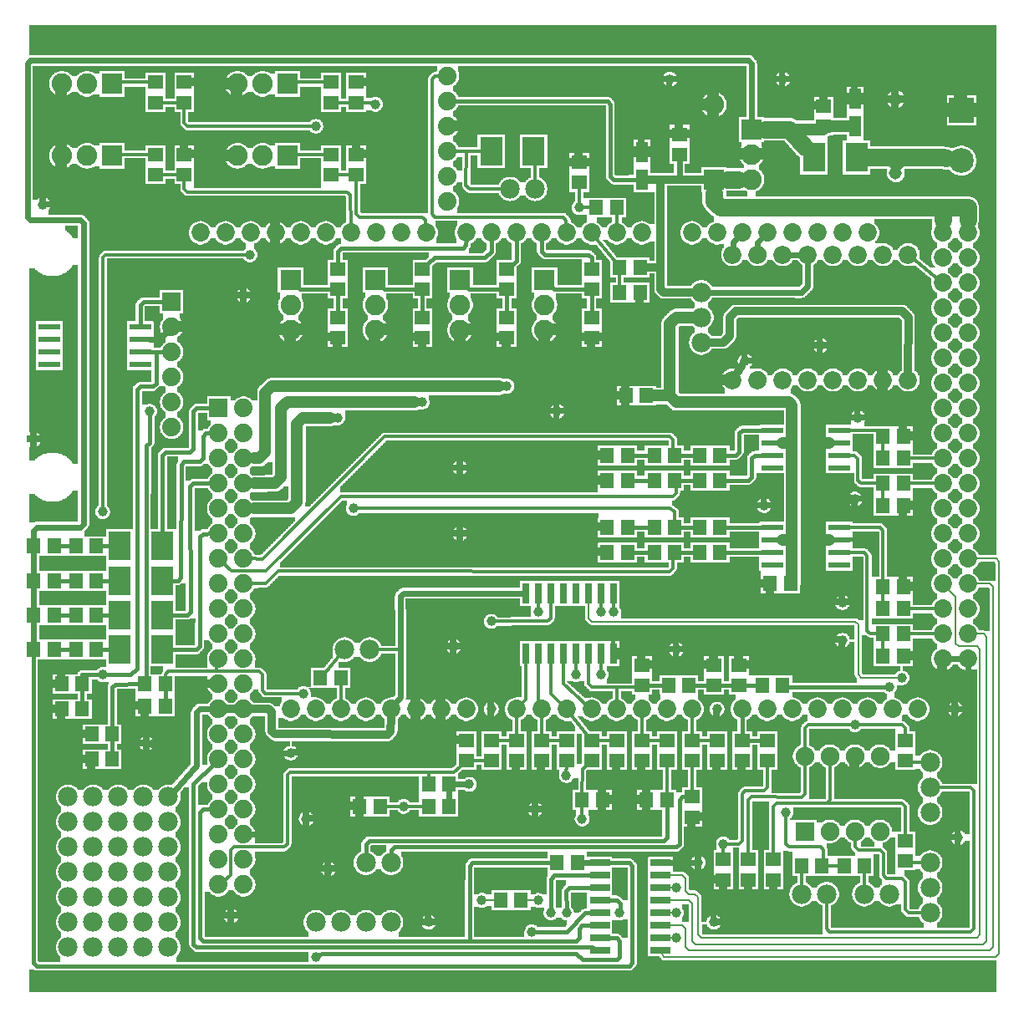
<source format=gtl>
G04 MADE WITH FRITZING*
G04 WWW.FRITZING.ORG*
G04 DOUBLE SIDED*
G04 HOLES PLATED*
G04 CONTOUR ON CENTER OF CONTOUR VECTOR*
%ASAXBY*%
%FSLAX23Y23*%
%MOIN*%
%OFA0B0*%
%SFA1.0B1.0*%
%ADD10C,0.075000*%
%ADD11C,0.039370*%
%ADD12C,0.072472*%
%ADD13C,0.072445*%
%ADD14C,0.072417*%
%ADD15C,0.074000*%
%ADD16C,0.078000*%
%ADD17C,0.072917*%
%ADD18C,0.082000*%
%ADD19C,0.051496*%
%ADD20C,0.099055*%
%ADD21R,0.047244X0.078740*%
%ADD22R,0.059055X0.055118*%
%ADD23R,0.055118X0.059055*%
%ADD24R,0.086614X0.023622*%
%ADD25R,0.090086X0.113708*%
%ADD26R,0.074000X0.074000*%
%ADD27R,0.026000X0.080000*%
%ADD28R,0.086900X0.024000*%
%ADD29R,0.080000X0.026000*%
%ADD30R,0.075000X0.075000*%
%ADD31R,0.082000X0.082000*%
%ADD32R,0.099055X0.099055*%
%ADD33C,0.012000*%
%ADD34C,0.016000*%
%ADD35C,0.024000*%
%ADD36C,0.032000*%
%ADD37C,0.070000*%
%ADD38C,0.048000*%
%ADD39C,0.008000*%
%ADD40R,0.001000X0.001000*%
%LNCOPPER1*%
G90*
G70*
G54D10*
X2440Y3581D03*
X1443Y3670D03*
X2937Y3822D03*
X2148Y3501D03*
X2649Y3192D03*
X107Y2820D03*
X3282Y2672D03*
X3231Y2877D03*
X1386Y1292D03*
X681Y1239D03*
X3066Y905D03*
X3640Y1257D03*
X2973Y1355D03*
X3731Y784D03*
X2410Y857D03*
X2781Y852D03*
G54D11*
X919Y2982D03*
X2244Y732D03*
X2057Y770D03*
X1182Y182D03*
X1632Y320D03*
X1844Y408D03*
X2769Y320D03*
X2807Y632D03*
X3744Y657D03*
X3519Y1295D03*
X3282Y1445D03*
X1419Y3582D03*
X1332Y1970D03*
X1757Y1870D03*
X1757Y2132D03*
X2144Y2357D03*
X1082Y995D03*
X1232Y532D03*
X519Y2357D03*
X332Y1307D03*
G54D12*
X2844Y2482D03*
X3544Y2982D03*
X3444Y2982D03*
X3344Y2982D03*
X3244Y2982D03*
X3144Y2982D03*
G54D13*
X3044Y2982D03*
X2944Y2982D03*
G54D12*
X2844Y2982D03*
G54D13*
X3544Y2482D03*
G54D14*
X3444Y2482D03*
G54D13*
X3344Y2482D03*
G54D12*
X3244Y2482D03*
G54D13*
X3144Y2482D03*
G54D14*
X3044Y2482D03*
X2944Y2482D03*
G54D11*
X2707Y557D03*
X1882Y1520D03*
X2232Y3170D03*
X2070Y407D03*
X2594Y3682D03*
X3044Y3682D03*
X57Y2245D03*
G54D15*
X607Y2794D03*
X607Y2694D03*
X607Y2594D03*
X607Y2494D03*
X607Y2394D03*
X607Y2294D03*
G54D11*
X844Y345D03*
X94Y3182D03*
X1144Y732D03*
X2394Y357D03*
X2182Y357D03*
X2119Y357D03*
X2044Y282D03*
X2620Y257D03*
X2619Y357D03*
X2619Y457D03*
X2181Y905D03*
X3469Y1257D03*
X332Y1957D03*
X894Y2820D03*
X3344Y2332D03*
X3282Y1595D03*
X2319Y1557D03*
X2619Y1407D03*
X1794Y870D03*
X1132Y1232D03*
X2219Y1307D03*
X2069Y1557D03*
X2319Y1307D03*
X2369Y1557D03*
X1732Y1420D03*
X3732Y1170D03*
X1532Y782D03*
G54D15*
X1707Y3695D03*
X1707Y3595D03*
X1707Y3495D03*
X1707Y3395D03*
X1707Y3295D03*
X1707Y3195D03*
X1707Y3695D03*
X1707Y3595D03*
X1707Y3495D03*
X1707Y3395D03*
X1707Y3295D03*
X1707Y3195D03*
G54D11*
X3057Y757D03*
X1607Y2395D03*
X1944Y2457D03*
X1269Y2332D03*
X1182Y3495D03*
X3332Y1107D03*
X1882Y1170D03*
X507Y1032D03*
X2782Y1170D03*
X3194Y2620D03*
X2969Y1982D03*
X3332Y2007D03*
G54D16*
X594Y220D03*
X494Y220D03*
X394Y220D03*
X294Y220D03*
X194Y220D03*
X594Y820D03*
X494Y820D03*
X394Y820D03*
X294Y820D03*
X194Y820D03*
X194Y620D03*
X294Y620D03*
X394Y620D03*
X494Y620D03*
X494Y320D03*
X494Y420D03*
X194Y320D03*
X194Y420D03*
X294Y320D03*
X294Y420D03*
X394Y320D03*
X394Y420D03*
X594Y320D03*
X594Y420D03*
X1182Y320D03*
X1282Y320D03*
X194Y720D03*
X294Y720D03*
X394Y720D03*
X494Y720D03*
X1482Y320D03*
X494Y520D03*
X594Y520D03*
X1397Y1407D03*
X1297Y1407D03*
X194Y520D03*
X294Y520D03*
X394Y520D03*
X594Y720D03*
X1382Y320D03*
X594Y620D03*
G54D11*
X2894Y2557D03*
G54D10*
X3132Y682D03*
X3132Y982D03*
X3232Y682D03*
X3232Y982D03*
X3332Y682D03*
X3332Y982D03*
X3432Y682D03*
X3432Y982D03*
G54D15*
X894Y2370D03*
X894Y2270D03*
X894Y2170D03*
X894Y2070D03*
X894Y1970D03*
X894Y1870D03*
X894Y1770D03*
X894Y1670D03*
X894Y1570D03*
X894Y1470D03*
X894Y1370D03*
X894Y1270D03*
X894Y1170D03*
X894Y1070D03*
X894Y970D03*
X894Y870D03*
X894Y770D03*
X894Y670D03*
X894Y570D03*
X894Y470D03*
X794Y2370D03*
X794Y2270D03*
X794Y2170D03*
X794Y2070D03*
X794Y1970D03*
X794Y1870D03*
X794Y1770D03*
X794Y1670D03*
X794Y1570D03*
X794Y1470D03*
X794Y1370D03*
X794Y1270D03*
X794Y1170D03*
X794Y1070D03*
X794Y970D03*
X794Y870D03*
X794Y770D03*
X794Y670D03*
X794Y570D03*
X794Y470D03*
G54D17*
X2982Y1170D03*
X1382Y1170D03*
X3082Y1170D03*
X3182Y1170D03*
X3282Y1170D03*
X3382Y1170D03*
X3682Y2570D03*
X3482Y1170D03*
X3582Y1170D03*
X1422Y3070D03*
X1982Y1170D03*
X2082Y1170D03*
X2182Y1170D03*
X2282Y1170D03*
X3682Y1770D03*
X2382Y1170D03*
X2482Y1170D03*
X2582Y1170D03*
X2682Y1170D03*
X2182Y3070D03*
X3682Y2970D03*
X3682Y2170D03*
X3682Y1370D03*
X1022Y3070D03*
X1782Y1170D03*
X1782Y3070D03*
X3682Y2770D03*
X3682Y2370D03*
X3682Y1970D03*
X3382Y3070D03*
X3682Y1570D03*
X3282Y3070D03*
X3182Y3070D03*
X3082Y3070D03*
X2982Y3070D03*
X2882Y3070D03*
X2782Y3070D03*
X2682Y3070D03*
X822Y3070D03*
X1222Y3070D03*
X1622Y3070D03*
X1182Y1170D03*
X1582Y1170D03*
X2382Y3070D03*
X1982Y3070D03*
X3682Y3070D03*
X3682Y2870D03*
X3682Y2670D03*
X3682Y2470D03*
X3682Y2270D03*
X3682Y2070D03*
X3682Y1870D03*
X3682Y1670D03*
X3682Y1470D03*
X722Y3070D03*
X922Y3070D03*
X1122Y3070D03*
X1322Y3070D03*
X1522Y3070D03*
X1082Y1170D03*
X1282Y1170D03*
X1482Y1170D03*
X1682Y1170D03*
X2482Y3070D03*
X2282Y3070D03*
X2082Y3070D03*
X1882Y3070D03*
X3782Y3070D03*
X3782Y2970D03*
X3782Y2870D03*
X3782Y2770D03*
X3782Y2670D03*
X3782Y2570D03*
X3782Y2470D03*
X3782Y2370D03*
X3782Y2270D03*
X3782Y2170D03*
X3782Y2070D03*
X3782Y1970D03*
X3782Y1870D03*
X3782Y1770D03*
X3782Y1670D03*
X3782Y1570D03*
X3782Y1470D03*
X3782Y1370D03*
X2882Y1170D03*
G54D18*
X1419Y2882D03*
X1419Y2782D03*
X1419Y2682D03*
X2094Y2882D03*
X2094Y2782D03*
X2094Y2682D03*
X1757Y2882D03*
X1757Y2782D03*
X1757Y2682D03*
X1082Y2882D03*
X1082Y2782D03*
X1082Y2682D03*
G54D16*
X3632Y357D03*
X3632Y457D03*
X3632Y557D03*
X3632Y957D03*
X3632Y857D03*
X3632Y757D03*
X2057Y3245D03*
X1957Y3245D03*
X2719Y2832D03*
X2719Y2732D03*
X2719Y2632D03*
X3119Y432D03*
X3219Y432D03*
X1482Y557D03*
X1382Y557D03*
X3469Y432D03*
X3369Y432D03*
G54D18*
X2919Y3482D03*
X2919Y3382D03*
X2919Y3282D03*
X2769Y3282D03*
X2769Y3580D03*
G54D19*
X3494Y3307D03*
X3494Y3603D03*
X3494Y3307D03*
X3494Y3603D03*
G54D18*
X369Y3377D03*
X269Y3377D03*
X169Y3377D03*
X1069Y3664D03*
X969Y3664D03*
X869Y3664D03*
X369Y3664D03*
X269Y3664D03*
X169Y3664D03*
X1069Y3377D03*
X969Y3377D03*
X869Y3377D03*
G54D20*
X3757Y3557D03*
X3757Y3357D03*
G54D21*
X2482Y3282D03*
X2482Y3393D03*
G54D22*
X2232Y3270D03*
X2232Y3351D03*
G54D23*
X2301Y3170D03*
X2382Y3170D03*
G54D24*
X482Y2595D03*
X120Y2595D03*
X482Y2545D03*
X482Y2645D03*
X482Y2695D03*
X120Y2545D03*
X120Y2645D03*
X120Y2695D03*
G54D25*
X3169Y3370D03*
X3339Y3370D03*
X1882Y3395D03*
X2051Y3395D03*
G54D26*
X607Y2794D03*
G54D27*
X2019Y1390D03*
X2069Y1390D03*
X2119Y1390D03*
X2169Y1390D03*
X2219Y1390D03*
X2269Y1390D03*
X2319Y1390D03*
X2369Y1390D03*
X2369Y1632D03*
X2319Y1632D03*
X2269Y1632D03*
X2219Y1632D03*
X2169Y1632D03*
X2119Y1632D03*
X2069Y1632D03*
X2019Y1632D03*
G54D28*
X3269Y2132D03*
X3269Y2182D03*
X3269Y2232D03*
X3269Y2282D03*
X3004Y2282D03*
X3004Y2232D03*
X3004Y2182D03*
X3004Y2132D03*
X3269Y1745D03*
X3269Y1795D03*
X3269Y1845D03*
X3269Y1895D03*
X3004Y1895D03*
X3004Y1845D03*
X3004Y1795D03*
X3004Y1745D03*
G54D25*
X569Y1407D03*
X400Y1407D03*
X569Y1545D03*
X400Y1545D03*
X569Y1682D03*
X400Y1682D03*
X569Y1820D03*
X400Y1820D03*
G54D23*
X57Y1407D03*
X138Y1407D03*
X57Y1545D03*
X138Y1545D03*
X57Y1682D03*
X138Y1682D03*
X57Y1820D03*
X138Y1820D03*
X2532Y1795D03*
X2613Y1795D03*
X2532Y1895D03*
X2613Y1895D03*
X2532Y2082D03*
X2613Y2082D03*
X2532Y2182D03*
X2613Y2182D03*
X307Y1407D03*
X226Y1407D03*
X307Y1545D03*
X226Y1545D03*
X307Y1682D03*
X226Y1682D03*
X307Y1820D03*
X226Y1820D03*
X2344Y1795D03*
X2425Y1795D03*
X2344Y1895D03*
X2425Y1895D03*
X2344Y2082D03*
X2425Y2082D03*
X2344Y2182D03*
X2425Y2182D03*
G54D21*
X3332Y3494D03*
X3332Y3604D03*
G54D29*
X2557Y207D03*
X2557Y257D03*
X2557Y307D03*
X2557Y357D03*
X2557Y407D03*
X2557Y457D03*
X2557Y507D03*
X2557Y557D03*
X2315Y557D03*
X2315Y507D03*
X2315Y457D03*
X2315Y407D03*
X2315Y357D03*
X2315Y307D03*
X2315Y257D03*
X2315Y207D03*
G54D23*
X2144Y557D03*
X2225Y557D03*
X582Y1182D03*
X501Y1182D03*
X369Y1070D03*
X289Y1070D03*
X2394Y2932D03*
X2475Y2932D03*
G54D22*
X3207Y3576D03*
X3207Y3495D03*
X2632Y3463D03*
X2632Y3382D03*
G54D23*
X369Y970D03*
X289Y970D03*
X582Y1270D03*
X501Y1270D03*
X250Y1270D03*
X169Y1270D03*
G54D22*
X1344Y3302D03*
X1344Y3382D03*
X1244Y3589D03*
X1244Y3670D03*
X1344Y3589D03*
X1344Y3670D03*
X1244Y3302D03*
X1244Y3382D03*
X657Y3589D03*
X657Y3670D03*
X544Y3589D03*
X544Y3670D03*
X657Y3302D03*
X657Y3382D03*
X544Y3302D03*
X544Y3382D03*
G54D23*
X3525Y2257D03*
X3444Y2257D03*
X3525Y1982D03*
X3444Y1982D03*
X3525Y2070D03*
X3444Y2070D03*
X3525Y2170D03*
X3444Y2170D03*
X2419Y2420D03*
X2500Y2420D03*
X3525Y1382D03*
X3444Y1382D03*
X3525Y1470D03*
X3444Y1470D03*
X3525Y1570D03*
X3444Y1570D03*
X3525Y1657D03*
X3444Y1657D03*
G54D22*
X1269Y2652D03*
X1269Y2732D03*
X1607Y2652D03*
X1607Y2732D03*
X1944Y2652D03*
X1944Y2732D03*
X2282Y2652D03*
X2282Y2732D03*
X1269Y2926D03*
X1269Y2845D03*
X1607Y2926D03*
X1607Y2845D03*
X1944Y2926D03*
X1944Y2845D03*
X2282Y2926D03*
X2282Y2845D03*
G54D23*
X2714Y2082D03*
X2794Y2082D03*
X2794Y2182D03*
X2714Y2182D03*
X1713Y782D03*
X1632Y782D03*
X2325Y807D03*
X2244Y807D03*
X250Y1170D03*
X169Y1170D03*
X2994Y1670D03*
X3075Y1670D03*
G54D22*
X2769Y1345D03*
X2769Y1264D03*
X2082Y964D03*
X2082Y1045D03*
G54D23*
X1282Y1295D03*
X1201Y1295D03*
X2475Y2832D03*
X2394Y2832D03*
G54D22*
X1982Y964D03*
X1982Y1045D03*
G54D23*
X1713Y870D03*
X1632Y870D03*
G54D22*
X1782Y1045D03*
X1782Y964D03*
G54D23*
X3044Y1266D03*
X2964Y1266D03*
G54D22*
X2482Y1264D03*
X2482Y1345D03*
X3532Y964D03*
X3532Y1045D03*
G54D23*
X3289Y545D03*
X3369Y545D03*
X3200Y545D03*
X3119Y545D03*
G54D22*
X3532Y564D03*
X3532Y645D03*
X3007Y570D03*
X3007Y489D03*
X2682Y739D03*
X2682Y820D03*
G54D23*
X2501Y807D03*
X2582Y807D03*
G54D30*
X3132Y682D03*
G54D26*
X794Y2370D03*
G54D31*
X1419Y2882D03*
X2094Y2882D03*
X1757Y2882D03*
X1082Y2882D03*
X2919Y3482D03*
X2769Y3281D03*
X369Y3377D03*
X1069Y3664D03*
X369Y3664D03*
X1069Y3377D03*
G54D32*
X3757Y3557D03*
G54D22*
X2882Y964D03*
X2882Y1045D03*
X2807Y489D03*
X2807Y570D03*
X2907Y489D03*
X2907Y570D03*
G54D23*
X1357Y782D03*
X1438Y782D03*
G54D22*
X1882Y964D03*
X1882Y1045D03*
X2182Y964D03*
X2182Y1045D03*
X2982Y964D03*
X2982Y1045D03*
X2682Y964D03*
X2682Y1045D03*
X2582Y964D03*
X2582Y1045D03*
X2782Y964D03*
X2782Y1045D03*
X2482Y964D03*
X2482Y1045D03*
X2282Y964D03*
X2282Y1045D03*
X2382Y964D03*
X2382Y1045D03*
G54D23*
X2714Y1795D03*
X2794Y1795D03*
X2794Y1895D03*
X2714Y1895D03*
X2669Y1266D03*
X2589Y1266D03*
G54D22*
X2869Y1264D03*
X2869Y1345D03*
G54D23*
X1919Y407D03*
X2000Y407D03*
G54D33*
X333Y2970D02*
X332Y1971D01*
D02*
X344Y2982D02*
X333Y2970D01*
D02*
X905Y2982D02*
X344Y2982D01*
G54D34*
D02*
X2816Y1795D02*
X2966Y1795D01*
G54D33*
D02*
X813Y1752D02*
X845Y1720D01*
D02*
X845Y1720D02*
X982Y1720D01*
D02*
X982Y1720D02*
X1282Y2019D01*
G54D35*
D02*
X1006Y683D02*
X1006Y982D01*
D02*
X1006Y982D02*
X1020Y994D01*
D02*
X1020Y994D02*
X1063Y995D01*
D02*
X994Y670D02*
X1006Y683D01*
D02*
X925Y670D02*
X994Y670D01*
G54D33*
D02*
X1345Y1970D02*
X2594Y1970D01*
G54D34*
D02*
X2356Y3582D02*
X2356Y3294D01*
D02*
X2369Y3282D02*
X2464Y3282D01*
D02*
X2345Y3595D02*
X2356Y3582D01*
D02*
X2356Y3294D02*
X2369Y3282D01*
D02*
X1732Y3595D02*
X2345Y3595D01*
G54D33*
D02*
X1307Y3232D02*
X769Y3232D01*
D02*
X1320Y3220D02*
X1307Y3232D01*
D02*
X1322Y3094D02*
X1320Y3220D01*
G54D36*
D02*
X644Y1032D02*
X531Y1032D01*
D02*
X657Y1258D02*
X657Y1045D01*
D02*
X657Y1045D02*
X644Y1032D01*
D02*
X669Y1270D02*
X657Y1258D01*
D02*
X758Y1270D02*
X669Y1270D01*
G54D34*
D02*
X250Y1307D02*
X318Y1307D01*
D02*
X250Y1294D02*
X250Y1307D01*
D02*
X250Y1246D02*
X250Y1194D01*
G54D35*
D02*
X2907Y3757D02*
X2919Y3744D01*
D02*
X44Y3120D02*
X244Y3120D01*
D02*
X32Y3132D02*
X44Y3120D01*
D02*
X32Y3745D02*
X32Y3132D01*
D02*
X44Y3757D02*
X2907Y3757D01*
D02*
X32Y3745D02*
X44Y3757D01*
D02*
X2919Y3744D02*
X2919Y3514D01*
G54D37*
D02*
X3376Y3370D02*
X3495Y3370D01*
G54D38*
D02*
X3207Y3483D02*
X3207Y3495D01*
G54D35*
D02*
X2632Y3360D02*
X2632Y3282D01*
G54D38*
D02*
X3070Y3483D02*
X3207Y3483D01*
G54D37*
D02*
X3132Y3413D02*
X3070Y3483D01*
D02*
X3070Y3483D02*
X2974Y3483D01*
G54D35*
D02*
X520Y2645D02*
X557Y2645D01*
D02*
X557Y2645D02*
X585Y2673D01*
D02*
X3769Y1170D02*
X3782Y1182D01*
D02*
X3782Y1182D02*
X3782Y1340D01*
D02*
X3751Y1170D02*
X3769Y1170D01*
D02*
X3752Y1370D02*
X3712Y1370D01*
D02*
X2591Y557D02*
X2688Y557D01*
G54D33*
D02*
X2232Y3183D02*
X2232Y3248D01*
D02*
X2107Y1520D02*
X2119Y1533D01*
D02*
X2119Y1533D02*
X2119Y1598D01*
D02*
X1895Y1520D02*
X2107Y1520D01*
D02*
X1645Y3682D02*
X1657Y3695D01*
D02*
X1657Y3695D02*
X1681Y3695D01*
D02*
X1645Y3144D02*
X1645Y3682D01*
D02*
X1657Y3132D02*
X1645Y3144D01*
D02*
X2169Y3132D02*
X1657Y3132D01*
D02*
X2181Y3119D02*
X2169Y3132D01*
D02*
X2182Y3094D02*
X2181Y3119D01*
D02*
X2279Y3170D02*
X2245Y3170D01*
D02*
X2382Y3146D02*
X2382Y3094D01*
G54D39*
D02*
X2269Y1532D02*
X2269Y1598D01*
D02*
X2282Y1519D02*
X2269Y1532D01*
D02*
X3345Y1507D02*
X3332Y1519D01*
D02*
X3345Y1308D02*
X3345Y1507D01*
D02*
X3357Y1294D02*
X3345Y1308D01*
D02*
X3332Y1519D02*
X2282Y1519D01*
D02*
X3506Y1295D02*
X3357Y1294D01*
G54D33*
D02*
X2319Y1598D02*
X2319Y1571D01*
D02*
X594Y1320D02*
X782Y1320D01*
D02*
X582Y1307D02*
X594Y1320D01*
D02*
X582Y1294D02*
X582Y1307D01*
G54D34*
D02*
X369Y1046D02*
X369Y994D01*
D02*
X370Y1257D02*
X369Y1094D01*
D02*
X382Y1269D02*
X370Y1257D01*
D02*
X479Y1270D02*
X382Y1269D01*
D02*
X582Y1246D02*
X582Y1206D01*
G54D39*
D02*
X2056Y407D02*
X2022Y407D01*
G54D34*
D02*
X2619Y620D02*
X2632Y632D01*
D02*
X2582Y657D02*
X2582Y783D01*
D02*
X2569Y645D02*
X2582Y657D01*
D02*
X2644Y820D02*
X2658Y820D01*
D02*
X2632Y807D02*
X2644Y820D01*
D02*
X2632Y632D02*
X2632Y807D01*
D02*
X1495Y620D02*
X2619Y620D01*
D02*
X1483Y607D02*
X1495Y620D01*
D02*
X1482Y582D02*
X1483Y607D01*
D02*
X1382Y632D02*
X1395Y645D01*
D02*
X1395Y645D02*
X2569Y645D01*
D02*
X1382Y582D02*
X1382Y632D01*
G54D39*
D02*
X1897Y407D02*
X1858Y408D01*
G54D38*
D02*
X3314Y3494D02*
X3231Y3495D01*
G54D37*
D02*
X2824Y3282D02*
X2865Y3282D01*
G54D33*
D02*
X1281Y1389D02*
X1222Y1319D01*
D02*
X1282Y1271D02*
X1282Y1194D01*
D02*
X2057Y3395D02*
X2051Y3395D01*
D02*
X2057Y3269D02*
X2057Y3395D01*
D02*
X1844Y3395D02*
X1782Y3395D01*
D02*
X1782Y3395D02*
X1732Y3395D01*
D02*
X1781Y3257D02*
X1782Y3395D01*
D02*
X1795Y3245D02*
X1781Y3257D01*
D02*
X1932Y3245D02*
X1795Y3245D01*
G54D36*
D02*
X831Y1170D02*
X858Y1170D01*
G54D34*
D02*
X545Y2594D02*
X520Y2595D01*
D02*
X582Y2594D02*
X545Y2594D01*
D02*
X482Y2783D02*
X495Y2795D01*
D02*
X495Y2795D02*
X582Y2794D01*
D02*
X482Y2701D02*
X482Y2783D01*
D02*
X2119Y490D02*
X2132Y507D01*
D02*
X2132Y507D02*
X2280Y507D01*
D02*
X2119Y371D02*
X2119Y490D01*
D02*
X2181Y445D02*
X2194Y458D01*
D02*
X2194Y458D02*
X2280Y458D01*
D02*
X2182Y371D02*
X2181Y445D01*
D02*
X2395Y395D02*
X2382Y408D01*
D02*
X2382Y408D02*
X2349Y408D01*
D02*
X2395Y371D02*
X2395Y395D01*
D02*
X2382Y257D02*
X2349Y257D01*
D02*
X2394Y245D02*
X2382Y257D01*
D02*
X2394Y182D02*
X2394Y245D01*
D02*
X2382Y170D02*
X2394Y182D01*
D02*
X2245Y170D02*
X2382Y170D01*
D02*
X2220Y194D02*
X2245Y170D01*
D02*
X1207Y194D02*
X2220Y194D01*
D02*
X1194Y188D02*
X1207Y194D01*
D02*
X2882Y1067D02*
X2882Y1145D01*
D02*
X2906Y1045D02*
X2958Y1045D01*
D02*
X1795Y544D02*
X1795Y245D01*
D02*
X1806Y557D02*
X1795Y544D01*
D02*
X2122Y557D02*
X1806Y557D01*
G54D35*
D02*
X2247Y557D02*
X2280Y557D01*
G54D39*
D02*
X2657Y495D02*
X2657Y444D01*
D02*
X2694Y432D02*
X2707Y420D01*
D02*
X2670Y432D02*
X2694Y432D01*
D02*
X2707Y420D02*
X2707Y270D01*
D02*
X3819Y257D02*
X3831Y270D01*
D02*
X2657Y444D02*
X2670Y432D01*
D02*
X2707Y270D02*
X2720Y257D01*
D02*
X2720Y257D02*
X3819Y257D01*
D02*
X2644Y507D02*
X2657Y495D01*
D02*
X2591Y507D02*
X2644Y507D01*
D02*
X3745Y1420D02*
X3732Y1432D01*
D02*
X3831Y270D02*
X3831Y1407D01*
D02*
X3831Y1407D02*
X3819Y1420D01*
D02*
X3819Y1420D02*
X3745Y1420D01*
D02*
X3732Y1432D02*
X3732Y1619D01*
D02*
X3732Y1619D02*
X3699Y1652D01*
D02*
X2591Y257D02*
X2607Y257D01*
D02*
X2591Y357D02*
X2606Y357D01*
D02*
X2591Y457D02*
X2606Y457D01*
G54D34*
D02*
X1157Y220D02*
X707Y220D01*
D02*
X2282Y220D02*
X1157Y220D01*
D02*
X2296Y215D02*
X2282Y220D01*
D02*
X694Y233D02*
X694Y870D01*
D02*
X707Y220D02*
X694Y233D01*
D02*
X694Y870D02*
X776Y952D01*
G54D39*
D02*
X2682Y395D02*
X2682Y245D01*
D02*
X2695Y232D02*
X3844Y232D01*
D02*
X2682Y245D02*
X2695Y232D01*
D02*
X2670Y407D02*
X2682Y395D01*
D02*
X2591Y407D02*
X2670Y407D01*
D02*
X3844Y232D02*
X3857Y245D01*
D02*
X3857Y245D02*
X3857Y1458D01*
D02*
X3857Y1458D02*
X3845Y1470D01*
D02*
X3845Y1470D02*
X3807Y1470D01*
G54D33*
D02*
X1545Y782D02*
X1610Y782D01*
G54D35*
D02*
X1713Y846D02*
X1713Y806D01*
G54D33*
D02*
X1732Y919D02*
X1632Y919D01*
D02*
X1758Y942D02*
X1732Y919D01*
G54D35*
D02*
X1775Y870D02*
X1735Y870D01*
G54D33*
D02*
X2682Y842D02*
X2682Y942D01*
D02*
X2582Y831D02*
X2582Y942D01*
G54D38*
D02*
X3182Y2008D02*
X3182Y2220D01*
D02*
X3182Y1857D02*
X3182Y2008D01*
D02*
X3194Y2233D02*
X3231Y2232D01*
D02*
X3182Y2220D02*
X3194Y2233D01*
D02*
X3194Y1845D02*
X3182Y1857D01*
D02*
X3231Y1845D02*
X3194Y1845D01*
D02*
X2522Y2420D02*
X2594Y2420D01*
D02*
X3182Y2008D02*
X3302Y2007D01*
G54D33*
D02*
X3419Y2283D02*
X3307Y2282D01*
D02*
X3422Y2279D02*
X3419Y2283D01*
D02*
X3444Y1882D02*
X3432Y1896D01*
D02*
X3432Y1896D02*
X3307Y1895D01*
D02*
X3444Y1681D02*
X3444Y1882D01*
G54D35*
D02*
X69Y1895D02*
X57Y1883D01*
D02*
X256Y1908D02*
X244Y1895D01*
D02*
X244Y3120D02*
X256Y3107D01*
D02*
X256Y3107D02*
X256Y1908D01*
D02*
X244Y1895D02*
X69Y1895D01*
D02*
X57Y1883D02*
X57Y1844D01*
G54D33*
D02*
X3519Y795D02*
X3220Y795D01*
D02*
X3532Y782D02*
X3519Y795D01*
D02*
X3532Y557D02*
X3532Y564D01*
D02*
X3607Y557D02*
X3532Y557D01*
D02*
X3532Y667D02*
X3532Y782D01*
D02*
X3794Y282D02*
X3806Y295D01*
D02*
X3219Y295D02*
X3231Y282D01*
D02*
X3807Y845D02*
X3794Y857D01*
D02*
X3794Y857D02*
X3656Y857D01*
D02*
X3231Y282D02*
X3794Y282D01*
D02*
X3806Y295D02*
X3807Y845D01*
D02*
X3219Y408D02*
X3219Y295D01*
D02*
X1460Y782D02*
X1518Y782D01*
D02*
X2182Y942D02*
X2181Y918D01*
G54D34*
D02*
X2257Y357D02*
X2182Y282D01*
D02*
X2182Y282D02*
X2058Y282D01*
D02*
X2280Y357D02*
X2257Y357D01*
D02*
X2444Y545D02*
X2432Y558D01*
D02*
X2432Y558D02*
X2349Y557D01*
D02*
X2444Y157D02*
X2444Y545D01*
D02*
X2432Y145D02*
X2444Y157D01*
D02*
X70Y145D02*
X2432Y145D01*
D02*
X57Y157D02*
X70Y145D01*
D02*
X2233Y295D02*
X2232Y257D01*
D02*
X2232Y257D02*
X2219Y245D01*
D02*
X2244Y308D02*
X2233Y295D01*
D02*
X2219Y245D02*
X1795Y245D01*
D02*
X2280Y308D02*
X2244Y308D01*
D02*
X1182Y245D02*
X732Y245D01*
D02*
X1795Y245D02*
X1182Y245D01*
D02*
X720Y757D02*
X732Y770D01*
D02*
X732Y770D02*
X769Y770D01*
D02*
X719Y258D02*
X720Y757D01*
D02*
X732Y245D02*
X719Y258D01*
G54D33*
D02*
X3344Y2169D02*
X3331Y2182D01*
D02*
X3344Y2082D02*
X3344Y2169D01*
D02*
X3357Y2070D02*
X3344Y2082D01*
D02*
X3331Y2182D02*
X3307Y2182D01*
D02*
X3422Y2070D02*
X3357Y2070D01*
G54D34*
D02*
X2919Y2170D02*
X2932Y2182D01*
D02*
X2932Y2182D02*
X2966Y2182D01*
D02*
X2919Y2094D02*
X2919Y2170D01*
D02*
X2907Y2082D02*
X2919Y2094D01*
D02*
X2816Y2082D02*
X2907Y2082D01*
G54D33*
D02*
X2613Y1957D02*
X2613Y1919D01*
D02*
X2594Y1970D02*
X2613Y1957D01*
D02*
X920Y1670D02*
X982Y1670D01*
D02*
X1032Y1720D02*
X2594Y1719D01*
D02*
X2594Y1719D02*
X2606Y1733D01*
D02*
X982Y1670D02*
X1032Y1720D01*
D02*
X2606Y1795D02*
X2613Y1795D01*
D02*
X2606Y1733D02*
X2606Y1795D01*
D02*
X1118Y1232D02*
X981Y1232D01*
D02*
X3381Y1782D02*
X3370Y1795D01*
D02*
X3381Y1482D02*
X3381Y1782D01*
D02*
X3394Y1470D02*
X3381Y1482D01*
D02*
X3370Y1795D02*
X3307Y1795D01*
D02*
X3422Y1470D02*
X3394Y1470D01*
D02*
X970Y1307D02*
X957Y1320D01*
D02*
X957Y1320D02*
X782Y1320D01*
D02*
X970Y1244D02*
X970Y1307D01*
D02*
X981Y1232D02*
X970Y1244D01*
D02*
X788Y1345D02*
X782Y1320D01*
D02*
X1422Y1407D02*
X1520Y1407D01*
D02*
X2169Y1270D02*
X2263Y1186D01*
D02*
X2169Y1356D02*
X2169Y1270D01*
D02*
X2219Y1321D02*
X2219Y1356D01*
D02*
X2319Y1321D02*
X2319Y1356D01*
D02*
X2069Y1598D02*
X2069Y1571D01*
D02*
X2369Y1598D02*
X2369Y1571D01*
G54D36*
D02*
X2497Y2932D02*
X2557Y2932D01*
G54D37*
D02*
X3682Y3370D02*
X3695Y3367D01*
D02*
X3495Y3370D02*
X3682Y3370D01*
G54D36*
D02*
X2557Y3282D02*
X2632Y3282D01*
D02*
X2632Y3282D02*
X2732Y3282D01*
D02*
X2500Y3282D02*
X2557Y3282D01*
G54D33*
D02*
X2375Y2956D02*
X2297Y3051D01*
D02*
X2394Y2908D02*
X2394Y2856D01*
G54D38*
D02*
X2594Y2707D02*
X2620Y2733D01*
D02*
X2594Y2420D02*
X2594Y2707D01*
G54D36*
D02*
X2684Y2832D02*
X2570Y2832D01*
D02*
X2570Y2832D02*
X2557Y2845D01*
G54D38*
D02*
X2620Y2733D02*
X2678Y2732D01*
D02*
X3081Y2232D02*
X3042Y2232D01*
G54D34*
D02*
X362Y1545D02*
X329Y1545D01*
D02*
X362Y1407D02*
X329Y1407D01*
D02*
X204Y1407D02*
X160Y1407D01*
D02*
X204Y1545D02*
X160Y1545D01*
D02*
X204Y1682D02*
X160Y1682D01*
D02*
X204Y1820D02*
X160Y1820D01*
D02*
X569Y1869D02*
X569Y2183D01*
D02*
X569Y2183D02*
X582Y2195D01*
D02*
X657Y2157D02*
X720Y2157D01*
D02*
X645Y2144D02*
X657Y2157D01*
D02*
X644Y1695D02*
X645Y2144D01*
D02*
X733Y2170D02*
X733Y2258D01*
D02*
X744Y2270D02*
X769Y2270D01*
D02*
X733Y2258D02*
X744Y2270D01*
D02*
X720Y2157D02*
X732Y2170D01*
D02*
X632Y1683D02*
X644Y1695D01*
D02*
X694Y2207D02*
X694Y2357D01*
D02*
X694Y2357D02*
X707Y2370D01*
D02*
X707Y2370D02*
X769Y2370D01*
D02*
X681Y2195D02*
X694Y2207D01*
D02*
X582Y2195D02*
X681Y2195D01*
D02*
X57Y1383D02*
X57Y157D01*
G54D35*
D02*
X57Y1521D02*
X57Y1431D01*
D02*
X57Y1658D02*
X57Y1569D01*
D02*
X57Y1706D02*
X57Y1796D01*
G54D34*
D02*
X362Y1820D02*
X329Y1820D01*
D02*
X362Y1682D02*
X329Y1682D01*
D02*
X681Y2058D02*
X694Y2071D01*
D02*
X682Y1557D02*
X681Y2058D01*
D02*
X719Y1420D02*
X720Y1858D01*
D02*
X720Y1858D02*
X732Y1869D01*
D02*
X733Y1869D02*
X769Y1870D01*
D02*
X607Y1407D02*
X706Y1407D01*
D02*
X706Y1407D02*
X719Y1420D01*
D02*
X694Y2071D02*
X769Y2070D01*
D02*
X607Y1545D02*
X669Y1545D01*
D02*
X669Y1545D02*
X682Y1557D01*
D02*
X607Y1683D02*
X632Y1683D01*
D02*
X2966Y1895D02*
X2816Y1895D01*
D02*
X2869Y2195D02*
X2857Y2183D01*
D02*
X2869Y2270D02*
X2869Y2195D01*
D02*
X2882Y2283D02*
X2869Y2270D01*
D02*
X2857Y2183D02*
X2816Y2182D01*
D02*
X2966Y2282D02*
X2882Y2283D01*
G54D33*
D02*
X2482Y1067D02*
X2482Y1145D01*
D02*
X2982Y942D02*
X2982Y857D01*
D02*
X2870Y633D02*
X2820Y632D01*
D02*
X2882Y644D02*
X2870Y633D01*
D02*
X2882Y833D02*
X2882Y644D01*
D02*
X2894Y845D02*
X2882Y833D01*
D02*
X2969Y845D02*
X2894Y845D01*
D02*
X2982Y857D02*
X2969Y845D01*
D02*
X2264Y1067D02*
X2197Y1151D01*
D02*
X1982Y1067D02*
X1982Y1145D01*
D02*
X2506Y1045D02*
X2558Y1045D01*
D02*
X2706Y1045D02*
X2758Y1045D01*
D02*
X2682Y1067D02*
X2682Y1145D01*
G54D34*
D02*
X532Y2457D02*
X545Y2469D01*
D02*
X482Y2457D02*
X532Y2457D01*
D02*
X545Y2469D02*
X545Y2594D01*
D02*
X469Y2445D02*
X482Y2457D01*
D02*
X469Y1332D02*
X469Y2445D01*
D02*
X444Y1307D02*
X469Y1332D01*
D02*
X345Y1307D02*
X444Y1307D01*
G54D36*
D02*
X2557Y2932D02*
X2557Y3282D01*
D02*
X2557Y2845D02*
X2557Y2932D01*
G54D35*
D02*
X707Y945D02*
X707Y1157D01*
D02*
X707Y1157D02*
X719Y1170D01*
D02*
X615Y842D02*
X707Y945D01*
G54D33*
D02*
X1069Y3382D02*
X1220Y3382D01*
D02*
X1069Y3403D02*
X1069Y3382D01*
D02*
X2269Y1270D02*
X2269Y1356D01*
D02*
X2282Y1258D02*
X2269Y1270D01*
D02*
X2382Y1258D02*
X2282Y1258D01*
D02*
X2482Y1258D02*
X2382Y1258D01*
D02*
X2482Y1264D02*
X2482Y1258D01*
G54D38*
D02*
X3081Y1670D02*
X3081Y1845D01*
D02*
X3075Y1670D02*
X3081Y1670D01*
G54D34*
D02*
X2447Y2082D02*
X2510Y2082D01*
D02*
X2635Y2082D02*
X2692Y2082D01*
D02*
X2447Y2182D02*
X2510Y2182D01*
D02*
X2635Y2182D02*
X2692Y2182D01*
D02*
X2567Y1266D02*
X2506Y1265D01*
D02*
X2745Y1265D02*
X2691Y1266D01*
D02*
X2845Y1264D02*
X2793Y1264D01*
D02*
X2942Y1266D02*
X2893Y1265D01*
G54D33*
D02*
X2382Y1258D02*
X2382Y1194D01*
G54D34*
D02*
X2447Y1895D02*
X2510Y1895D01*
D02*
X2692Y1895D02*
X2635Y1895D01*
D02*
X2692Y1795D02*
X2635Y1795D01*
D02*
X2447Y1795D02*
X2510Y1795D01*
G54D37*
D02*
X3782Y3170D02*
X3782Y3122D01*
D02*
X3682Y3170D02*
X3782Y3170D01*
D02*
X3682Y3170D02*
X2795Y3170D01*
D02*
X2769Y3196D02*
X2769Y3228D01*
D02*
X2795Y3170D02*
X2769Y3196D01*
D02*
X3682Y3122D02*
X3682Y3170D01*
G54D38*
D02*
X2594Y2420D02*
X2620Y2394D01*
G54D33*
D02*
X1958Y1045D02*
X1906Y1045D01*
D02*
X1806Y964D02*
X1858Y964D01*
D02*
X2106Y1045D02*
X2158Y1045D01*
D02*
X2082Y1145D02*
X2082Y1067D01*
D02*
X857Y620D02*
X844Y607D01*
D02*
X844Y507D02*
X815Y485D01*
D02*
X844Y607D02*
X844Y507D01*
D02*
X1057Y620D02*
X857Y620D01*
D02*
X1069Y632D02*
X1057Y620D01*
D02*
X1069Y907D02*
X1069Y632D01*
D02*
X1081Y919D02*
X1069Y907D01*
D02*
X1632Y919D02*
X1081Y919D01*
D02*
X1632Y894D02*
X1632Y919D01*
D02*
X2306Y1045D02*
X2358Y1045D01*
D02*
X2245Y932D02*
X2258Y943D01*
D02*
X2244Y831D02*
X2245Y932D01*
D02*
X2244Y746D02*
X2244Y783D01*
D02*
X2019Y1207D02*
X2019Y1356D01*
D02*
X1999Y1187D02*
X2019Y1207D01*
D02*
X2070Y1195D02*
X2071Y1192D01*
D02*
X2069Y1356D02*
X2070Y1195D01*
G54D35*
D02*
X1520Y1219D02*
X1500Y1194D01*
D02*
X1520Y1407D02*
X1520Y1219D01*
D02*
X1519Y1620D02*
X1520Y1407D01*
D02*
X1532Y1633D02*
X1519Y1620D01*
D02*
X2012Y1632D02*
X1532Y1633D01*
G54D36*
D02*
X2864Y2512D02*
X2881Y2537D01*
G54D33*
D02*
X2119Y1232D02*
X2164Y1187D01*
D02*
X2119Y1356D02*
X2119Y1232D01*
D02*
X3132Y1095D02*
X3145Y1107D01*
D02*
X3532Y1067D02*
X3532Y1095D01*
D02*
X3519Y1107D02*
X3345Y1107D01*
D02*
X3532Y1095D02*
X3519Y1107D01*
D02*
X3145Y1107D02*
X3318Y1107D01*
D02*
X3132Y1005D02*
X3132Y1095D01*
D02*
X3532Y370D02*
X3545Y358D01*
D02*
X3532Y482D02*
X3532Y370D01*
D02*
X3545Y358D02*
X3607Y357D01*
D02*
X3519Y495D02*
X3532Y482D01*
D02*
X3445Y595D02*
X3445Y507D01*
D02*
X3445Y507D02*
X3457Y495D01*
D02*
X3432Y607D02*
X3445Y595D01*
D02*
X3457Y495D02*
X3519Y495D01*
D02*
X3345Y607D02*
X3432Y607D01*
D02*
X3332Y620D02*
X3345Y607D01*
D02*
X3332Y659D02*
X3332Y620D01*
D02*
X3132Y833D02*
X3132Y959D01*
D02*
X3119Y819D02*
X3132Y833D01*
D02*
X2920Y820D02*
X3119Y819D01*
D02*
X2907Y592D02*
X2907Y807D01*
D02*
X2907Y807D02*
X2920Y820D01*
D02*
X3532Y957D02*
X3607Y957D01*
D02*
X3532Y964D02*
X3532Y957D01*
D02*
X3444Y1633D02*
X3444Y1594D01*
D02*
X3444Y2233D02*
X3444Y2194D01*
G54D38*
D02*
X3081Y1845D02*
X3081Y2232D01*
D02*
X3042Y1845D02*
X3081Y1845D01*
D02*
X3069Y2395D02*
X3081Y2383D01*
D02*
X3081Y2383D02*
X3081Y2232D01*
D02*
X2745Y2395D02*
X3069Y2395D01*
D02*
X2620Y2394D02*
X2745Y2395D01*
G54D37*
D02*
X3495Y3370D02*
X3495Y3356D01*
G54D35*
D02*
X2845Y3032D02*
X2861Y3048D01*
D02*
X2944Y3032D02*
X2960Y3049D01*
D02*
X2845Y3012D02*
X2845Y3032D01*
D02*
X2944Y3012D02*
X2944Y3032D01*
G54D33*
D02*
X3007Y783D02*
X3019Y795D01*
D02*
X3007Y592D02*
X3007Y783D01*
D02*
X3232Y833D02*
X3232Y959D01*
D02*
X3232Y808D02*
X3232Y833D01*
D02*
X3220Y795D02*
X3232Y808D01*
D02*
X3019Y795D02*
X3220Y795D01*
G54D36*
D02*
X1481Y1082D02*
X1470Y1069D01*
D02*
X1482Y1134D02*
X1481Y1082D01*
G54D33*
D02*
X3444Y1446D02*
X3444Y1406D01*
D02*
X3444Y2046D02*
X3444Y2006D01*
D02*
X1069Y3670D02*
X1220Y3670D01*
D02*
X1069Y3691D02*
X1069Y3670D01*
G54D34*
D02*
X2282Y2754D02*
X2282Y2823D01*
D02*
X1944Y2823D02*
X1944Y2754D01*
D02*
X1794Y2845D02*
X1920Y2845D01*
D02*
X1775Y2863D02*
X1794Y2845D01*
D02*
X2132Y2845D02*
X2258Y2845D01*
D02*
X2113Y2864D02*
X2132Y2845D01*
D02*
X2095Y2983D02*
X2269Y2983D01*
D02*
X2269Y2983D02*
X2282Y2970D01*
D02*
X2282Y2970D02*
X2282Y2948D01*
D02*
X2082Y2995D02*
X2095Y2983D01*
D02*
X2082Y3045D02*
X2082Y2995D01*
D02*
X1457Y2845D02*
X1438Y2864D01*
D02*
X1583Y2845D02*
X1457Y2845D01*
D02*
X1607Y2823D02*
X1607Y2754D01*
D02*
X1119Y2845D02*
X1101Y2863D01*
D02*
X1245Y2845D02*
X1119Y2845D01*
D02*
X1269Y2754D02*
X1269Y2823D01*
G54D38*
D02*
X1070Y2395D02*
X1577Y2395D01*
D02*
X1044Y2370D02*
X1070Y2395D01*
D02*
X1044Y2094D02*
X1044Y2370D01*
D02*
X1019Y2070D02*
X1044Y2094D01*
D02*
X937Y2070D02*
X1019Y2070D01*
G54D34*
D02*
X1781Y3021D02*
X1782Y3045D01*
D02*
X1769Y3008D02*
X1781Y3021D01*
D02*
X1270Y2995D02*
X1282Y3008D01*
D02*
X1282Y3008D02*
X1769Y3008D01*
D02*
X1270Y2948D02*
X1270Y2995D01*
D02*
X1856Y2970D02*
X1882Y2995D01*
D02*
X1657Y2970D02*
X1856Y2970D01*
D02*
X1882Y2995D02*
X1882Y3045D01*
D02*
X1631Y2947D02*
X1657Y2970D01*
D02*
X1982Y2958D02*
X1968Y2946D01*
D02*
X1982Y3045D02*
X1982Y2958D01*
G54D38*
D02*
X981Y2195D02*
X957Y2170D01*
D02*
X981Y2433D02*
X981Y2195D01*
D02*
X957Y2170D02*
X937Y2170D01*
D02*
X1007Y2457D02*
X981Y2433D01*
D02*
X1131Y2332D02*
X1107Y2307D01*
D02*
X1107Y1995D02*
X1082Y1970D01*
D02*
X1107Y2307D02*
X1107Y1995D01*
D02*
X1082Y1970D02*
X937Y1970D01*
D02*
X1239Y2332D02*
X1131Y2332D01*
D02*
X1914Y2457D02*
X1007Y2457D01*
G54D35*
D02*
X3144Y2857D02*
X3119Y2832D01*
D02*
X2781Y2833D02*
X2749Y2833D01*
G54D36*
D02*
X2832Y2733D02*
X2857Y2758D01*
D02*
X2832Y2657D02*
X2832Y2733D01*
D02*
X2807Y2632D02*
X2832Y2657D01*
D02*
X2857Y2758D02*
X3520Y2758D01*
D02*
X2755Y2632D02*
X2807Y2632D01*
G54D33*
D02*
X3663Y2885D02*
X3563Y2967D01*
G54D35*
D02*
X3119Y2832D02*
X2781Y2833D01*
D02*
X3144Y2952D02*
X3144Y2857D01*
G54D36*
D02*
X3545Y2733D02*
X3544Y2518D01*
D02*
X3520Y2758D02*
X3545Y2733D01*
G54D34*
D02*
X507Y1270D02*
X501Y1270D01*
D02*
X507Y2220D02*
X507Y1270D01*
D02*
X519Y2344D02*
X520Y2232D01*
D02*
X520Y2232D02*
X507Y2220D01*
G54D33*
D02*
X1168Y3495D02*
X670Y3495D01*
D02*
X657Y3508D02*
X657Y3567D01*
D02*
X670Y3495D02*
X657Y3508D01*
D02*
X369Y3670D02*
X369Y3691D01*
D02*
X520Y3670D02*
X369Y3670D01*
D02*
X568Y3589D02*
X633Y3589D01*
D02*
X657Y3245D02*
X657Y3280D01*
D02*
X670Y3232D02*
X657Y3245D01*
D02*
X769Y3232D02*
X670Y3232D01*
D02*
X369Y3382D02*
X369Y3403D01*
D02*
X520Y3382D02*
X369Y3382D01*
D02*
X633Y3302D02*
X568Y3302D01*
D02*
X1419Y3589D02*
X1419Y3596D01*
D02*
X1368Y3589D02*
X1419Y3589D01*
D02*
X1320Y3589D02*
X1268Y3589D01*
D02*
X1619Y3120D02*
X1620Y3094D01*
D02*
X1606Y3133D02*
X1619Y3120D01*
D02*
X1357Y3133D02*
X1606Y3133D01*
D02*
X1344Y3145D02*
X1357Y3133D01*
D02*
X1344Y3280D02*
X1344Y3145D01*
D02*
X1268Y3302D02*
X1320Y3302D01*
G54D35*
D02*
X3114Y2982D02*
X3074Y2982D01*
G54D34*
D02*
X3044Y1257D02*
X3456Y1257D01*
D02*
X3044Y1266D02*
X3044Y1257D01*
G54D33*
D02*
X3369Y521D02*
X3369Y457D01*
D02*
X3267Y545D02*
X3222Y545D01*
D02*
X2607Y2019D02*
X2619Y2032D01*
D02*
X2619Y2082D02*
X2613Y2082D01*
D02*
X2619Y2032D02*
X2619Y2082D01*
D02*
X1282Y2019D02*
X2607Y2019D01*
D02*
X3657Y2070D02*
X3547Y2070D01*
D02*
X3547Y2170D02*
X3657Y2170D01*
G54D39*
D02*
X3869Y207D02*
X3882Y220D01*
D02*
X3882Y1658D02*
X3869Y1670D01*
D02*
X2644Y307D02*
X2657Y295D01*
D02*
X2670Y207D02*
X3869Y207D01*
D02*
X2656Y220D02*
X2670Y207D01*
D02*
X2657Y295D02*
X2656Y220D01*
D02*
X2591Y307D02*
X2644Y307D01*
D02*
X3882Y220D02*
X3882Y1658D01*
D02*
X3869Y1670D02*
X3807Y1670D01*
G54D33*
D02*
X2807Y592D02*
X2807Y619D01*
G54D39*
D02*
X3894Y182D02*
X3907Y195D01*
D02*
X3906Y1757D02*
X3895Y1770D01*
D02*
X2569Y183D02*
X3894Y182D01*
D02*
X2561Y200D02*
X2569Y183D01*
D02*
X3907Y195D02*
X3906Y1757D01*
D02*
X3895Y1770D02*
X3807Y1770D01*
G54D35*
D02*
X719Y1170D02*
X763Y1170D01*
G54D33*
D02*
X3657Y1570D02*
X3547Y1570D01*
D02*
X3657Y1470D02*
X3547Y1470D01*
D02*
X1457Y2257D02*
X2594Y2257D01*
D02*
X2607Y2182D02*
X2613Y2182D01*
D02*
X2607Y2245D02*
X2607Y2182D01*
D02*
X2594Y2257D02*
X2607Y2245D01*
D02*
X970Y1769D02*
X1457Y2257D01*
D02*
X920Y1770D02*
X970Y1769D01*
G54D36*
D02*
X1007Y1157D02*
X994Y1170D01*
D02*
X1007Y1082D02*
X1007Y1157D01*
D02*
X994Y1170D02*
X931Y1170D01*
D02*
X1019Y1070D02*
X1007Y1082D01*
D02*
X1470Y1069D02*
X1019Y1070D01*
G54D33*
D02*
X3119Y457D02*
X3119Y521D01*
D02*
X3056Y632D02*
X3057Y744D01*
D02*
X3070Y620D02*
X3056Y632D01*
D02*
X3207Y607D02*
X3195Y620D01*
D02*
X3207Y545D02*
X3207Y607D01*
D02*
X3195Y620D02*
X3070Y620D01*
D02*
X3200Y545D02*
X3207Y545D01*
G36*
X1748Y3735D02*
X1748Y3715D01*
X1750Y3715D01*
X1750Y3711D01*
X2604Y3711D01*
X2604Y3709D01*
X2608Y3709D01*
X2608Y3707D01*
X2612Y3707D01*
X2612Y3705D01*
X2614Y3705D01*
X2614Y3703D01*
X2616Y3703D01*
X2616Y3701D01*
X2618Y3701D01*
X2618Y3699D01*
X2620Y3699D01*
X2620Y3695D01*
X2622Y3695D01*
X2622Y3689D01*
X2624Y3689D01*
X2624Y3675D01*
X2622Y3675D01*
X2622Y3669D01*
X2620Y3669D01*
X2620Y3665D01*
X2618Y3665D01*
X2618Y3663D01*
X2616Y3663D01*
X2616Y3661D01*
X2614Y3661D01*
X2614Y3659D01*
X2612Y3659D01*
X2612Y3657D01*
X2608Y3657D01*
X2608Y3655D01*
X2602Y3655D01*
X2602Y3653D01*
X2898Y3653D01*
X2898Y3735D01*
X1748Y3735D01*
G37*
D02*
G36*
X1752Y3711D02*
X1752Y3703D01*
X1754Y3703D01*
X1754Y3687D01*
X1752Y3687D01*
X1752Y3679D01*
X1750Y3679D01*
X1750Y3675D01*
X1748Y3675D01*
X1748Y3671D01*
X1746Y3671D01*
X1746Y3667D01*
X1744Y3667D01*
X1744Y3665D01*
X1742Y3665D01*
X1742Y3663D01*
X1740Y3663D01*
X1740Y3661D01*
X1738Y3661D01*
X1738Y3659D01*
X1736Y3659D01*
X1736Y3657D01*
X1734Y3657D01*
X1734Y3655D01*
X1730Y3655D01*
X1730Y3653D01*
X2586Y3653D01*
X2586Y3655D01*
X2580Y3655D01*
X2580Y3657D01*
X2578Y3657D01*
X2578Y3659D01*
X2576Y3659D01*
X2576Y3661D01*
X2572Y3661D01*
X2572Y3665D01*
X2570Y3665D01*
X2570Y3667D01*
X2568Y3667D01*
X2568Y3671D01*
X2566Y3671D01*
X2566Y3679D01*
X2564Y3679D01*
X2564Y3685D01*
X2566Y3685D01*
X2566Y3693D01*
X2568Y3693D01*
X2568Y3697D01*
X2570Y3697D01*
X2570Y3701D01*
X2572Y3701D01*
X2572Y3703D01*
X2574Y3703D01*
X2574Y3705D01*
X2576Y3705D01*
X2576Y3707D01*
X2580Y3707D01*
X2580Y3709D01*
X2584Y3709D01*
X2584Y3711D01*
X1752Y3711D01*
G37*
D02*
G36*
X1730Y3653D02*
X1730Y3651D01*
X2898Y3651D01*
X2898Y3653D01*
X1730Y3653D01*
G37*
D02*
G36*
X1730Y3653D02*
X1730Y3651D01*
X2898Y3651D01*
X2898Y3653D01*
X1730Y3653D01*
G37*
D02*
G36*
X1730Y3651D02*
X1730Y3635D01*
X1732Y3635D01*
X1732Y3633D01*
X1736Y3633D01*
X1736Y3631D01*
X2780Y3631D01*
X2780Y3629D01*
X2788Y3629D01*
X2788Y3627D01*
X2792Y3627D01*
X2792Y3625D01*
X2796Y3625D01*
X2796Y3623D01*
X2798Y3623D01*
X2798Y3621D01*
X2800Y3621D01*
X2800Y3619D01*
X2804Y3619D01*
X2804Y3617D01*
X2806Y3617D01*
X2806Y3615D01*
X2808Y3615D01*
X2808Y3611D01*
X2810Y3611D01*
X2810Y3609D01*
X2812Y3609D01*
X2812Y3607D01*
X2814Y3607D01*
X2814Y3603D01*
X2816Y3603D01*
X2816Y3599D01*
X2818Y3599D01*
X2818Y3591D01*
X2820Y3591D01*
X2820Y3569D01*
X2818Y3569D01*
X2818Y3563D01*
X2816Y3563D01*
X2816Y3557D01*
X2814Y3557D01*
X2814Y3555D01*
X2812Y3555D01*
X2812Y3551D01*
X2810Y3551D01*
X2810Y3549D01*
X2808Y3549D01*
X2808Y3547D01*
X2806Y3547D01*
X2806Y3543D01*
X2802Y3543D01*
X2802Y3541D01*
X2800Y3541D01*
X2800Y3539D01*
X2798Y3539D01*
X2798Y3537D01*
X2794Y3537D01*
X2794Y3535D01*
X2790Y3535D01*
X2790Y3533D01*
X2786Y3533D01*
X2786Y3531D01*
X2776Y3531D01*
X2776Y3529D01*
X2868Y3529D01*
X2868Y3533D01*
X2898Y3533D01*
X2898Y3651D01*
X1730Y3651D01*
G37*
D02*
G36*
X1738Y3631D02*
X1738Y3629D01*
X1740Y3629D01*
X1740Y3627D01*
X1742Y3627D01*
X1742Y3625D01*
X1744Y3625D01*
X1744Y3623D01*
X1746Y3623D01*
X1746Y3619D01*
X1748Y3619D01*
X1748Y3615D01*
X1750Y3615D01*
X1750Y3613D01*
X2350Y3613D01*
X2350Y3611D01*
X2354Y3611D01*
X2354Y3609D01*
X2358Y3609D01*
X2358Y3607D01*
X2360Y3607D01*
X2360Y3605D01*
X2362Y3605D01*
X2362Y3601D01*
X2364Y3601D01*
X2364Y3599D01*
X2366Y3599D01*
X2366Y3597D01*
X2368Y3597D01*
X2368Y3595D01*
X2370Y3595D01*
X2370Y3593D01*
X2372Y3593D01*
X2372Y3589D01*
X2374Y3589D01*
X2374Y3529D01*
X2762Y3529D01*
X2762Y3531D01*
X2754Y3531D01*
X2754Y3533D01*
X2748Y3533D01*
X2748Y3535D01*
X2744Y3535D01*
X2744Y3537D01*
X2742Y3537D01*
X2742Y3539D01*
X2738Y3539D01*
X2738Y3541D01*
X2736Y3541D01*
X2736Y3543D01*
X2734Y3543D01*
X2734Y3545D01*
X2732Y3545D01*
X2732Y3547D01*
X2730Y3547D01*
X2730Y3549D01*
X2728Y3549D01*
X2728Y3553D01*
X2726Y3553D01*
X2726Y3555D01*
X2724Y3555D01*
X2724Y3559D01*
X2722Y3559D01*
X2722Y3565D01*
X2720Y3565D01*
X2720Y3573D01*
X2718Y3573D01*
X2718Y3587D01*
X2720Y3587D01*
X2720Y3597D01*
X2722Y3597D01*
X2722Y3601D01*
X2724Y3601D01*
X2724Y3605D01*
X2726Y3605D01*
X2726Y3609D01*
X2728Y3609D01*
X2728Y3611D01*
X2730Y3611D01*
X2730Y3613D01*
X2732Y3613D01*
X2732Y3615D01*
X2734Y3615D01*
X2734Y3617D01*
X2736Y3617D01*
X2736Y3619D01*
X2738Y3619D01*
X2738Y3621D01*
X2740Y3621D01*
X2740Y3623D01*
X2744Y3623D01*
X2744Y3625D01*
X2748Y3625D01*
X2748Y3627D01*
X2752Y3627D01*
X2752Y3629D01*
X2758Y3629D01*
X2758Y3631D01*
X1738Y3631D01*
G37*
D02*
G36*
X2374Y3529D02*
X2374Y3527D01*
X2868Y3527D01*
X2868Y3529D01*
X2374Y3529D01*
G37*
D02*
G36*
X2374Y3529D02*
X2374Y3527D01*
X2868Y3527D01*
X2868Y3529D01*
X2374Y3529D01*
G37*
D02*
G36*
X2374Y3527D02*
X2374Y3501D01*
X2672Y3501D01*
X2672Y3345D01*
X2654Y3345D01*
X2654Y3333D01*
X2820Y3333D01*
X2820Y3327D01*
X2888Y3327D01*
X2888Y3343D01*
X2886Y3343D01*
X2886Y3345D01*
X2884Y3345D01*
X2884Y3347D01*
X2882Y3347D01*
X2882Y3349D01*
X2880Y3349D01*
X2880Y3351D01*
X2878Y3351D01*
X2878Y3355D01*
X2876Y3355D01*
X2876Y3357D01*
X2874Y3357D01*
X2874Y3361D01*
X2872Y3361D01*
X2872Y3367D01*
X2870Y3367D01*
X2870Y3375D01*
X2868Y3375D01*
X2868Y3389D01*
X2870Y3389D01*
X2870Y3399D01*
X2872Y3399D01*
X2872Y3403D01*
X2874Y3403D01*
X2874Y3407D01*
X2876Y3407D01*
X2876Y3411D01*
X2878Y3411D01*
X2878Y3431D01*
X2868Y3431D01*
X2868Y3527D01*
X2374Y3527D01*
G37*
D02*
G36*
X2374Y3501D02*
X2374Y3441D01*
X2516Y3441D01*
X2516Y3309D01*
X2610Y3309D01*
X2610Y3345D01*
X2592Y3345D01*
X2592Y3501D01*
X2374Y3501D01*
G37*
D02*
G36*
X2374Y3441D02*
X2374Y3301D01*
X2376Y3301D01*
X2376Y3299D01*
X2430Y3299D01*
X2430Y3301D01*
X2448Y3301D01*
X2448Y3441D01*
X2374Y3441D01*
G37*
D02*
G36*
X2654Y3333D02*
X2654Y3309D01*
X2718Y3309D01*
X2718Y3333D01*
X2654Y3333D01*
G37*
D02*
G36*
X54Y3735D02*
X54Y3715D01*
X1120Y3715D01*
X1120Y3707D01*
X1384Y3707D01*
X1384Y3611D01*
X1430Y3611D01*
X1430Y3609D01*
X1434Y3609D01*
X1434Y3607D01*
X1438Y3607D01*
X1438Y3605D01*
X1440Y3605D01*
X1440Y3603D01*
X1442Y3603D01*
X1442Y3601D01*
X1444Y3601D01*
X1444Y3597D01*
X1446Y3597D01*
X1446Y3593D01*
X1448Y3593D01*
X1448Y3583D01*
X1450Y3583D01*
X1450Y3581D01*
X1448Y3581D01*
X1448Y3571D01*
X1446Y3571D01*
X1446Y3567D01*
X1444Y3567D01*
X1444Y3565D01*
X1442Y3565D01*
X1442Y3563D01*
X1440Y3563D01*
X1440Y3561D01*
X1438Y3561D01*
X1438Y3559D01*
X1436Y3559D01*
X1436Y3557D01*
X1432Y3557D01*
X1432Y3555D01*
X1428Y3555D01*
X1428Y3553D01*
X1628Y3553D01*
X1628Y3683D01*
X1630Y3683D01*
X1630Y3689D01*
X1632Y3689D01*
X1632Y3693D01*
X1634Y3693D01*
X1634Y3695D01*
X1636Y3695D01*
X1636Y3697D01*
X1638Y3697D01*
X1638Y3699D01*
X1640Y3699D01*
X1640Y3701D01*
X1642Y3701D01*
X1642Y3703D01*
X1644Y3703D01*
X1644Y3705D01*
X1646Y3705D01*
X1646Y3707D01*
X1648Y3707D01*
X1648Y3709D01*
X1652Y3709D01*
X1652Y3711D01*
X1664Y3711D01*
X1664Y3715D01*
X1666Y3715D01*
X1666Y3735D01*
X54Y3735D01*
G37*
D02*
G36*
X54Y3715D02*
X54Y3613D01*
X160Y3613D01*
X160Y3615D01*
X152Y3615D01*
X152Y3617D01*
X148Y3617D01*
X148Y3619D01*
X144Y3619D01*
X144Y3621D01*
X140Y3621D01*
X140Y3623D01*
X138Y3623D01*
X138Y3625D01*
X136Y3625D01*
X136Y3627D01*
X134Y3627D01*
X134Y3629D01*
X132Y3629D01*
X132Y3631D01*
X130Y3631D01*
X130Y3633D01*
X128Y3633D01*
X128Y3635D01*
X126Y3635D01*
X126Y3639D01*
X124Y3639D01*
X124Y3643D01*
X122Y3643D01*
X122Y3649D01*
X120Y3649D01*
X120Y3657D01*
X118Y3657D01*
X118Y3671D01*
X120Y3671D01*
X120Y3681D01*
X122Y3681D01*
X122Y3685D01*
X124Y3685D01*
X124Y3689D01*
X126Y3689D01*
X126Y3693D01*
X128Y3693D01*
X128Y3695D01*
X130Y3695D01*
X130Y3697D01*
X132Y3697D01*
X132Y3699D01*
X134Y3699D01*
X134Y3701D01*
X136Y3701D01*
X136Y3703D01*
X138Y3703D01*
X138Y3705D01*
X140Y3705D01*
X140Y3707D01*
X144Y3707D01*
X144Y3709D01*
X148Y3709D01*
X148Y3711D01*
X152Y3711D01*
X152Y3713D01*
X160Y3713D01*
X160Y3715D01*
X54Y3715D01*
G37*
D02*
G36*
X180Y3715D02*
X180Y3713D01*
X186Y3713D01*
X186Y3711D01*
X192Y3711D01*
X192Y3709D01*
X194Y3709D01*
X194Y3707D01*
X198Y3707D01*
X198Y3705D01*
X200Y3705D01*
X200Y3703D01*
X204Y3703D01*
X204Y3701D01*
X206Y3701D01*
X206Y3699D01*
X208Y3699D01*
X208Y3695D01*
X230Y3695D01*
X230Y3697D01*
X232Y3697D01*
X232Y3699D01*
X234Y3699D01*
X234Y3701D01*
X236Y3701D01*
X236Y3703D01*
X238Y3703D01*
X238Y3705D01*
X240Y3705D01*
X240Y3707D01*
X244Y3707D01*
X244Y3709D01*
X248Y3709D01*
X248Y3711D01*
X252Y3711D01*
X252Y3713D01*
X260Y3713D01*
X260Y3715D01*
X180Y3715D01*
G37*
D02*
G36*
X280Y3715D02*
X280Y3713D01*
X286Y3713D01*
X286Y3711D01*
X292Y3711D01*
X292Y3709D01*
X294Y3709D01*
X294Y3707D01*
X298Y3707D01*
X298Y3705D01*
X318Y3705D01*
X318Y3715D01*
X280Y3715D01*
G37*
D02*
G36*
X420Y3715D02*
X420Y3707D01*
X696Y3707D01*
X696Y3613D01*
X860Y3613D01*
X860Y3615D01*
X852Y3615D01*
X852Y3617D01*
X848Y3617D01*
X848Y3619D01*
X844Y3619D01*
X844Y3621D01*
X840Y3621D01*
X840Y3623D01*
X838Y3623D01*
X838Y3625D01*
X836Y3625D01*
X836Y3627D01*
X834Y3627D01*
X834Y3629D01*
X832Y3629D01*
X832Y3631D01*
X830Y3631D01*
X830Y3633D01*
X828Y3633D01*
X828Y3635D01*
X826Y3635D01*
X826Y3639D01*
X824Y3639D01*
X824Y3643D01*
X822Y3643D01*
X822Y3649D01*
X820Y3649D01*
X820Y3657D01*
X818Y3657D01*
X818Y3671D01*
X820Y3671D01*
X820Y3681D01*
X822Y3681D01*
X822Y3685D01*
X824Y3685D01*
X824Y3689D01*
X826Y3689D01*
X826Y3693D01*
X828Y3693D01*
X828Y3695D01*
X830Y3695D01*
X830Y3697D01*
X832Y3697D01*
X832Y3699D01*
X834Y3699D01*
X834Y3701D01*
X836Y3701D01*
X836Y3703D01*
X838Y3703D01*
X838Y3705D01*
X840Y3705D01*
X840Y3707D01*
X844Y3707D01*
X844Y3709D01*
X848Y3709D01*
X848Y3711D01*
X852Y3711D01*
X852Y3713D01*
X860Y3713D01*
X860Y3715D01*
X420Y3715D01*
G37*
D02*
G36*
X880Y3715D02*
X880Y3713D01*
X886Y3713D01*
X886Y3711D01*
X892Y3711D01*
X892Y3709D01*
X894Y3709D01*
X894Y3707D01*
X898Y3707D01*
X898Y3705D01*
X900Y3705D01*
X900Y3703D01*
X904Y3703D01*
X904Y3701D01*
X906Y3701D01*
X906Y3699D01*
X908Y3699D01*
X908Y3695D01*
X930Y3695D01*
X930Y3697D01*
X932Y3697D01*
X932Y3699D01*
X934Y3699D01*
X934Y3701D01*
X936Y3701D01*
X936Y3703D01*
X938Y3703D01*
X938Y3705D01*
X940Y3705D01*
X940Y3707D01*
X944Y3707D01*
X944Y3709D01*
X948Y3709D01*
X948Y3711D01*
X952Y3711D01*
X952Y3713D01*
X960Y3713D01*
X960Y3715D01*
X880Y3715D01*
G37*
D02*
G36*
X980Y3715D02*
X980Y3713D01*
X986Y3713D01*
X986Y3711D01*
X992Y3711D01*
X992Y3709D01*
X994Y3709D01*
X994Y3707D01*
X998Y3707D01*
X998Y3705D01*
X1018Y3705D01*
X1018Y3715D01*
X980Y3715D01*
G37*
D02*
G36*
X420Y3707D02*
X420Y3685D01*
X504Y3685D01*
X504Y3707D01*
X420Y3707D01*
G37*
D02*
G36*
X584Y3707D02*
X584Y3605D01*
X618Y3605D01*
X618Y3707D01*
X584Y3707D01*
G37*
D02*
G36*
X1120Y3707D02*
X1120Y3685D01*
X1204Y3685D01*
X1204Y3707D01*
X1120Y3707D01*
G37*
D02*
G36*
X1284Y3707D02*
X1284Y3605D01*
X1304Y3605D01*
X1304Y3707D01*
X1284Y3707D01*
G37*
D02*
G36*
X420Y3653D02*
X420Y3613D01*
X504Y3613D01*
X504Y3653D01*
X420Y3653D01*
G37*
D02*
G36*
X1120Y3653D02*
X1120Y3613D01*
X1204Y3613D01*
X1204Y3653D01*
X1120Y3653D01*
G37*
D02*
G36*
X208Y3633D02*
X208Y3629D01*
X206Y3629D01*
X206Y3627D01*
X202Y3627D01*
X202Y3625D01*
X200Y3625D01*
X200Y3623D01*
X198Y3623D01*
X198Y3621D01*
X194Y3621D01*
X194Y3619D01*
X190Y3619D01*
X190Y3617D01*
X186Y3617D01*
X186Y3615D01*
X178Y3615D01*
X178Y3613D01*
X260Y3613D01*
X260Y3615D01*
X252Y3615D01*
X252Y3617D01*
X248Y3617D01*
X248Y3619D01*
X244Y3619D01*
X244Y3621D01*
X240Y3621D01*
X240Y3623D01*
X238Y3623D01*
X238Y3625D01*
X236Y3625D01*
X236Y3627D01*
X234Y3627D01*
X234Y3629D01*
X232Y3629D01*
X232Y3631D01*
X230Y3631D01*
X230Y3633D01*
X208Y3633D01*
G37*
D02*
G36*
X908Y3633D02*
X908Y3629D01*
X906Y3629D01*
X906Y3627D01*
X902Y3627D01*
X902Y3625D01*
X900Y3625D01*
X900Y3623D01*
X898Y3623D01*
X898Y3621D01*
X894Y3621D01*
X894Y3619D01*
X890Y3619D01*
X890Y3617D01*
X886Y3617D01*
X886Y3615D01*
X878Y3615D01*
X878Y3613D01*
X960Y3613D01*
X960Y3615D01*
X952Y3615D01*
X952Y3617D01*
X948Y3617D01*
X948Y3619D01*
X944Y3619D01*
X944Y3621D01*
X940Y3621D01*
X940Y3623D01*
X938Y3623D01*
X938Y3625D01*
X936Y3625D01*
X936Y3627D01*
X934Y3627D01*
X934Y3629D01*
X932Y3629D01*
X932Y3631D01*
X930Y3631D01*
X930Y3633D01*
X908Y3633D01*
G37*
D02*
G36*
X298Y3623D02*
X298Y3621D01*
X294Y3621D01*
X294Y3619D01*
X290Y3619D01*
X290Y3617D01*
X286Y3617D01*
X286Y3615D01*
X278Y3615D01*
X278Y3613D01*
X318Y3613D01*
X318Y3623D01*
X298Y3623D01*
G37*
D02*
G36*
X998Y3623D02*
X998Y3621D01*
X994Y3621D01*
X994Y3619D01*
X990Y3619D01*
X990Y3617D01*
X986Y3617D01*
X986Y3615D01*
X978Y3615D01*
X978Y3613D01*
X1018Y3613D01*
X1018Y3623D01*
X998Y3623D01*
G37*
D02*
G36*
X54Y3613D02*
X54Y3611D01*
X504Y3611D01*
X504Y3613D01*
X54Y3613D01*
G37*
D02*
G36*
X54Y3613D02*
X54Y3611D01*
X504Y3611D01*
X504Y3613D01*
X54Y3613D01*
G37*
D02*
G36*
X54Y3613D02*
X54Y3611D01*
X504Y3611D01*
X504Y3613D01*
X54Y3613D01*
G37*
D02*
G36*
X54Y3613D02*
X54Y3611D01*
X504Y3611D01*
X504Y3613D01*
X54Y3613D01*
G37*
D02*
G36*
X696Y3613D02*
X696Y3611D01*
X1204Y3611D01*
X1204Y3613D01*
X696Y3613D01*
G37*
D02*
G36*
X696Y3613D02*
X696Y3611D01*
X1204Y3611D01*
X1204Y3613D01*
X696Y3613D01*
G37*
D02*
G36*
X696Y3613D02*
X696Y3611D01*
X1204Y3611D01*
X1204Y3613D01*
X696Y3613D01*
G37*
D02*
G36*
X696Y3613D02*
X696Y3611D01*
X1204Y3611D01*
X1204Y3613D01*
X696Y3613D01*
G37*
D02*
G36*
X54Y3611D02*
X54Y3551D01*
X506Y3551D01*
X506Y3553D01*
X504Y3553D01*
X504Y3611D01*
X54Y3611D01*
G37*
D02*
G36*
X696Y3611D02*
X696Y3551D01*
X1206Y3551D01*
X1206Y3553D01*
X1204Y3553D01*
X1204Y3611D01*
X696Y3611D01*
G37*
D02*
G36*
X1384Y3611D02*
X1384Y3607D01*
X1404Y3607D01*
X1404Y3609D01*
X1408Y3609D01*
X1408Y3611D01*
X1384Y3611D01*
G37*
D02*
G36*
X584Y3573D02*
X584Y3551D01*
X618Y3551D01*
X618Y3573D01*
X584Y3573D01*
G37*
D02*
G36*
X1284Y3573D02*
X1284Y3551D01*
X1306Y3551D01*
X1306Y3553D01*
X1304Y3553D01*
X1304Y3573D01*
X1284Y3573D01*
G37*
D02*
G36*
X1384Y3557D02*
X1384Y3553D01*
X1412Y3553D01*
X1412Y3555D01*
X1406Y3555D01*
X1406Y3557D01*
X1384Y3557D01*
G37*
D02*
G36*
X1384Y3553D02*
X1384Y3551D01*
X1628Y3551D01*
X1628Y3553D01*
X1384Y3553D01*
G37*
D02*
G36*
X1384Y3553D02*
X1384Y3551D01*
X1628Y3551D01*
X1628Y3553D01*
X1384Y3553D01*
G37*
D02*
G36*
X54Y3551D02*
X54Y3549D01*
X642Y3549D01*
X642Y3551D01*
X54Y3551D01*
G37*
D02*
G36*
X54Y3551D02*
X54Y3549D01*
X642Y3549D01*
X642Y3551D01*
X54Y3551D01*
G37*
D02*
G36*
X674Y3551D02*
X674Y3549D01*
X1628Y3549D01*
X1628Y3551D01*
X674Y3551D01*
G37*
D02*
G36*
X674Y3551D02*
X674Y3549D01*
X1628Y3549D01*
X1628Y3551D01*
X674Y3551D01*
G37*
D02*
G36*
X674Y3551D02*
X674Y3549D01*
X1628Y3549D01*
X1628Y3551D01*
X674Y3551D01*
G37*
D02*
G36*
X54Y3549D02*
X54Y3465D01*
X1176Y3465D01*
X1176Y3467D01*
X1170Y3467D01*
X1170Y3469D01*
X1166Y3469D01*
X1166Y3471D01*
X1164Y3471D01*
X1164Y3473D01*
X1160Y3473D01*
X1160Y3477D01*
X1158Y3477D01*
X1158Y3479D01*
X664Y3479D01*
X664Y3481D01*
X660Y3481D01*
X660Y3483D01*
X658Y3483D01*
X658Y3485D01*
X656Y3485D01*
X656Y3487D01*
X654Y3487D01*
X654Y3489D01*
X652Y3489D01*
X652Y3491D01*
X650Y3491D01*
X650Y3493D01*
X648Y3493D01*
X648Y3495D01*
X646Y3495D01*
X646Y3497D01*
X644Y3497D01*
X644Y3501D01*
X642Y3501D01*
X642Y3549D01*
X54Y3549D01*
G37*
D02*
G36*
X674Y3549D02*
X674Y3525D01*
X1186Y3525D01*
X1186Y3523D01*
X1194Y3523D01*
X1194Y3521D01*
X1198Y3521D01*
X1198Y3519D01*
X1200Y3519D01*
X1200Y3517D01*
X1202Y3517D01*
X1202Y3515D01*
X1204Y3515D01*
X1204Y3513D01*
X1206Y3513D01*
X1206Y3511D01*
X1208Y3511D01*
X1208Y3507D01*
X1210Y3507D01*
X1210Y3499D01*
X1212Y3499D01*
X1212Y3489D01*
X1210Y3489D01*
X1210Y3483D01*
X1208Y3483D01*
X1208Y3479D01*
X1206Y3479D01*
X1206Y3477D01*
X1204Y3477D01*
X1204Y3475D01*
X1202Y3475D01*
X1202Y3473D01*
X1200Y3473D01*
X1200Y3471D01*
X1198Y3471D01*
X1198Y3469D01*
X1194Y3469D01*
X1194Y3467D01*
X1188Y3467D01*
X1188Y3465D01*
X1628Y3465D01*
X1628Y3549D01*
X674Y3549D01*
G37*
D02*
G36*
X674Y3525D02*
X674Y3513D01*
X676Y3513D01*
X676Y3511D01*
X1158Y3511D01*
X1158Y3513D01*
X1160Y3513D01*
X1160Y3515D01*
X1162Y3515D01*
X1162Y3517D01*
X1164Y3517D01*
X1164Y3519D01*
X1166Y3519D01*
X1166Y3521D01*
X1170Y3521D01*
X1170Y3523D01*
X1178Y3523D01*
X1178Y3525D01*
X674Y3525D01*
G37*
D02*
G36*
X54Y3465D02*
X54Y3463D01*
X1628Y3463D01*
X1628Y3465D01*
X54Y3465D01*
G37*
D02*
G36*
X54Y3465D02*
X54Y3463D01*
X1628Y3463D01*
X1628Y3465D01*
X54Y3465D01*
G37*
D02*
G36*
X54Y3463D02*
X54Y3427D01*
X1120Y3427D01*
X1120Y3419D01*
X1384Y3419D01*
X1384Y3265D01*
X1360Y3265D01*
X1360Y3151D01*
X1362Y3151D01*
X1362Y3149D01*
X1628Y3149D01*
X1628Y3463D01*
X54Y3463D01*
G37*
D02*
G36*
X54Y3427D02*
X54Y3325D01*
X164Y3325D01*
X164Y3327D01*
X154Y3327D01*
X154Y3329D01*
X148Y3329D01*
X148Y3331D01*
X146Y3331D01*
X146Y3333D01*
X142Y3333D01*
X142Y3335D01*
X138Y3335D01*
X138Y3337D01*
X136Y3337D01*
X136Y3339D01*
X134Y3339D01*
X134Y3341D01*
X132Y3341D01*
X132Y3343D01*
X130Y3343D01*
X130Y3345D01*
X128Y3345D01*
X128Y3349D01*
X126Y3349D01*
X126Y3353D01*
X124Y3353D01*
X124Y3355D01*
X122Y3355D01*
X122Y3361D01*
X120Y3361D01*
X120Y3369D01*
X118Y3369D01*
X118Y3383D01*
X120Y3383D01*
X120Y3393D01*
X122Y3393D01*
X122Y3397D01*
X124Y3397D01*
X124Y3401D01*
X126Y3401D01*
X126Y3405D01*
X128Y3405D01*
X128Y3407D01*
X130Y3407D01*
X130Y3409D01*
X132Y3409D01*
X132Y3413D01*
X134Y3413D01*
X134Y3415D01*
X138Y3415D01*
X138Y3417D01*
X140Y3417D01*
X140Y3419D01*
X144Y3419D01*
X144Y3421D01*
X146Y3421D01*
X146Y3423D01*
X150Y3423D01*
X150Y3425D01*
X158Y3425D01*
X158Y3427D01*
X54Y3427D01*
G37*
D02*
G36*
X182Y3427D02*
X182Y3425D01*
X188Y3425D01*
X188Y3423D01*
X192Y3423D01*
X192Y3421D01*
X196Y3421D01*
X196Y3419D01*
X198Y3419D01*
X198Y3417D01*
X202Y3417D01*
X202Y3415D01*
X204Y3415D01*
X204Y3413D01*
X206Y3413D01*
X206Y3411D01*
X208Y3411D01*
X208Y3409D01*
X210Y3409D01*
X210Y3407D01*
X230Y3407D01*
X230Y3409D01*
X232Y3409D01*
X232Y3413D01*
X234Y3413D01*
X234Y3415D01*
X238Y3415D01*
X238Y3417D01*
X240Y3417D01*
X240Y3419D01*
X244Y3419D01*
X244Y3421D01*
X246Y3421D01*
X246Y3423D01*
X250Y3423D01*
X250Y3425D01*
X258Y3425D01*
X258Y3427D01*
X182Y3427D01*
G37*
D02*
G36*
X282Y3427D02*
X282Y3425D01*
X288Y3425D01*
X288Y3423D01*
X292Y3423D01*
X292Y3421D01*
X296Y3421D01*
X296Y3419D01*
X298Y3419D01*
X298Y3417D01*
X318Y3417D01*
X318Y3427D01*
X282Y3427D01*
G37*
D02*
G36*
X420Y3427D02*
X420Y3419D01*
X696Y3419D01*
X696Y3325D01*
X864Y3325D01*
X864Y3327D01*
X854Y3327D01*
X854Y3329D01*
X848Y3329D01*
X848Y3331D01*
X846Y3331D01*
X846Y3333D01*
X842Y3333D01*
X842Y3335D01*
X838Y3335D01*
X838Y3337D01*
X836Y3337D01*
X836Y3339D01*
X834Y3339D01*
X834Y3341D01*
X832Y3341D01*
X832Y3343D01*
X830Y3343D01*
X830Y3345D01*
X828Y3345D01*
X828Y3349D01*
X826Y3349D01*
X826Y3353D01*
X824Y3353D01*
X824Y3355D01*
X822Y3355D01*
X822Y3361D01*
X820Y3361D01*
X820Y3369D01*
X818Y3369D01*
X818Y3383D01*
X820Y3383D01*
X820Y3393D01*
X822Y3393D01*
X822Y3397D01*
X824Y3397D01*
X824Y3401D01*
X826Y3401D01*
X826Y3405D01*
X828Y3405D01*
X828Y3407D01*
X830Y3407D01*
X830Y3409D01*
X832Y3409D01*
X832Y3413D01*
X834Y3413D01*
X834Y3415D01*
X838Y3415D01*
X838Y3417D01*
X840Y3417D01*
X840Y3419D01*
X844Y3419D01*
X844Y3421D01*
X846Y3421D01*
X846Y3423D01*
X850Y3423D01*
X850Y3425D01*
X858Y3425D01*
X858Y3427D01*
X420Y3427D01*
G37*
D02*
G36*
X882Y3427D02*
X882Y3425D01*
X888Y3425D01*
X888Y3423D01*
X892Y3423D01*
X892Y3421D01*
X896Y3421D01*
X896Y3419D01*
X898Y3419D01*
X898Y3417D01*
X902Y3417D01*
X902Y3415D01*
X904Y3415D01*
X904Y3413D01*
X906Y3413D01*
X906Y3411D01*
X908Y3411D01*
X908Y3409D01*
X910Y3409D01*
X910Y3407D01*
X930Y3407D01*
X930Y3409D01*
X932Y3409D01*
X932Y3413D01*
X934Y3413D01*
X934Y3415D01*
X938Y3415D01*
X938Y3417D01*
X940Y3417D01*
X940Y3419D01*
X944Y3419D01*
X944Y3421D01*
X946Y3421D01*
X946Y3423D01*
X950Y3423D01*
X950Y3425D01*
X958Y3425D01*
X958Y3427D01*
X882Y3427D01*
G37*
D02*
G36*
X982Y3427D02*
X982Y3425D01*
X988Y3425D01*
X988Y3423D01*
X992Y3423D01*
X992Y3421D01*
X996Y3421D01*
X996Y3419D01*
X998Y3419D01*
X998Y3417D01*
X1018Y3417D01*
X1018Y3427D01*
X982Y3427D01*
G37*
D02*
G36*
X420Y3419D02*
X420Y3399D01*
X504Y3399D01*
X504Y3419D01*
X420Y3419D01*
G37*
D02*
G36*
X584Y3419D02*
X584Y3317D01*
X618Y3317D01*
X618Y3419D01*
X584Y3419D01*
G37*
D02*
G36*
X1120Y3419D02*
X1120Y3399D01*
X1204Y3399D01*
X1204Y3419D01*
X1120Y3419D01*
G37*
D02*
G36*
X1284Y3419D02*
X1284Y3317D01*
X1304Y3317D01*
X1304Y3419D01*
X1284Y3419D01*
G37*
D02*
G36*
X420Y3367D02*
X420Y3325D01*
X504Y3325D01*
X504Y3367D01*
X420Y3367D01*
G37*
D02*
G36*
X1120Y3367D02*
X1120Y3325D01*
X1204Y3325D01*
X1204Y3367D01*
X1120Y3367D01*
G37*
D02*
G36*
X208Y3345D02*
X208Y3343D01*
X206Y3343D01*
X206Y3341D01*
X204Y3341D01*
X204Y3339D01*
X202Y3339D01*
X202Y3337D01*
X200Y3337D01*
X200Y3335D01*
X198Y3335D01*
X198Y3333D01*
X194Y3333D01*
X194Y3331D01*
X190Y3331D01*
X190Y3329D01*
X184Y3329D01*
X184Y3327D01*
X176Y3327D01*
X176Y3325D01*
X264Y3325D01*
X264Y3327D01*
X254Y3327D01*
X254Y3329D01*
X248Y3329D01*
X248Y3331D01*
X246Y3331D01*
X246Y3333D01*
X242Y3333D01*
X242Y3335D01*
X238Y3335D01*
X238Y3337D01*
X236Y3337D01*
X236Y3339D01*
X234Y3339D01*
X234Y3341D01*
X232Y3341D01*
X232Y3343D01*
X230Y3343D01*
X230Y3345D01*
X208Y3345D01*
G37*
D02*
G36*
X908Y3345D02*
X908Y3343D01*
X906Y3343D01*
X906Y3341D01*
X904Y3341D01*
X904Y3339D01*
X902Y3339D01*
X902Y3337D01*
X900Y3337D01*
X900Y3335D01*
X898Y3335D01*
X898Y3333D01*
X894Y3333D01*
X894Y3331D01*
X890Y3331D01*
X890Y3329D01*
X884Y3329D01*
X884Y3327D01*
X876Y3327D01*
X876Y3325D01*
X964Y3325D01*
X964Y3327D01*
X954Y3327D01*
X954Y3329D01*
X948Y3329D01*
X948Y3331D01*
X946Y3331D01*
X946Y3333D01*
X942Y3333D01*
X942Y3335D01*
X938Y3335D01*
X938Y3337D01*
X936Y3337D01*
X936Y3339D01*
X934Y3339D01*
X934Y3341D01*
X932Y3341D01*
X932Y3343D01*
X930Y3343D01*
X930Y3345D01*
X908Y3345D01*
G37*
D02*
G36*
X298Y3335D02*
X298Y3333D01*
X294Y3333D01*
X294Y3331D01*
X290Y3331D01*
X290Y3329D01*
X284Y3329D01*
X284Y3327D01*
X276Y3327D01*
X276Y3325D01*
X318Y3325D01*
X318Y3335D01*
X298Y3335D01*
G37*
D02*
G36*
X998Y3335D02*
X998Y3333D01*
X994Y3333D01*
X994Y3331D01*
X990Y3331D01*
X990Y3329D01*
X984Y3329D01*
X984Y3327D01*
X976Y3327D01*
X976Y3325D01*
X1018Y3325D01*
X1018Y3335D01*
X998Y3335D01*
G37*
D02*
G36*
X54Y3325D02*
X54Y3323D01*
X504Y3323D01*
X504Y3325D01*
X54Y3325D01*
G37*
D02*
G36*
X54Y3325D02*
X54Y3323D01*
X504Y3323D01*
X504Y3325D01*
X54Y3325D01*
G37*
D02*
G36*
X54Y3325D02*
X54Y3323D01*
X504Y3323D01*
X504Y3325D01*
X54Y3325D01*
G37*
D02*
G36*
X54Y3325D02*
X54Y3323D01*
X504Y3323D01*
X504Y3325D01*
X54Y3325D01*
G37*
D02*
G36*
X696Y3325D02*
X696Y3323D01*
X1204Y3323D01*
X1204Y3325D01*
X696Y3325D01*
G37*
D02*
G36*
X696Y3325D02*
X696Y3323D01*
X1204Y3323D01*
X1204Y3325D01*
X696Y3325D01*
G37*
D02*
G36*
X696Y3325D02*
X696Y3323D01*
X1204Y3323D01*
X1204Y3325D01*
X696Y3325D01*
G37*
D02*
G36*
X696Y3325D02*
X696Y3323D01*
X1204Y3323D01*
X1204Y3325D01*
X696Y3325D01*
G37*
D02*
G36*
X54Y3323D02*
X54Y3265D01*
X504Y3265D01*
X504Y3323D01*
X54Y3323D01*
G37*
D02*
G36*
X696Y3323D02*
X696Y3249D01*
X1204Y3249D01*
X1204Y3323D01*
X696Y3323D01*
G37*
D02*
G36*
X584Y3285D02*
X584Y3265D01*
X618Y3265D01*
X618Y3285D01*
X584Y3285D01*
G37*
D02*
G36*
X54Y3265D02*
X54Y3263D01*
X642Y3263D01*
X642Y3265D01*
X54Y3265D01*
G37*
D02*
G36*
X54Y3265D02*
X54Y3263D01*
X642Y3263D01*
X642Y3265D01*
X54Y3265D01*
G37*
D02*
G36*
X54Y3263D02*
X54Y3211D01*
X104Y3211D01*
X104Y3209D01*
X108Y3209D01*
X108Y3207D01*
X112Y3207D01*
X112Y3205D01*
X114Y3205D01*
X114Y3203D01*
X116Y3203D01*
X116Y3201D01*
X118Y3201D01*
X118Y3199D01*
X120Y3199D01*
X120Y3195D01*
X122Y3195D01*
X122Y3189D01*
X124Y3189D01*
X124Y3175D01*
X122Y3175D01*
X122Y3169D01*
X120Y3169D01*
X120Y3165D01*
X118Y3165D01*
X118Y3163D01*
X116Y3163D01*
X116Y3143D01*
X246Y3143D01*
X246Y3141D01*
X254Y3141D01*
X254Y3139D01*
X256Y3139D01*
X256Y3137D01*
X260Y3137D01*
X260Y3135D01*
X262Y3135D01*
X262Y3133D01*
X264Y3133D01*
X264Y3129D01*
X266Y3129D01*
X266Y3127D01*
X268Y3127D01*
X268Y3125D01*
X270Y3125D01*
X270Y3123D01*
X272Y3123D01*
X272Y3121D01*
X274Y3121D01*
X274Y3119D01*
X276Y3119D01*
X276Y3117D01*
X1226Y3117D01*
X1226Y3115D01*
X1236Y3115D01*
X1236Y3113D01*
X1242Y3113D01*
X1242Y3111D01*
X1244Y3111D01*
X1244Y3109D01*
X1248Y3109D01*
X1248Y3107D01*
X1250Y3107D01*
X1250Y3105D01*
X1254Y3105D01*
X1254Y3103D01*
X1256Y3103D01*
X1256Y3099D01*
X1258Y3099D01*
X1258Y3097D01*
X1260Y3097D01*
X1260Y3095D01*
X1262Y3095D01*
X1262Y3091D01*
X1282Y3091D01*
X1282Y3095D01*
X1284Y3095D01*
X1284Y3097D01*
X1286Y3097D01*
X1286Y3101D01*
X1288Y3101D01*
X1288Y3103D01*
X1290Y3103D01*
X1290Y3105D01*
X1294Y3105D01*
X1294Y3107D01*
X1296Y3107D01*
X1296Y3109D01*
X1300Y3109D01*
X1300Y3111D01*
X1302Y3111D01*
X1302Y3113D01*
X1304Y3113D01*
X1304Y3213D01*
X1302Y3213D01*
X1302Y3215D01*
X1300Y3215D01*
X1300Y3217D01*
X662Y3217D01*
X662Y3219D01*
X660Y3219D01*
X660Y3221D01*
X658Y3221D01*
X658Y3223D01*
X656Y3223D01*
X656Y3225D01*
X654Y3225D01*
X654Y3227D01*
X652Y3227D01*
X652Y3229D01*
X650Y3229D01*
X650Y3231D01*
X648Y3231D01*
X648Y3233D01*
X646Y3233D01*
X646Y3235D01*
X644Y3235D01*
X644Y3237D01*
X642Y3237D01*
X642Y3263D01*
X54Y3263D01*
G37*
D02*
G36*
X54Y3211D02*
X54Y3203D01*
X74Y3203D01*
X74Y3205D01*
X76Y3205D01*
X76Y3207D01*
X80Y3207D01*
X80Y3209D01*
X84Y3209D01*
X84Y3211D01*
X54Y3211D01*
G37*
D02*
G36*
X276Y3117D02*
X276Y3115D01*
X278Y3115D01*
X278Y3023D01*
X714Y3023D01*
X714Y3025D01*
X708Y3025D01*
X708Y3027D01*
X702Y3027D01*
X702Y3029D01*
X698Y3029D01*
X698Y3031D01*
X696Y3031D01*
X696Y3033D01*
X692Y3033D01*
X692Y3035D01*
X690Y3035D01*
X690Y3037D01*
X688Y3037D01*
X688Y3039D01*
X686Y3039D01*
X686Y3041D01*
X684Y3041D01*
X684Y3045D01*
X682Y3045D01*
X682Y3049D01*
X680Y3049D01*
X680Y3051D01*
X678Y3051D01*
X678Y3059D01*
X676Y3059D01*
X676Y3081D01*
X678Y3081D01*
X678Y3087D01*
X680Y3087D01*
X680Y3091D01*
X682Y3091D01*
X682Y3095D01*
X684Y3095D01*
X684Y3097D01*
X686Y3097D01*
X686Y3101D01*
X688Y3101D01*
X688Y3103D01*
X690Y3103D01*
X690Y3105D01*
X694Y3105D01*
X694Y3107D01*
X696Y3107D01*
X696Y3109D01*
X700Y3109D01*
X700Y3111D01*
X702Y3111D01*
X702Y3113D01*
X708Y3113D01*
X708Y3115D01*
X718Y3115D01*
X718Y3117D01*
X276Y3117D01*
G37*
D02*
G36*
X726Y3117D02*
X726Y3115D01*
X736Y3115D01*
X736Y3113D01*
X742Y3113D01*
X742Y3111D01*
X744Y3111D01*
X744Y3109D01*
X748Y3109D01*
X748Y3107D01*
X750Y3107D01*
X750Y3105D01*
X754Y3105D01*
X754Y3103D01*
X756Y3103D01*
X756Y3099D01*
X758Y3099D01*
X758Y3097D01*
X760Y3097D01*
X760Y3095D01*
X762Y3095D01*
X762Y3091D01*
X782Y3091D01*
X782Y3095D01*
X784Y3095D01*
X784Y3097D01*
X786Y3097D01*
X786Y3101D01*
X788Y3101D01*
X788Y3103D01*
X790Y3103D01*
X790Y3105D01*
X794Y3105D01*
X794Y3107D01*
X796Y3107D01*
X796Y3109D01*
X800Y3109D01*
X800Y3111D01*
X802Y3111D01*
X802Y3113D01*
X808Y3113D01*
X808Y3115D01*
X818Y3115D01*
X818Y3117D01*
X726Y3117D01*
G37*
D02*
G36*
X826Y3117D02*
X826Y3115D01*
X836Y3115D01*
X836Y3113D01*
X842Y3113D01*
X842Y3111D01*
X844Y3111D01*
X844Y3109D01*
X848Y3109D01*
X848Y3107D01*
X850Y3107D01*
X850Y3105D01*
X854Y3105D01*
X854Y3103D01*
X856Y3103D01*
X856Y3099D01*
X858Y3099D01*
X858Y3097D01*
X860Y3097D01*
X860Y3095D01*
X862Y3095D01*
X862Y3091D01*
X882Y3091D01*
X882Y3095D01*
X884Y3095D01*
X884Y3097D01*
X886Y3097D01*
X886Y3101D01*
X888Y3101D01*
X888Y3103D01*
X890Y3103D01*
X890Y3105D01*
X894Y3105D01*
X894Y3107D01*
X896Y3107D01*
X896Y3109D01*
X900Y3109D01*
X900Y3111D01*
X902Y3111D01*
X902Y3113D01*
X908Y3113D01*
X908Y3115D01*
X918Y3115D01*
X918Y3117D01*
X826Y3117D01*
G37*
D02*
G36*
X926Y3117D02*
X926Y3115D01*
X936Y3115D01*
X936Y3113D01*
X942Y3113D01*
X942Y3111D01*
X944Y3111D01*
X944Y3109D01*
X948Y3109D01*
X948Y3107D01*
X950Y3107D01*
X950Y3105D01*
X954Y3105D01*
X954Y3103D01*
X956Y3103D01*
X956Y3099D01*
X958Y3099D01*
X958Y3097D01*
X960Y3097D01*
X960Y3095D01*
X962Y3095D01*
X962Y3091D01*
X982Y3091D01*
X982Y3095D01*
X984Y3095D01*
X984Y3097D01*
X986Y3097D01*
X986Y3101D01*
X988Y3101D01*
X988Y3103D01*
X990Y3103D01*
X990Y3105D01*
X994Y3105D01*
X994Y3107D01*
X996Y3107D01*
X996Y3109D01*
X1000Y3109D01*
X1000Y3111D01*
X1002Y3111D01*
X1002Y3113D01*
X1008Y3113D01*
X1008Y3115D01*
X1018Y3115D01*
X1018Y3117D01*
X926Y3117D01*
G37*
D02*
G36*
X1026Y3117D02*
X1026Y3115D01*
X1036Y3115D01*
X1036Y3113D01*
X1042Y3113D01*
X1042Y3111D01*
X1044Y3111D01*
X1044Y3109D01*
X1048Y3109D01*
X1048Y3107D01*
X1050Y3107D01*
X1050Y3105D01*
X1054Y3105D01*
X1054Y3103D01*
X1056Y3103D01*
X1056Y3099D01*
X1058Y3099D01*
X1058Y3097D01*
X1060Y3097D01*
X1060Y3095D01*
X1062Y3095D01*
X1062Y3091D01*
X1082Y3091D01*
X1082Y3095D01*
X1084Y3095D01*
X1084Y3097D01*
X1086Y3097D01*
X1086Y3101D01*
X1088Y3101D01*
X1088Y3103D01*
X1090Y3103D01*
X1090Y3105D01*
X1094Y3105D01*
X1094Y3107D01*
X1096Y3107D01*
X1096Y3109D01*
X1100Y3109D01*
X1100Y3111D01*
X1102Y3111D01*
X1102Y3113D01*
X1108Y3113D01*
X1108Y3115D01*
X1118Y3115D01*
X1118Y3117D01*
X1026Y3117D01*
G37*
D02*
G36*
X1126Y3117D02*
X1126Y3115D01*
X1136Y3115D01*
X1136Y3113D01*
X1142Y3113D01*
X1142Y3111D01*
X1144Y3111D01*
X1144Y3109D01*
X1148Y3109D01*
X1148Y3107D01*
X1150Y3107D01*
X1150Y3105D01*
X1154Y3105D01*
X1154Y3103D01*
X1156Y3103D01*
X1156Y3099D01*
X1158Y3099D01*
X1158Y3097D01*
X1160Y3097D01*
X1160Y3095D01*
X1162Y3095D01*
X1162Y3091D01*
X1182Y3091D01*
X1182Y3095D01*
X1184Y3095D01*
X1184Y3097D01*
X1186Y3097D01*
X1186Y3101D01*
X1188Y3101D01*
X1188Y3103D01*
X1190Y3103D01*
X1190Y3105D01*
X1194Y3105D01*
X1194Y3107D01*
X1196Y3107D01*
X1196Y3109D01*
X1200Y3109D01*
X1200Y3111D01*
X1202Y3111D01*
X1202Y3113D01*
X1208Y3113D01*
X1208Y3115D01*
X1218Y3115D01*
X1218Y3117D01*
X1126Y3117D01*
G37*
D02*
G36*
X762Y3049D02*
X762Y3045D01*
X760Y3045D01*
X760Y3043D01*
X758Y3043D01*
X758Y3039D01*
X756Y3039D01*
X756Y3037D01*
X754Y3037D01*
X754Y3035D01*
X752Y3035D01*
X752Y3033D01*
X748Y3033D01*
X748Y3031D01*
X746Y3031D01*
X746Y3029D01*
X742Y3029D01*
X742Y3027D01*
X736Y3027D01*
X736Y3025D01*
X728Y3025D01*
X728Y3023D01*
X814Y3023D01*
X814Y3025D01*
X808Y3025D01*
X808Y3027D01*
X802Y3027D01*
X802Y3029D01*
X798Y3029D01*
X798Y3031D01*
X796Y3031D01*
X796Y3033D01*
X792Y3033D01*
X792Y3035D01*
X790Y3035D01*
X790Y3037D01*
X788Y3037D01*
X788Y3039D01*
X786Y3039D01*
X786Y3041D01*
X784Y3041D01*
X784Y3045D01*
X782Y3045D01*
X782Y3049D01*
X762Y3049D01*
G37*
D02*
G36*
X862Y3049D02*
X862Y3045D01*
X860Y3045D01*
X860Y3043D01*
X858Y3043D01*
X858Y3039D01*
X856Y3039D01*
X856Y3037D01*
X854Y3037D01*
X854Y3035D01*
X852Y3035D01*
X852Y3033D01*
X848Y3033D01*
X848Y3031D01*
X846Y3031D01*
X846Y3029D01*
X842Y3029D01*
X842Y3027D01*
X836Y3027D01*
X836Y3025D01*
X828Y3025D01*
X828Y3023D01*
X904Y3023D01*
X904Y3027D01*
X902Y3027D01*
X902Y3029D01*
X898Y3029D01*
X898Y3031D01*
X896Y3031D01*
X896Y3033D01*
X892Y3033D01*
X892Y3035D01*
X890Y3035D01*
X890Y3037D01*
X888Y3037D01*
X888Y3039D01*
X886Y3039D01*
X886Y3041D01*
X884Y3041D01*
X884Y3045D01*
X882Y3045D01*
X882Y3049D01*
X862Y3049D01*
G37*
D02*
G36*
X962Y3049D02*
X962Y3045D01*
X960Y3045D01*
X960Y3043D01*
X958Y3043D01*
X958Y3039D01*
X956Y3039D01*
X956Y3037D01*
X954Y3037D01*
X954Y3035D01*
X952Y3035D01*
X952Y3033D01*
X948Y3033D01*
X948Y3031D01*
X946Y3031D01*
X946Y3029D01*
X942Y3029D01*
X942Y3027D01*
X936Y3027D01*
X936Y3023D01*
X1014Y3023D01*
X1014Y3025D01*
X1008Y3025D01*
X1008Y3027D01*
X1002Y3027D01*
X1002Y3029D01*
X998Y3029D01*
X998Y3031D01*
X996Y3031D01*
X996Y3033D01*
X992Y3033D01*
X992Y3035D01*
X990Y3035D01*
X990Y3037D01*
X988Y3037D01*
X988Y3039D01*
X986Y3039D01*
X986Y3041D01*
X984Y3041D01*
X984Y3045D01*
X982Y3045D01*
X982Y3049D01*
X962Y3049D01*
G37*
D02*
G36*
X1062Y3049D02*
X1062Y3045D01*
X1060Y3045D01*
X1060Y3043D01*
X1058Y3043D01*
X1058Y3039D01*
X1056Y3039D01*
X1056Y3037D01*
X1054Y3037D01*
X1054Y3035D01*
X1052Y3035D01*
X1052Y3033D01*
X1048Y3033D01*
X1048Y3031D01*
X1046Y3031D01*
X1046Y3029D01*
X1042Y3029D01*
X1042Y3027D01*
X1036Y3027D01*
X1036Y3025D01*
X1028Y3025D01*
X1028Y3023D01*
X1114Y3023D01*
X1114Y3025D01*
X1108Y3025D01*
X1108Y3027D01*
X1102Y3027D01*
X1102Y3029D01*
X1098Y3029D01*
X1098Y3031D01*
X1096Y3031D01*
X1096Y3033D01*
X1092Y3033D01*
X1092Y3035D01*
X1090Y3035D01*
X1090Y3037D01*
X1088Y3037D01*
X1088Y3039D01*
X1086Y3039D01*
X1086Y3041D01*
X1084Y3041D01*
X1084Y3045D01*
X1082Y3045D01*
X1082Y3049D01*
X1062Y3049D01*
G37*
D02*
G36*
X1162Y3049D02*
X1162Y3045D01*
X1160Y3045D01*
X1160Y3043D01*
X1158Y3043D01*
X1158Y3039D01*
X1156Y3039D01*
X1156Y3037D01*
X1154Y3037D01*
X1154Y3035D01*
X1152Y3035D01*
X1152Y3033D01*
X1148Y3033D01*
X1148Y3031D01*
X1146Y3031D01*
X1146Y3029D01*
X1142Y3029D01*
X1142Y3027D01*
X1136Y3027D01*
X1136Y3025D01*
X1128Y3025D01*
X1128Y3023D01*
X1214Y3023D01*
X1214Y3025D01*
X1208Y3025D01*
X1208Y3027D01*
X1202Y3027D01*
X1202Y3029D01*
X1198Y3029D01*
X1198Y3031D01*
X1196Y3031D01*
X1196Y3033D01*
X1192Y3033D01*
X1192Y3035D01*
X1190Y3035D01*
X1190Y3037D01*
X1188Y3037D01*
X1188Y3039D01*
X1186Y3039D01*
X1186Y3041D01*
X1184Y3041D01*
X1184Y3045D01*
X1182Y3045D01*
X1182Y3049D01*
X1162Y3049D01*
G37*
D02*
G36*
X1262Y3049D02*
X1262Y3045D01*
X1260Y3045D01*
X1260Y3043D01*
X1258Y3043D01*
X1258Y3039D01*
X1256Y3039D01*
X1256Y3037D01*
X1254Y3037D01*
X1254Y3035D01*
X1252Y3035D01*
X1252Y3033D01*
X1248Y3033D01*
X1248Y3031D01*
X1246Y3031D01*
X1246Y3029D01*
X1242Y3029D01*
X1242Y3027D01*
X1236Y3027D01*
X1236Y3025D01*
X1228Y3025D01*
X1228Y3023D01*
X1274Y3023D01*
X1274Y3025D01*
X1282Y3025D01*
X1282Y3049D01*
X1262Y3049D01*
G37*
D02*
G36*
X1922Y3049D02*
X1922Y3045D01*
X1920Y3045D01*
X1920Y3043D01*
X1918Y3043D01*
X1918Y3039D01*
X1916Y3039D01*
X1916Y3037D01*
X1914Y3037D01*
X1914Y3035D01*
X1912Y3035D01*
X1912Y3033D01*
X1908Y3033D01*
X1908Y3031D01*
X1906Y3031D01*
X1906Y3029D01*
X1902Y3029D01*
X1902Y3027D01*
X1900Y3027D01*
X1900Y2991D01*
X1898Y2991D01*
X1898Y2987D01*
X1896Y2987D01*
X1896Y2983D01*
X1894Y2983D01*
X1894Y2981D01*
X1892Y2981D01*
X1892Y2979D01*
X1890Y2979D01*
X1890Y2977D01*
X1888Y2977D01*
X1888Y2975D01*
X1886Y2975D01*
X1886Y2973D01*
X1884Y2973D01*
X1884Y2971D01*
X1882Y2971D01*
X1882Y2969D01*
X1880Y2969D01*
X1880Y2967D01*
X1878Y2967D01*
X1878Y2965D01*
X1876Y2965D01*
X1876Y2963D01*
X1874Y2963D01*
X1874Y2961D01*
X1872Y2961D01*
X1872Y2959D01*
X1870Y2959D01*
X1870Y2957D01*
X1868Y2957D01*
X1868Y2955D01*
X1864Y2955D01*
X1864Y2953D01*
X1664Y2953D01*
X1664Y2951D01*
X1662Y2951D01*
X1662Y2949D01*
X1660Y2949D01*
X1660Y2947D01*
X1656Y2947D01*
X1656Y2945D01*
X1654Y2945D01*
X1654Y2943D01*
X1652Y2943D01*
X1652Y2941D01*
X1650Y2941D01*
X1650Y2939D01*
X1648Y2939D01*
X1648Y2937D01*
X1646Y2937D01*
X1646Y2933D01*
X1808Y2933D01*
X1808Y2863D01*
X1904Y2863D01*
X1904Y2963D01*
X1962Y2963D01*
X1962Y2965D01*
X1964Y2965D01*
X1964Y3027D01*
X1962Y3027D01*
X1962Y3029D01*
X1958Y3029D01*
X1958Y3031D01*
X1956Y3031D01*
X1956Y3033D01*
X1952Y3033D01*
X1952Y3035D01*
X1950Y3035D01*
X1950Y3037D01*
X1948Y3037D01*
X1948Y3039D01*
X1946Y3039D01*
X1946Y3041D01*
X1944Y3041D01*
X1944Y3045D01*
X1942Y3045D01*
X1942Y3049D01*
X1922Y3049D01*
G37*
D02*
G36*
X2022Y3049D02*
X2022Y3045D01*
X2020Y3045D01*
X2020Y3043D01*
X2018Y3043D01*
X2018Y3039D01*
X2016Y3039D01*
X2016Y3037D01*
X2014Y3037D01*
X2014Y3035D01*
X2012Y3035D01*
X2012Y3033D01*
X2008Y3033D01*
X2008Y3031D01*
X2006Y3031D01*
X2006Y3029D01*
X2002Y3029D01*
X2002Y3027D01*
X2000Y3027D01*
X2000Y2953D01*
X1998Y2953D01*
X1998Y2949D01*
X1996Y2949D01*
X1996Y2945D01*
X1994Y2945D01*
X1994Y2943D01*
X1992Y2943D01*
X1992Y2941D01*
X1988Y2941D01*
X1988Y2939D01*
X1986Y2939D01*
X1986Y2937D01*
X1984Y2937D01*
X1984Y2933D01*
X2146Y2933D01*
X2146Y2863D01*
X2242Y2863D01*
X2242Y2965D01*
X2088Y2965D01*
X2088Y2967D01*
X2084Y2967D01*
X2084Y2969D01*
X2082Y2969D01*
X2082Y2971D01*
X2080Y2971D01*
X2080Y2973D01*
X2078Y2973D01*
X2078Y2975D01*
X2076Y2975D01*
X2076Y2977D01*
X2074Y2977D01*
X2074Y2979D01*
X2072Y2979D01*
X2072Y2981D01*
X2070Y2981D01*
X2070Y2983D01*
X2068Y2983D01*
X2068Y2987D01*
X2066Y2987D01*
X2066Y2991D01*
X2064Y2991D01*
X2064Y3027D01*
X2062Y3027D01*
X2062Y3029D01*
X2058Y3029D01*
X2058Y3031D01*
X2056Y3031D01*
X2056Y3033D01*
X2052Y3033D01*
X2052Y3035D01*
X2050Y3035D01*
X2050Y3037D01*
X2048Y3037D01*
X2048Y3039D01*
X2046Y3039D01*
X2046Y3041D01*
X2044Y3041D01*
X2044Y3045D01*
X2042Y3045D01*
X2042Y3049D01*
X2022Y3049D01*
G37*
D02*
G36*
X2122Y3049D02*
X2122Y3045D01*
X2120Y3045D01*
X2120Y3043D01*
X2118Y3043D01*
X2118Y3039D01*
X2116Y3039D01*
X2116Y3037D01*
X2114Y3037D01*
X2114Y3035D01*
X2112Y3035D01*
X2112Y3033D01*
X2108Y3033D01*
X2108Y3031D01*
X2106Y3031D01*
X2106Y3029D01*
X2102Y3029D01*
X2102Y3027D01*
X2100Y3027D01*
X2100Y3023D01*
X2174Y3023D01*
X2174Y3025D01*
X2168Y3025D01*
X2168Y3027D01*
X2162Y3027D01*
X2162Y3029D01*
X2158Y3029D01*
X2158Y3031D01*
X2156Y3031D01*
X2156Y3033D01*
X2152Y3033D01*
X2152Y3035D01*
X2150Y3035D01*
X2150Y3037D01*
X2148Y3037D01*
X2148Y3039D01*
X2146Y3039D01*
X2146Y3041D01*
X2144Y3041D01*
X2144Y3045D01*
X2142Y3045D01*
X2142Y3049D01*
X2122Y3049D01*
G37*
D02*
G36*
X2222Y3049D02*
X2222Y3045D01*
X2220Y3045D01*
X2220Y3043D01*
X2218Y3043D01*
X2218Y3039D01*
X2216Y3039D01*
X2216Y3037D01*
X2214Y3037D01*
X2214Y3035D01*
X2212Y3035D01*
X2212Y3033D01*
X2208Y3033D01*
X2208Y3031D01*
X2206Y3031D01*
X2206Y3029D01*
X2202Y3029D01*
X2202Y3027D01*
X2196Y3027D01*
X2196Y3025D01*
X2188Y3025D01*
X2188Y3023D01*
X2274Y3023D01*
X2274Y3025D01*
X2268Y3025D01*
X2268Y3027D01*
X2262Y3027D01*
X2262Y3029D01*
X2258Y3029D01*
X2258Y3031D01*
X2256Y3031D01*
X2256Y3033D01*
X2252Y3033D01*
X2252Y3035D01*
X2250Y3035D01*
X2250Y3037D01*
X2248Y3037D01*
X2248Y3039D01*
X2246Y3039D01*
X2246Y3041D01*
X2244Y3041D01*
X2244Y3045D01*
X2242Y3045D01*
X2242Y3049D01*
X2222Y3049D01*
G37*
D02*
G36*
X278Y3023D02*
X278Y3021D01*
X904Y3021D01*
X904Y3023D01*
X278Y3023D01*
G37*
D02*
G36*
X278Y3023D02*
X278Y3021D01*
X904Y3021D01*
X904Y3023D01*
X278Y3023D01*
G37*
D02*
G36*
X278Y3023D02*
X278Y3021D01*
X904Y3021D01*
X904Y3023D01*
X278Y3023D01*
G37*
D02*
G36*
X936Y3023D02*
X936Y3021D01*
X1272Y3021D01*
X1272Y3023D01*
X936Y3023D01*
G37*
D02*
G36*
X936Y3023D02*
X936Y3021D01*
X1272Y3021D01*
X1272Y3023D01*
X936Y3023D01*
G37*
D02*
G36*
X936Y3023D02*
X936Y3021D01*
X1272Y3021D01*
X1272Y3023D01*
X936Y3023D01*
G37*
D02*
G36*
X936Y3023D02*
X936Y3021D01*
X1272Y3021D01*
X1272Y3023D01*
X936Y3023D01*
G37*
D02*
G36*
X2100Y3023D02*
X2100Y3021D01*
X2300Y3021D01*
X2300Y3023D01*
X2100Y3023D01*
G37*
D02*
G36*
X2100Y3023D02*
X2100Y3021D01*
X2300Y3021D01*
X2300Y3023D01*
X2100Y3023D01*
G37*
D02*
G36*
X278Y3021D02*
X278Y1927D01*
X328Y1927D01*
X328Y1929D01*
X320Y1929D01*
X320Y1931D01*
X316Y1931D01*
X316Y1933D01*
X314Y1933D01*
X314Y1935D01*
X312Y1935D01*
X312Y1937D01*
X310Y1937D01*
X310Y1939D01*
X308Y1939D01*
X308Y1941D01*
X306Y1941D01*
X306Y1945D01*
X304Y1945D01*
X304Y1951D01*
X302Y1951D01*
X302Y1963D01*
X304Y1963D01*
X304Y1969D01*
X306Y1969D01*
X306Y1973D01*
X308Y1973D01*
X308Y1975D01*
X310Y1975D01*
X310Y1979D01*
X312Y1979D01*
X312Y1981D01*
X316Y1981D01*
X316Y2973D01*
X318Y2973D01*
X318Y2977D01*
X320Y2977D01*
X320Y2981D01*
X322Y2981D01*
X322Y2983D01*
X324Y2983D01*
X324Y2985D01*
X326Y2985D01*
X326Y2987D01*
X328Y2987D01*
X328Y2989D01*
X330Y2989D01*
X330Y2991D01*
X332Y2991D01*
X332Y2995D01*
X336Y2995D01*
X336Y2997D01*
X340Y2997D01*
X340Y2999D01*
X896Y2999D01*
X896Y3003D01*
X898Y3003D01*
X898Y3005D01*
X902Y3005D01*
X902Y3007D01*
X904Y3007D01*
X904Y3021D01*
X278Y3021D01*
G37*
D02*
G36*
X936Y3021D02*
X936Y3005D01*
X938Y3005D01*
X938Y3003D01*
X940Y3003D01*
X940Y3001D01*
X942Y3001D01*
X942Y2999D01*
X944Y2999D01*
X944Y2995D01*
X946Y2995D01*
X946Y2991D01*
X948Y2991D01*
X948Y2973D01*
X946Y2973D01*
X946Y2969D01*
X944Y2969D01*
X944Y2965D01*
X942Y2965D01*
X942Y2963D01*
X940Y2963D01*
X940Y2961D01*
X938Y2961D01*
X938Y2959D01*
X936Y2959D01*
X936Y2957D01*
X932Y2957D01*
X932Y2955D01*
X928Y2955D01*
X928Y2953D01*
X1230Y2953D01*
X1230Y2963D01*
X1252Y2963D01*
X1252Y3001D01*
X1254Y3001D01*
X1254Y3005D01*
X1256Y3005D01*
X1256Y3007D01*
X1258Y3007D01*
X1258Y3011D01*
X1260Y3011D01*
X1260Y3013D01*
X1262Y3013D01*
X1262Y3015D01*
X1264Y3015D01*
X1264Y3017D01*
X1266Y3017D01*
X1266Y3019D01*
X1268Y3019D01*
X1268Y3021D01*
X936Y3021D01*
G37*
D02*
G36*
X2100Y3021D02*
X2100Y3003D01*
X2102Y3003D01*
X2102Y3001D01*
X2274Y3001D01*
X2274Y2999D01*
X2278Y2999D01*
X2278Y2997D01*
X2282Y2997D01*
X2282Y2995D01*
X2284Y2995D01*
X2284Y2993D01*
X2286Y2993D01*
X2286Y2991D01*
X2288Y2991D01*
X2288Y2989D01*
X2290Y2989D01*
X2290Y2987D01*
X2292Y2987D01*
X2292Y2985D01*
X2294Y2985D01*
X2294Y2983D01*
X2296Y2983D01*
X2296Y2981D01*
X2298Y2981D01*
X2298Y2975D01*
X2300Y2975D01*
X2300Y2963D01*
X2322Y2963D01*
X2322Y2807D01*
X2300Y2807D01*
X2300Y2793D01*
X2356Y2793D01*
X2356Y2871D01*
X2378Y2871D01*
X2378Y2893D01*
X2356Y2893D01*
X2356Y2955D01*
X2354Y2955D01*
X2354Y2957D01*
X2352Y2957D01*
X2352Y2961D01*
X2350Y2961D01*
X2350Y2963D01*
X2348Y2963D01*
X2348Y2965D01*
X2346Y2965D01*
X2346Y2967D01*
X2344Y2967D01*
X2344Y2969D01*
X2342Y2969D01*
X2342Y2973D01*
X2340Y2973D01*
X2340Y2975D01*
X2338Y2975D01*
X2338Y2977D01*
X2336Y2977D01*
X2336Y2979D01*
X2334Y2979D01*
X2334Y2983D01*
X2332Y2983D01*
X2332Y2985D01*
X2330Y2985D01*
X2330Y2987D01*
X2328Y2987D01*
X2328Y2989D01*
X2326Y2989D01*
X2326Y2991D01*
X2324Y2991D01*
X2324Y2995D01*
X2322Y2995D01*
X2322Y2997D01*
X2320Y2997D01*
X2320Y2999D01*
X2318Y2999D01*
X2318Y3001D01*
X2316Y3001D01*
X2316Y3005D01*
X2314Y3005D01*
X2314Y3007D01*
X2312Y3007D01*
X2312Y3009D01*
X2310Y3009D01*
X2310Y3011D01*
X2308Y3011D01*
X2308Y3013D01*
X2306Y3013D01*
X2306Y3017D01*
X2304Y3017D01*
X2304Y3019D01*
X2302Y3019D01*
X2302Y3021D01*
X2100Y3021D01*
G37*
D02*
G36*
X1290Y2991D02*
X1290Y2989D01*
X1288Y2989D01*
X1288Y2963D01*
X1308Y2963D01*
X1308Y2933D01*
X1470Y2933D01*
X1470Y2863D01*
X1568Y2863D01*
X1568Y2963D01*
X1624Y2963D01*
X1624Y2965D01*
X1626Y2965D01*
X1626Y2967D01*
X1628Y2967D01*
X1628Y2969D01*
X1630Y2969D01*
X1630Y2971D01*
X1632Y2971D01*
X1632Y2991D01*
X1290Y2991D01*
G37*
D02*
G36*
X350Y2967D02*
X350Y2965D01*
X348Y2965D01*
X348Y2953D01*
X910Y2953D01*
X910Y2955D01*
X906Y2955D01*
X906Y2957D01*
X902Y2957D01*
X902Y2959D01*
X900Y2959D01*
X900Y2961D01*
X898Y2961D01*
X898Y2963D01*
X896Y2963D01*
X896Y2965D01*
X894Y2965D01*
X894Y2967D01*
X350Y2967D01*
G37*
D02*
G36*
X348Y2953D02*
X348Y2951D01*
X1230Y2951D01*
X1230Y2953D01*
X348Y2953D01*
G37*
D02*
G36*
X348Y2953D02*
X348Y2951D01*
X1230Y2951D01*
X1230Y2953D01*
X348Y2953D01*
G37*
D02*
G36*
X348Y2951D02*
X348Y2933D01*
X1132Y2933D01*
X1132Y2863D01*
X1230Y2863D01*
X1230Y2951D01*
X348Y2951D01*
G37*
D02*
G36*
X348Y2933D02*
X348Y2849D01*
X904Y2849D01*
X904Y2847D01*
X908Y2847D01*
X908Y2845D01*
X912Y2845D01*
X912Y2843D01*
X914Y2843D01*
X914Y2841D01*
X916Y2841D01*
X916Y2839D01*
X918Y2839D01*
X918Y2837D01*
X920Y2837D01*
X920Y2833D01*
X922Y2833D01*
X922Y2827D01*
X924Y2827D01*
X924Y2813D01*
X922Y2813D01*
X922Y2807D01*
X920Y2807D01*
X920Y2803D01*
X918Y2803D01*
X918Y2801D01*
X916Y2801D01*
X916Y2799D01*
X914Y2799D01*
X914Y2797D01*
X912Y2797D01*
X912Y2795D01*
X908Y2795D01*
X908Y2793D01*
X904Y2793D01*
X904Y2791D01*
X1032Y2791D01*
X1032Y2797D01*
X1034Y2797D01*
X1034Y2803D01*
X1036Y2803D01*
X1036Y2805D01*
X1038Y2805D01*
X1038Y2809D01*
X1040Y2809D01*
X1040Y2831D01*
X1032Y2831D01*
X1032Y2833D01*
X1030Y2833D01*
X1030Y2933D01*
X348Y2933D01*
G37*
D02*
G36*
X1308Y2933D02*
X1308Y2807D01*
X1288Y2807D01*
X1288Y2769D01*
X1308Y2769D01*
X1308Y2631D01*
X1412Y2631D01*
X1412Y2633D01*
X1404Y2633D01*
X1404Y2635D01*
X1398Y2635D01*
X1398Y2637D01*
X1394Y2637D01*
X1394Y2639D01*
X1392Y2639D01*
X1392Y2641D01*
X1388Y2641D01*
X1388Y2643D01*
X1386Y2643D01*
X1386Y2645D01*
X1384Y2645D01*
X1384Y2647D01*
X1382Y2647D01*
X1382Y2649D01*
X1380Y2649D01*
X1380Y2651D01*
X1378Y2651D01*
X1378Y2655D01*
X1376Y2655D01*
X1376Y2657D01*
X1374Y2657D01*
X1374Y2661D01*
X1372Y2661D01*
X1372Y2667D01*
X1370Y2667D01*
X1370Y2675D01*
X1368Y2675D01*
X1368Y2689D01*
X1370Y2689D01*
X1370Y2699D01*
X1372Y2699D01*
X1372Y2703D01*
X1374Y2703D01*
X1374Y2707D01*
X1376Y2707D01*
X1376Y2711D01*
X1378Y2711D01*
X1378Y2713D01*
X1380Y2713D01*
X1380Y2715D01*
X1382Y2715D01*
X1382Y2717D01*
X1384Y2717D01*
X1384Y2719D01*
X1386Y2719D01*
X1386Y2721D01*
X1388Y2721D01*
X1388Y2743D01*
X1386Y2743D01*
X1386Y2745D01*
X1384Y2745D01*
X1384Y2747D01*
X1382Y2747D01*
X1382Y2749D01*
X1380Y2749D01*
X1380Y2751D01*
X1378Y2751D01*
X1378Y2755D01*
X1376Y2755D01*
X1376Y2757D01*
X1374Y2757D01*
X1374Y2761D01*
X1372Y2761D01*
X1372Y2767D01*
X1370Y2767D01*
X1370Y2775D01*
X1368Y2775D01*
X1368Y2789D01*
X1370Y2789D01*
X1370Y2799D01*
X1372Y2799D01*
X1372Y2803D01*
X1374Y2803D01*
X1374Y2807D01*
X1376Y2807D01*
X1376Y2811D01*
X1378Y2811D01*
X1378Y2831D01*
X1368Y2831D01*
X1368Y2933D01*
X1308Y2933D01*
G37*
D02*
G36*
X1646Y2933D02*
X1646Y2807D01*
X1624Y2807D01*
X1624Y2769D01*
X1646Y2769D01*
X1646Y2631D01*
X1750Y2631D01*
X1750Y2633D01*
X1740Y2633D01*
X1740Y2635D01*
X1736Y2635D01*
X1736Y2637D01*
X1732Y2637D01*
X1732Y2639D01*
X1728Y2639D01*
X1728Y2641D01*
X1726Y2641D01*
X1726Y2643D01*
X1724Y2643D01*
X1724Y2645D01*
X1722Y2645D01*
X1722Y2647D01*
X1720Y2647D01*
X1720Y2649D01*
X1718Y2649D01*
X1718Y2651D01*
X1716Y2651D01*
X1716Y2653D01*
X1714Y2653D01*
X1714Y2657D01*
X1712Y2657D01*
X1712Y2661D01*
X1710Y2661D01*
X1710Y2665D01*
X1708Y2665D01*
X1708Y2673D01*
X1706Y2673D01*
X1706Y2693D01*
X1708Y2693D01*
X1708Y2699D01*
X1710Y2699D01*
X1710Y2705D01*
X1712Y2705D01*
X1712Y2707D01*
X1714Y2707D01*
X1714Y2711D01*
X1716Y2711D01*
X1716Y2713D01*
X1718Y2713D01*
X1718Y2717D01*
X1720Y2717D01*
X1720Y2719D01*
X1722Y2719D01*
X1722Y2721D01*
X1726Y2721D01*
X1726Y2743D01*
X1724Y2743D01*
X1724Y2745D01*
X1722Y2745D01*
X1722Y2747D01*
X1720Y2747D01*
X1720Y2749D01*
X1718Y2749D01*
X1718Y2751D01*
X1716Y2751D01*
X1716Y2753D01*
X1714Y2753D01*
X1714Y2757D01*
X1712Y2757D01*
X1712Y2761D01*
X1710Y2761D01*
X1710Y2765D01*
X1708Y2765D01*
X1708Y2773D01*
X1706Y2773D01*
X1706Y2793D01*
X1708Y2793D01*
X1708Y2799D01*
X1710Y2799D01*
X1710Y2805D01*
X1712Y2805D01*
X1712Y2807D01*
X1714Y2807D01*
X1714Y2811D01*
X1716Y2811D01*
X1716Y2831D01*
X1706Y2831D01*
X1706Y2933D01*
X1646Y2933D01*
G37*
D02*
G36*
X1984Y2933D02*
X1984Y2807D01*
X1962Y2807D01*
X1962Y2769D01*
X1984Y2769D01*
X1984Y2631D01*
X2086Y2631D01*
X2086Y2633D01*
X2078Y2633D01*
X2078Y2635D01*
X2074Y2635D01*
X2074Y2637D01*
X2070Y2637D01*
X2070Y2639D01*
X2066Y2639D01*
X2066Y2641D01*
X2064Y2641D01*
X2064Y2643D01*
X2062Y2643D01*
X2062Y2645D01*
X2058Y2645D01*
X2058Y2647D01*
X2056Y2647D01*
X2056Y2651D01*
X2054Y2651D01*
X2054Y2653D01*
X2052Y2653D01*
X2052Y2655D01*
X2050Y2655D01*
X2050Y2659D01*
X2048Y2659D01*
X2048Y2663D01*
X2046Y2663D01*
X2046Y2671D01*
X2044Y2671D01*
X2044Y2695D01*
X2046Y2695D01*
X2046Y2701D01*
X2048Y2701D01*
X2048Y2705D01*
X2050Y2705D01*
X2050Y2709D01*
X2052Y2709D01*
X2052Y2711D01*
X2054Y2711D01*
X2054Y2715D01*
X2056Y2715D01*
X2056Y2717D01*
X2058Y2717D01*
X2058Y2719D01*
X2060Y2719D01*
X2060Y2721D01*
X2062Y2721D01*
X2062Y2723D01*
X2064Y2723D01*
X2064Y2743D01*
X2062Y2743D01*
X2062Y2745D01*
X2058Y2745D01*
X2058Y2747D01*
X2056Y2747D01*
X2056Y2751D01*
X2054Y2751D01*
X2054Y2753D01*
X2052Y2753D01*
X2052Y2755D01*
X2050Y2755D01*
X2050Y2759D01*
X2048Y2759D01*
X2048Y2763D01*
X2046Y2763D01*
X2046Y2771D01*
X2044Y2771D01*
X2044Y2795D01*
X2046Y2795D01*
X2046Y2801D01*
X2048Y2801D01*
X2048Y2805D01*
X2050Y2805D01*
X2050Y2809D01*
X2052Y2809D01*
X2052Y2811D01*
X2054Y2811D01*
X2054Y2831D01*
X2044Y2831D01*
X2044Y2933D01*
X1984Y2933D01*
G37*
D02*
G36*
X2512Y2907D02*
X2512Y2893D01*
X2410Y2893D01*
X2410Y2871D01*
X2512Y2871D01*
X2512Y2793D01*
X2690Y2793D01*
X2690Y2795D01*
X2686Y2795D01*
X2686Y2797D01*
X2684Y2797D01*
X2684Y2799D01*
X2682Y2799D01*
X2682Y2803D01*
X2680Y2803D01*
X2680Y2805D01*
X2678Y2805D01*
X2678Y2807D01*
X2562Y2807D01*
X2562Y2809D01*
X2556Y2809D01*
X2556Y2811D01*
X2554Y2811D01*
X2554Y2813D01*
X2552Y2813D01*
X2552Y2815D01*
X2550Y2815D01*
X2550Y2817D01*
X2548Y2817D01*
X2548Y2819D01*
X2546Y2819D01*
X2546Y2821D01*
X2544Y2821D01*
X2544Y2823D01*
X2542Y2823D01*
X2542Y2825D01*
X2540Y2825D01*
X2540Y2827D01*
X2538Y2827D01*
X2538Y2829D01*
X2536Y2829D01*
X2536Y2833D01*
X2534Y2833D01*
X2534Y2837D01*
X2532Y2837D01*
X2532Y2907D01*
X2512Y2907D01*
G37*
D02*
G36*
X348Y2849D02*
X348Y2841D01*
X654Y2841D01*
X654Y2791D01*
X884Y2791D01*
X884Y2793D01*
X880Y2793D01*
X880Y2795D01*
X876Y2795D01*
X876Y2797D01*
X874Y2797D01*
X874Y2799D01*
X872Y2799D01*
X872Y2801D01*
X870Y2801D01*
X870Y2805D01*
X868Y2805D01*
X868Y2809D01*
X866Y2809D01*
X866Y2817D01*
X864Y2817D01*
X864Y2823D01*
X866Y2823D01*
X866Y2831D01*
X868Y2831D01*
X868Y2835D01*
X870Y2835D01*
X870Y2837D01*
X872Y2837D01*
X872Y2841D01*
X874Y2841D01*
X874Y2843D01*
X878Y2843D01*
X878Y2845D01*
X880Y2845D01*
X880Y2847D01*
X886Y2847D01*
X886Y2849D01*
X348Y2849D01*
G37*
D02*
G36*
X348Y2841D02*
X348Y1981D01*
X350Y1981D01*
X350Y1979D01*
X354Y1979D01*
X354Y1975D01*
X356Y1975D01*
X356Y1973D01*
X358Y1973D01*
X358Y1969D01*
X360Y1969D01*
X360Y1963D01*
X362Y1963D01*
X362Y1953D01*
X360Y1953D01*
X360Y1945D01*
X358Y1945D01*
X358Y1941D01*
X356Y1941D01*
X356Y1939D01*
X354Y1939D01*
X354Y1937D01*
X352Y1937D01*
X352Y1935D01*
X350Y1935D01*
X350Y1933D01*
X348Y1933D01*
X348Y1931D01*
X344Y1931D01*
X344Y1929D01*
X336Y1929D01*
X336Y1927D01*
X452Y1927D01*
X452Y2453D01*
X454Y2453D01*
X454Y2457D01*
X456Y2457D01*
X456Y2459D01*
X458Y2459D01*
X458Y2461D01*
X460Y2461D01*
X460Y2463D01*
X462Y2463D01*
X462Y2465D01*
X466Y2465D01*
X466Y2467D01*
X468Y2467D01*
X468Y2469D01*
X470Y2469D01*
X470Y2471D01*
X472Y2471D01*
X472Y2473D01*
X476Y2473D01*
X476Y2475D01*
X526Y2475D01*
X526Y2523D01*
X428Y2523D01*
X428Y2717D01*
X464Y2717D01*
X464Y2789D01*
X466Y2789D01*
X466Y2793D01*
X468Y2793D01*
X468Y2795D01*
X470Y2795D01*
X470Y2797D01*
X472Y2797D01*
X472Y2799D01*
X474Y2799D01*
X474Y2801D01*
X476Y2801D01*
X476Y2803D01*
X478Y2803D01*
X478Y2805D01*
X480Y2805D01*
X480Y2807D01*
X482Y2807D01*
X482Y2809D01*
X486Y2809D01*
X486Y2811D01*
X490Y2811D01*
X490Y2813D01*
X560Y2813D01*
X560Y2841D01*
X348Y2841D01*
G37*
D02*
G36*
X1126Y2827D02*
X1126Y2805D01*
X1128Y2805D01*
X1128Y2801D01*
X1130Y2801D01*
X1130Y2795D01*
X1132Y2795D01*
X1132Y2769D01*
X1130Y2769D01*
X1130Y2763D01*
X1128Y2763D01*
X1128Y2759D01*
X1126Y2759D01*
X1126Y2755D01*
X1124Y2755D01*
X1124Y2753D01*
X1122Y2753D01*
X1122Y2751D01*
X1120Y2751D01*
X1120Y2747D01*
X1118Y2747D01*
X1118Y2745D01*
X1116Y2745D01*
X1116Y2743D01*
X1112Y2743D01*
X1112Y2723D01*
X1114Y2723D01*
X1114Y2721D01*
X1116Y2721D01*
X1116Y2719D01*
X1118Y2719D01*
X1118Y2717D01*
X1120Y2717D01*
X1120Y2715D01*
X1122Y2715D01*
X1122Y2713D01*
X1124Y2713D01*
X1124Y2709D01*
X1126Y2709D01*
X1126Y2705D01*
X1128Y2705D01*
X1128Y2701D01*
X1130Y2701D01*
X1130Y2695D01*
X1132Y2695D01*
X1132Y2669D01*
X1130Y2669D01*
X1130Y2663D01*
X1128Y2663D01*
X1128Y2659D01*
X1126Y2659D01*
X1126Y2655D01*
X1124Y2655D01*
X1124Y2653D01*
X1122Y2653D01*
X1122Y2651D01*
X1120Y2651D01*
X1120Y2647D01*
X1118Y2647D01*
X1118Y2645D01*
X1116Y2645D01*
X1116Y2643D01*
X1112Y2643D01*
X1112Y2641D01*
X1110Y2641D01*
X1110Y2639D01*
X1106Y2639D01*
X1106Y2637D01*
X1102Y2637D01*
X1102Y2635D01*
X1098Y2635D01*
X1098Y2633D01*
X1090Y2633D01*
X1090Y2631D01*
X1230Y2631D01*
X1230Y2769D01*
X1252Y2769D01*
X1252Y2807D01*
X1230Y2807D01*
X1230Y2827D01*
X1126Y2827D01*
G37*
D02*
G36*
X1464Y2827D02*
X1464Y2805D01*
X1466Y2805D01*
X1466Y2801D01*
X1468Y2801D01*
X1468Y2793D01*
X1470Y2793D01*
X1470Y2771D01*
X1468Y2771D01*
X1468Y2765D01*
X1466Y2765D01*
X1466Y2759D01*
X1464Y2759D01*
X1464Y2757D01*
X1462Y2757D01*
X1462Y2753D01*
X1460Y2753D01*
X1460Y2751D01*
X1458Y2751D01*
X1458Y2749D01*
X1456Y2749D01*
X1456Y2745D01*
X1452Y2745D01*
X1452Y2743D01*
X1450Y2743D01*
X1450Y2721D01*
X1454Y2721D01*
X1454Y2719D01*
X1456Y2719D01*
X1456Y2717D01*
X1458Y2717D01*
X1458Y2713D01*
X1460Y2713D01*
X1460Y2711D01*
X1462Y2711D01*
X1462Y2709D01*
X1464Y2709D01*
X1464Y2705D01*
X1466Y2705D01*
X1466Y2701D01*
X1468Y2701D01*
X1468Y2693D01*
X1470Y2693D01*
X1470Y2671D01*
X1468Y2671D01*
X1468Y2665D01*
X1466Y2665D01*
X1466Y2659D01*
X1464Y2659D01*
X1464Y2657D01*
X1462Y2657D01*
X1462Y2653D01*
X1460Y2653D01*
X1460Y2651D01*
X1458Y2651D01*
X1458Y2649D01*
X1456Y2649D01*
X1456Y2645D01*
X1452Y2645D01*
X1452Y2643D01*
X1450Y2643D01*
X1450Y2641D01*
X1448Y2641D01*
X1448Y2639D01*
X1444Y2639D01*
X1444Y2637D01*
X1440Y2637D01*
X1440Y2635D01*
X1436Y2635D01*
X1436Y2633D01*
X1426Y2633D01*
X1426Y2631D01*
X1568Y2631D01*
X1568Y2769D01*
X1588Y2769D01*
X1588Y2807D01*
X1568Y2807D01*
X1568Y2827D01*
X1464Y2827D01*
G37*
D02*
G36*
X1800Y2827D02*
X1800Y2807D01*
X1802Y2807D01*
X1802Y2803D01*
X1804Y2803D01*
X1804Y2799D01*
X1806Y2799D01*
X1806Y2791D01*
X1808Y2791D01*
X1808Y2773D01*
X1806Y2773D01*
X1806Y2765D01*
X1804Y2765D01*
X1804Y2761D01*
X1802Y2761D01*
X1802Y2757D01*
X1800Y2757D01*
X1800Y2753D01*
X1798Y2753D01*
X1798Y2751D01*
X1796Y2751D01*
X1796Y2749D01*
X1794Y2749D01*
X1794Y2747D01*
X1792Y2747D01*
X1792Y2745D01*
X1790Y2745D01*
X1790Y2743D01*
X1788Y2743D01*
X1788Y2721D01*
X1790Y2721D01*
X1790Y2719D01*
X1794Y2719D01*
X1794Y2715D01*
X1796Y2715D01*
X1796Y2713D01*
X1798Y2713D01*
X1798Y2711D01*
X1800Y2711D01*
X1800Y2707D01*
X1802Y2707D01*
X1802Y2703D01*
X1804Y2703D01*
X1804Y2699D01*
X1806Y2699D01*
X1806Y2691D01*
X1808Y2691D01*
X1808Y2673D01*
X1806Y2673D01*
X1806Y2665D01*
X1804Y2665D01*
X1804Y2661D01*
X1802Y2661D01*
X1802Y2657D01*
X1800Y2657D01*
X1800Y2653D01*
X1798Y2653D01*
X1798Y2651D01*
X1796Y2651D01*
X1796Y2649D01*
X1794Y2649D01*
X1794Y2647D01*
X1792Y2647D01*
X1792Y2645D01*
X1790Y2645D01*
X1790Y2643D01*
X1788Y2643D01*
X1788Y2641D01*
X1786Y2641D01*
X1786Y2639D01*
X1782Y2639D01*
X1782Y2637D01*
X1778Y2637D01*
X1778Y2635D01*
X1774Y2635D01*
X1774Y2633D01*
X1764Y2633D01*
X1764Y2631D01*
X1904Y2631D01*
X1904Y2769D01*
X1926Y2769D01*
X1926Y2807D01*
X1904Y2807D01*
X1904Y2827D01*
X1800Y2827D01*
G37*
D02*
G36*
X2138Y2827D02*
X2138Y2807D01*
X2140Y2807D01*
X2140Y2803D01*
X2142Y2803D01*
X2142Y2797D01*
X2144Y2797D01*
X2144Y2787D01*
X2146Y2787D01*
X2146Y2777D01*
X2144Y2777D01*
X2144Y2767D01*
X2142Y2767D01*
X2142Y2761D01*
X2140Y2761D01*
X2140Y2759D01*
X2138Y2759D01*
X2138Y2755D01*
X2136Y2755D01*
X2136Y2751D01*
X2134Y2751D01*
X2134Y2749D01*
X2132Y2749D01*
X2132Y2747D01*
X2130Y2747D01*
X2130Y2745D01*
X2128Y2745D01*
X2128Y2743D01*
X2126Y2743D01*
X2126Y2721D01*
X2128Y2721D01*
X2128Y2719D01*
X2130Y2719D01*
X2130Y2717D01*
X2132Y2717D01*
X2132Y2715D01*
X2134Y2715D01*
X2134Y2713D01*
X2136Y2713D01*
X2136Y2711D01*
X2138Y2711D01*
X2138Y2707D01*
X2140Y2707D01*
X2140Y2703D01*
X2142Y2703D01*
X2142Y2697D01*
X2144Y2697D01*
X2144Y2687D01*
X2146Y2687D01*
X2146Y2677D01*
X2144Y2677D01*
X2144Y2667D01*
X2142Y2667D01*
X2142Y2661D01*
X2140Y2661D01*
X2140Y2659D01*
X2138Y2659D01*
X2138Y2655D01*
X2136Y2655D01*
X2136Y2651D01*
X2134Y2651D01*
X2134Y2649D01*
X2132Y2649D01*
X2132Y2647D01*
X2130Y2647D01*
X2130Y2645D01*
X2128Y2645D01*
X2128Y2643D01*
X2126Y2643D01*
X2126Y2641D01*
X2122Y2641D01*
X2122Y2639D01*
X2120Y2639D01*
X2120Y2637D01*
X2116Y2637D01*
X2116Y2635D01*
X2110Y2635D01*
X2110Y2633D01*
X2102Y2633D01*
X2102Y2631D01*
X2242Y2631D01*
X2242Y2769D01*
X2264Y2769D01*
X2264Y2807D01*
X2242Y2807D01*
X2242Y2827D01*
X2138Y2827D01*
G37*
D02*
G36*
X2300Y2793D02*
X2300Y2791D01*
X2692Y2791D01*
X2692Y2793D01*
X2300Y2793D01*
G37*
D02*
G36*
X2300Y2793D02*
X2300Y2791D01*
X2692Y2791D01*
X2692Y2793D01*
X2300Y2793D01*
G37*
D02*
G36*
X654Y2791D02*
X654Y2789D01*
X1032Y2789D01*
X1032Y2791D01*
X654Y2791D01*
G37*
D02*
G36*
X654Y2791D02*
X654Y2789D01*
X1032Y2789D01*
X1032Y2791D01*
X654Y2791D01*
G37*
D02*
G36*
X2300Y2791D02*
X2300Y2769D01*
X2322Y2769D01*
X2322Y2615D01*
X2560Y2615D01*
X2560Y2715D01*
X2562Y2715D01*
X2562Y2721D01*
X2564Y2721D01*
X2564Y2725D01*
X2566Y2725D01*
X2566Y2727D01*
X2568Y2727D01*
X2568Y2729D01*
X2570Y2729D01*
X2570Y2733D01*
X2572Y2733D01*
X2572Y2735D01*
X2574Y2735D01*
X2574Y2737D01*
X2576Y2737D01*
X2576Y2739D01*
X2578Y2739D01*
X2578Y2741D01*
X2580Y2741D01*
X2580Y2743D01*
X2582Y2743D01*
X2582Y2745D01*
X2584Y2745D01*
X2584Y2747D01*
X2586Y2747D01*
X2586Y2749D01*
X2588Y2749D01*
X2588Y2751D01*
X2590Y2751D01*
X2590Y2753D01*
X2592Y2753D01*
X2592Y2755D01*
X2594Y2755D01*
X2594Y2757D01*
X2598Y2757D01*
X2598Y2759D01*
X2600Y2759D01*
X2600Y2761D01*
X2602Y2761D01*
X2602Y2763D01*
X2606Y2763D01*
X2606Y2765D01*
X2614Y2765D01*
X2614Y2767D01*
X2686Y2767D01*
X2686Y2769D01*
X2688Y2769D01*
X2688Y2771D01*
X2690Y2771D01*
X2690Y2773D01*
X2692Y2773D01*
X2692Y2791D01*
X2300Y2791D01*
G37*
D02*
G36*
X654Y2789D02*
X654Y2747D01*
X640Y2747D01*
X640Y2727D01*
X642Y2727D01*
X642Y2725D01*
X644Y2725D01*
X644Y2721D01*
X646Y2721D01*
X646Y2719D01*
X648Y2719D01*
X648Y2715D01*
X650Y2715D01*
X650Y2711D01*
X652Y2711D01*
X652Y2703D01*
X654Y2703D01*
X654Y2685D01*
X652Y2685D01*
X652Y2677D01*
X650Y2677D01*
X650Y2673D01*
X648Y2673D01*
X648Y2669D01*
X646Y2669D01*
X646Y2667D01*
X644Y2667D01*
X644Y2665D01*
X642Y2665D01*
X642Y2661D01*
X640Y2661D01*
X640Y2659D01*
X636Y2659D01*
X636Y2657D01*
X634Y2657D01*
X634Y2655D01*
X630Y2655D01*
X630Y2635D01*
X632Y2635D01*
X632Y2633D01*
X634Y2633D01*
X634Y2631D01*
X1074Y2631D01*
X1074Y2633D01*
X1066Y2633D01*
X1066Y2635D01*
X1060Y2635D01*
X1060Y2637D01*
X1058Y2637D01*
X1058Y2639D01*
X1054Y2639D01*
X1054Y2641D01*
X1052Y2641D01*
X1052Y2643D01*
X1048Y2643D01*
X1048Y2645D01*
X1046Y2645D01*
X1046Y2647D01*
X1044Y2647D01*
X1044Y2649D01*
X1042Y2649D01*
X1042Y2653D01*
X1040Y2653D01*
X1040Y2655D01*
X1038Y2655D01*
X1038Y2659D01*
X1036Y2659D01*
X1036Y2663D01*
X1034Y2663D01*
X1034Y2669D01*
X1032Y2669D01*
X1032Y2681D01*
X1030Y2681D01*
X1030Y2685D01*
X1032Y2685D01*
X1032Y2697D01*
X1034Y2697D01*
X1034Y2703D01*
X1036Y2703D01*
X1036Y2705D01*
X1038Y2705D01*
X1038Y2709D01*
X1040Y2709D01*
X1040Y2713D01*
X1042Y2713D01*
X1042Y2715D01*
X1044Y2715D01*
X1044Y2717D01*
X1046Y2717D01*
X1046Y2719D01*
X1048Y2719D01*
X1048Y2721D01*
X1050Y2721D01*
X1050Y2723D01*
X1052Y2723D01*
X1052Y2743D01*
X1048Y2743D01*
X1048Y2745D01*
X1046Y2745D01*
X1046Y2747D01*
X1044Y2747D01*
X1044Y2749D01*
X1042Y2749D01*
X1042Y2753D01*
X1040Y2753D01*
X1040Y2755D01*
X1038Y2755D01*
X1038Y2759D01*
X1036Y2759D01*
X1036Y2763D01*
X1034Y2763D01*
X1034Y2769D01*
X1032Y2769D01*
X1032Y2781D01*
X1030Y2781D01*
X1030Y2785D01*
X1032Y2785D01*
X1032Y2789D01*
X654Y2789D01*
G37*
D02*
G36*
X638Y2631D02*
X638Y2629D01*
X1230Y2629D01*
X1230Y2631D01*
X638Y2631D01*
G37*
D02*
G36*
X638Y2631D02*
X638Y2629D01*
X1230Y2629D01*
X1230Y2631D01*
X638Y2631D01*
G37*
D02*
G36*
X1308Y2631D02*
X1308Y2629D01*
X1568Y2629D01*
X1568Y2631D01*
X1308Y2631D01*
G37*
D02*
G36*
X1308Y2631D02*
X1308Y2629D01*
X1568Y2629D01*
X1568Y2631D01*
X1308Y2631D01*
G37*
D02*
G36*
X1646Y2631D02*
X1646Y2629D01*
X1904Y2629D01*
X1904Y2631D01*
X1646Y2631D01*
G37*
D02*
G36*
X1646Y2631D02*
X1646Y2629D01*
X1904Y2629D01*
X1904Y2631D01*
X1646Y2631D01*
G37*
D02*
G36*
X1984Y2631D02*
X1984Y2629D01*
X2242Y2629D01*
X2242Y2631D01*
X1984Y2631D01*
G37*
D02*
G36*
X1984Y2631D02*
X1984Y2629D01*
X2242Y2629D01*
X2242Y2631D01*
X1984Y2631D01*
G37*
D02*
G36*
X640Y2629D02*
X640Y2627D01*
X642Y2627D01*
X642Y2625D01*
X644Y2625D01*
X644Y2621D01*
X646Y2621D01*
X646Y2619D01*
X648Y2619D01*
X648Y2615D01*
X1230Y2615D01*
X1230Y2629D01*
X640Y2629D01*
G37*
D02*
G36*
X1308Y2629D02*
X1308Y2615D01*
X1568Y2615D01*
X1568Y2629D01*
X1308Y2629D01*
G37*
D02*
G36*
X1646Y2629D02*
X1646Y2615D01*
X1904Y2615D01*
X1904Y2629D01*
X1646Y2629D01*
G37*
D02*
G36*
X1984Y2629D02*
X1984Y2615D01*
X2242Y2615D01*
X2242Y2629D01*
X1984Y2629D01*
G37*
D02*
G36*
X650Y2615D02*
X650Y2613D01*
X2560Y2613D01*
X2560Y2615D01*
X650Y2615D01*
G37*
D02*
G36*
X650Y2615D02*
X650Y2613D01*
X2560Y2613D01*
X2560Y2615D01*
X650Y2615D01*
G37*
D02*
G36*
X650Y2615D02*
X650Y2613D01*
X2560Y2613D01*
X2560Y2615D01*
X650Y2615D01*
G37*
D02*
G36*
X650Y2615D02*
X650Y2613D01*
X2560Y2613D01*
X2560Y2615D01*
X650Y2615D01*
G37*
D02*
G36*
X650Y2615D02*
X650Y2613D01*
X2560Y2613D01*
X2560Y2615D01*
X650Y2615D01*
G37*
D02*
G36*
X650Y2613D02*
X650Y2611D01*
X652Y2611D01*
X652Y2603D01*
X654Y2603D01*
X654Y2585D01*
X652Y2585D01*
X652Y2577D01*
X650Y2577D01*
X650Y2573D01*
X648Y2573D01*
X648Y2569D01*
X646Y2569D01*
X646Y2567D01*
X644Y2567D01*
X644Y2565D01*
X642Y2565D01*
X642Y2561D01*
X640Y2561D01*
X640Y2559D01*
X636Y2559D01*
X636Y2557D01*
X634Y2557D01*
X634Y2555D01*
X630Y2555D01*
X630Y2535D01*
X632Y2535D01*
X632Y2533D01*
X634Y2533D01*
X634Y2531D01*
X638Y2531D01*
X638Y2529D01*
X640Y2529D01*
X640Y2527D01*
X642Y2527D01*
X642Y2525D01*
X644Y2525D01*
X644Y2521D01*
X646Y2521D01*
X646Y2519D01*
X648Y2519D01*
X648Y2515D01*
X650Y2515D01*
X650Y2511D01*
X652Y2511D01*
X652Y2503D01*
X654Y2503D01*
X654Y2491D01*
X1924Y2491D01*
X1924Y2489D01*
X1928Y2489D01*
X1928Y2487D01*
X1952Y2487D01*
X1952Y2485D01*
X1958Y2485D01*
X1958Y2483D01*
X1960Y2483D01*
X1960Y2481D01*
X1964Y2481D01*
X1964Y2479D01*
X1966Y2479D01*
X1966Y2477D01*
X1968Y2477D01*
X1968Y2473D01*
X1970Y2473D01*
X1970Y2471D01*
X1972Y2471D01*
X1972Y2465D01*
X1974Y2465D01*
X1974Y2459D01*
X2538Y2459D01*
X2538Y2453D01*
X2560Y2453D01*
X2560Y2613D01*
X650Y2613D01*
G37*
D02*
G36*
X654Y2491D02*
X654Y2485D01*
X652Y2485D01*
X652Y2477D01*
X650Y2477D01*
X650Y2473D01*
X648Y2473D01*
X648Y2469D01*
X646Y2469D01*
X646Y2467D01*
X644Y2467D01*
X644Y2465D01*
X642Y2465D01*
X642Y2461D01*
X640Y2461D01*
X640Y2459D01*
X636Y2459D01*
X636Y2457D01*
X634Y2457D01*
X634Y2455D01*
X630Y2455D01*
X630Y2435D01*
X632Y2435D01*
X632Y2433D01*
X634Y2433D01*
X634Y2431D01*
X638Y2431D01*
X638Y2429D01*
X640Y2429D01*
X640Y2427D01*
X642Y2427D01*
X642Y2425D01*
X644Y2425D01*
X644Y2421D01*
X646Y2421D01*
X646Y2419D01*
X648Y2419D01*
X648Y2417D01*
X902Y2417D01*
X902Y2415D01*
X910Y2415D01*
X910Y2413D01*
X914Y2413D01*
X914Y2411D01*
X918Y2411D01*
X918Y2409D01*
X922Y2409D01*
X922Y2407D01*
X924Y2407D01*
X924Y2405D01*
X926Y2405D01*
X926Y2403D01*
X928Y2403D01*
X928Y2401D01*
X948Y2401D01*
X948Y2443D01*
X950Y2443D01*
X950Y2447D01*
X952Y2447D01*
X952Y2451D01*
X954Y2451D01*
X954Y2453D01*
X956Y2453D01*
X956Y2457D01*
X958Y2457D01*
X958Y2459D01*
X960Y2459D01*
X960Y2461D01*
X964Y2461D01*
X964Y2463D01*
X966Y2463D01*
X966Y2465D01*
X968Y2465D01*
X968Y2467D01*
X970Y2467D01*
X970Y2469D01*
X972Y2469D01*
X972Y2471D01*
X974Y2471D01*
X974Y2473D01*
X976Y2473D01*
X976Y2475D01*
X978Y2475D01*
X978Y2477D01*
X980Y2477D01*
X980Y2479D01*
X982Y2479D01*
X982Y2481D01*
X984Y2481D01*
X984Y2483D01*
X986Y2483D01*
X986Y2485D01*
X990Y2485D01*
X990Y2487D01*
X994Y2487D01*
X994Y2489D01*
X1000Y2489D01*
X1000Y2491D01*
X654Y2491D01*
G37*
D02*
G36*
X558Y2459D02*
X558Y2457D01*
X556Y2457D01*
X556Y2455D01*
X554Y2455D01*
X554Y2453D01*
X552Y2453D01*
X552Y2451D01*
X550Y2451D01*
X550Y2449D01*
X548Y2449D01*
X548Y2447D01*
X546Y2447D01*
X546Y2445D01*
X544Y2445D01*
X544Y2443D01*
X542Y2443D01*
X542Y2441D01*
X538Y2441D01*
X538Y2439D01*
X488Y2439D01*
X488Y2387D01*
X526Y2387D01*
X526Y2385D01*
X532Y2385D01*
X532Y2383D01*
X536Y2383D01*
X536Y2381D01*
X538Y2381D01*
X538Y2379D01*
X540Y2379D01*
X540Y2377D01*
X542Y2377D01*
X542Y2375D01*
X544Y2375D01*
X544Y2371D01*
X546Y2371D01*
X546Y2367D01*
X548Y2367D01*
X548Y2347D01*
X546Y2347D01*
X546Y2343D01*
X544Y2343D01*
X544Y2339D01*
X542Y2339D01*
X542Y2337D01*
X540Y2337D01*
X540Y2335D01*
X538Y2335D01*
X538Y2247D01*
X598Y2247D01*
X598Y2249D01*
X592Y2249D01*
X592Y2251D01*
X586Y2251D01*
X586Y2253D01*
X584Y2253D01*
X584Y2255D01*
X580Y2255D01*
X580Y2257D01*
X578Y2257D01*
X578Y2259D01*
X576Y2259D01*
X576Y2261D01*
X574Y2261D01*
X574Y2263D01*
X572Y2263D01*
X572Y2265D01*
X570Y2265D01*
X570Y2267D01*
X568Y2267D01*
X568Y2271D01*
X566Y2271D01*
X566Y2273D01*
X564Y2273D01*
X564Y2279D01*
X562Y2279D01*
X562Y2287D01*
X560Y2287D01*
X560Y2303D01*
X562Y2303D01*
X562Y2309D01*
X564Y2309D01*
X564Y2315D01*
X566Y2315D01*
X566Y2319D01*
X568Y2319D01*
X568Y2321D01*
X570Y2321D01*
X570Y2323D01*
X572Y2323D01*
X572Y2327D01*
X574Y2327D01*
X574Y2329D01*
X578Y2329D01*
X578Y2331D01*
X580Y2331D01*
X580Y2333D01*
X582Y2333D01*
X582Y2335D01*
X584Y2335D01*
X584Y2355D01*
X580Y2355D01*
X580Y2357D01*
X578Y2357D01*
X578Y2359D01*
X576Y2359D01*
X576Y2361D01*
X574Y2361D01*
X574Y2363D01*
X572Y2363D01*
X572Y2365D01*
X570Y2365D01*
X570Y2367D01*
X568Y2367D01*
X568Y2371D01*
X566Y2371D01*
X566Y2373D01*
X564Y2373D01*
X564Y2379D01*
X562Y2379D01*
X562Y2387D01*
X560Y2387D01*
X560Y2403D01*
X562Y2403D01*
X562Y2409D01*
X564Y2409D01*
X564Y2415D01*
X566Y2415D01*
X566Y2419D01*
X568Y2419D01*
X568Y2421D01*
X570Y2421D01*
X570Y2423D01*
X572Y2423D01*
X572Y2427D01*
X574Y2427D01*
X574Y2429D01*
X578Y2429D01*
X578Y2431D01*
X580Y2431D01*
X580Y2433D01*
X582Y2433D01*
X582Y2435D01*
X584Y2435D01*
X584Y2455D01*
X580Y2455D01*
X580Y2457D01*
X578Y2457D01*
X578Y2459D01*
X558Y2459D01*
G37*
D02*
G36*
X1974Y2459D02*
X1974Y2451D01*
X1972Y2451D01*
X1972Y2445D01*
X1970Y2445D01*
X1970Y2441D01*
X1968Y2441D01*
X1968Y2439D01*
X1966Y2439D01*
X1966Y2437D01*
X1964Y2437D01*
X1964Y2435D01*
X1962Y2435D01*
X1962Y2433D01*
X1960Y2433D01*
X1960Y2431D01*
X1956Y2431D01*
X1956Y2429D01*
X1948Y2429D01*
X1948Y2427D01*
X1928Y2427D01*
X1928Y2425D01*
X1920Y2425D01*
X1920Y2423D01*
X1634Y2423D01*
X1634Y2403D01*
X1636Y2403D01*
X1636Y2387D01*
X2152Y2387D01*
X2152Y2385D01*
X2158Y2385D01*
X2158Y2383D01*
X2160Y2383D01*
X2160Y2381D01*
X2382Y2381D01*
X2382Y2459D01*
X1974Y2459D01*
G37*
D02*
G36*
X648Y2417D02*
X648Y2415D01*
X650Y2415D01*
X650Y2411D01*
X652Y2411D01*
X652Y2403D01*
X654Y2403D01*
X654Y2385D01*
X652Y2385D01*
X652Y2377D01*
X650Y2377D01*
X650Y2373D01*
X648Y2373D01*
X648Y2369D01*
X646Y2369D01*
X646Y2367D01*
X644Y2367D01*
X644Y2365D01*
X642Y2365D01*
X642Y2361D01*
X640Y2361D01*
X640Y2359D01*
X636Y2359D01*
X636Y2357D01*
X634Y2357D01*
X634Y2355D01*
X630Y2355D01*
X630Y2335D01*
X632Y2335D01*
X632Y2333D01*
X634Y2333D01*
X634Y2331D01*
X638Y2331D01*
X638Y2329D01*
X640Y2329D01*
X640Y2327D01*
X642Y2327D01*
X642Y2325D01*
X644Y2325D01*
X644Y2321D01*
X646Y2321D01*
X646Y2319D01*
X648Y2319D01*
X648Y2315D01*
X650Y2315D01*
X650Y2311D01*
X652Y2311D01*
X652Y2303D01*
X654Y2303D01*
X654Y2285D01*
X652Y2285D01*
X652Y2277D01*
X650Y2277D01*
X650Y2273D01*
X648Y2273D01*
X648Y2269D01*
X646Y2269D01*
X646Y2267D01*
X644Y2267D01*
X644Y2265D01*
X642Y2265D01*
X642Y2261D01*
X640Y2261D01*
X640Y2259D01*
X636Y2259D01*
X636Y2257D01*
X634Y2257D01*
X634Y2255D01*
X632Y2255D01*
X632Y2253D01*
X628Y2253D01*
X628Y2251D01*
X622Y2251D01*
X622Y2249D01*
X616Y2249D01*
X616Y2247D01*
X676Y2247D01*
X676Y2363D01*
X678Y2363D01*
X678Y2367D01*
X680Y2367D01*
X680Y2369D01*
X682Y2369D01*
X682Y2371D01*
X684Y2371D01*
X684Y2373D01*
X686Y2373D01*
X686Y2375D01*
X688Y2375D01*
X688Y2377D01*
X690Y2377D01*
X690Y2379D01*
X692Y2379D01*
X692Y2381D01*
X694Y2381D01*
X694Y2383D01*
X696Y2383D01*
X696Y2385D01*
X700Y2385D01*
X700Y2387D01*
X748Y2387D01*
X748Y2417D01*
X648Y2417D01*
G37*
D02*
G36*
X842Y2417D02*
X842Y2403D01*
X862Y2403D01*
X862Y2405D01*
X864Y2405D01*
X864Y2407D01*
X868Y2407D01*
X868Y2409D01*
X870Y2409D01*
X870Y2411D01*
X874Y2411D01*
X874Y2413D01*
X878Y2413D01*
X878Y2415D01*
X886Y2415D01*
X886Y2417D01*
X842Y2417D01*
G37*
D02*
G36*
X488Y2387D02*
X488Y2385D01*
X512Y2385D01*
X512Y2387D01*
X488Y2387D01*
G37*
D02*
G36*
X1636Y2387D02*
X1636Y2385D01*
X1634Y2385D01*
X1634Y2381D01*
X1632Y2381D01*
X1632Y2377D01*
X1630Y2377D01*
X1630Y2375D01*
X1628Y2375D01*
X1628Y2373D01*
X1626Y2373D01*
X1626Y2371D01*
X1622Y2371D01*
X1622Y2369D01*
X1620Y2369D01*
X1620Y2367D01*
X1614Y2367D01*
X1614Y2365D01*
X1590Y2365D01*
X1590Y2363D01*
X1586Y2363D01*
X1586Y2361D01*
X1298Y2361D01*
X1298Y2333D01*
X1300Y2333D01*
X1300Y2331D01*
X1298Y2331D01*
X1298Y2327D01*
X2142Y2327D01*
X2142Y2329D01*
X2132Y2329D01*
X2132Y2331D01*
X2130Y2331D01*
X2130Y2333D01*
X2126Y2333D01*
X2126Y2335D01*
X2124Y2335D01*
X2124Y2337D01*
X2122Y2337D01*
X2122Y2339D01*
X2120Y2339D01*
X2120Y2343D01*
X2118Y2343D01*
X2118Y2345D01*
X2116Y2345D01*
X2116Y2355D01*
X2114Y2355D01*
X2114Y2361D01*
X2116Y2361D01*
X2116Y2369D01*
X2118Y2369D01*
X2118Y2373D01*
X2120Y2373D01*
X2120Y2375D01*
X2122Y2375D01*
X2122Y2377D01*
X2124Y2377D01*
X2124Y2379D01*
X2126Y2379D01*
X2126Y2381D01*
X2128Y2381D01*
X2128Y2383D01*
X2132Y2383D01*
X2132Y2385D01*
X2138Y2385D01*
X2138Y2387D01*
X1636Y2387D01*
G37*
D02*
G36*
X2538Y2385D02*
X2538Y2381D01*
X2584Y2381D01*
X2584Y2383D01*
X2582Y2383D01*
X2582Y2385D01*
X2538Y2385D01*
G37*
D02*
G36*
X2164Y2381D02*
X2164Y2379D01*
X2586Y2379D01*
X2586Y2381D01*
X2164Y2381D01*
G37*
D02*
G36*
X2164Y2381D02*
X2164Y2379D01*
X2586Y2379D01*
X2586Y2381D01*
X2164Y2381D01*
G37*
D02*
G36*
X2166Y2379D02*
X2166Y2377D01*
X2168Y2377D01*
X2168Y2373D01*
X2170Y2373D01*
X2170Y2371D01*
X2172Y2371D01*
X2172Y2365D01*
X2174Y2365D01*
X2174Y2351D01*
X2172Y2351D01*
X2172Y2345D01*
X2170Y2345D01*
X2170Y2341D01*
X2168Y2341D01*
X2168Y2339D01*
X2166Y2339D01*
X2166Y2337D01*
X2164Y2337D01*
X2164Y2335D01*
X2162Y2335D01*
X2162Y2333D01*
X2160Y2333D01*
X2160Y2331D01*
X2156Y2331D01*
X2156Y2329D01*
X2148Y2329D01*
X2148Y2327D01*
X3048Y2327D01*
X3048Y2361D01*
X2610Y2361D01*
X2610Y2363D01*
X2604Y2363D01*
X2604Y2365D01*
X2602Y2365D01*
X2602Y2367D01*
X2598Y2367D01*
X2598Y2369D01*
X2596Y2369D01*
X2596Y2371D01*
X2594Y2371D01*
X2594Y2373D01*
X2592Y2373D01*
X2592Y2375D01*
X2590Y2375D01*
X2590Y2377D01*
X2588Y2377D01*
X2588Y2379D01*
X2166Y2379D01*
G37*
D02*
G36*
X1298Y2327D02*
X1298Y2325D01*
X3048Y2325D01*
X3048Y2327D01*
X1298Y2327D01*
G37*
D02*
G36*
X1298Y2327D02*
X1298Y2325D01*
X3048Y2325D01*
X3048Y2327D01*
X1298Y2327D01*
G37*
D02*
G36*
X1298Y2325D02*
X1298Y2321D01*
X1296Y2321D01*
X1296Y2317D01*
X1294Y2317D01*
X1294Y2315D01*
X1292Y2315D01*
X1292Y2313D01*
X1290Y2313D01*
X1290Y2311D01*
X1288Y2311D01*
X1288Y2309D01*
X1286Y2309D01*
X1286Y2307D01*
X1282Y2307D01*
X1282Y2305D01*
X1278Y2305D01*
X1278Y2303D01*
X1254Y2303D01*
X1254Y2301D01*
X1250Y2301D01*
X1250Y2299D01*
X1146Y2299D01*
X1146Y2297D01*
X1144Y2297D01*
X1144Y2295D01*
X1142Y2295D01*
X1142Y2273D01*
X2600Y2273D01*
X2600Y2271D01*
X2604Y2271D01*
X2604Y2269D01*
X2606Y2269D01*
X2606Y2267D01*
X2608Y2267D01*
X2608Y2265D01*
X2610Y2265D01*
X2610Y2263D01*
X2612Y2263D01*
X2612Y2261D01*
X2614Y2261D01*
X2614Y2259D01*
X2616Y2259D01*
X2616Y2257D01*
X2618Y2257D01*
X2618Y2255D01*
X2620Y2255D01*
X2620Y2253D01*
X2622Y2253D01*
X2622Y2221D01*
X2832Y2221D01*
X2832Y2203D01*
X2852Y2203D01*
X2852Y2277D01*
X2854Y2277D01*
X2854Y2281D01*
X2856Y2281D01*
X2856Y2283D01*
X2858Y2283D01*
X2858Y2285D01*
X2860Y2285D01*
X2860Y2287D01*
X2862Y2287D01*
X2862Y2289D01*
X2864Y2289D01*
X2864Y2291D01*
X2866Y2291D01*
X2866Y2293D01*
X2868Y2293D01*
X2868Y2295D01*
X2870Y2295D01*
X2870Y2297D01*
X2872Y2297D01*
X2872Y2299D01*
X2878Y2299D01*
X2878Y2301D01*
X2950Y2301D01*
X2950Y2303D01*
X2952Y2303D01*
X2952Y2305D01*
X3048Y2305D01*
X3048Y2325D01*
X1298Y2325D01*
G37*
D02*
G36*
X1142Y2273D02*
X1142Y1995D01*
X1140Y1995D01*
X1140Y1983D01*
X1138Y1983D01*
X1138Y1979D01*
X1136Y1979D01*
X1136Y1977D01*
X1156Y1977D01*
X1156Y1979D01*
X1158Y1979D01*
X1158Y1981D01*
X1160Y1981D01*
X1160Y1983D01*
X1162Y1983D01*
X1162Y1985D01*
X1164Y1985D01*
X1164Y1987D01*
X1166Y1987D01*
X1166Y1989D01*
X1168Y1989D01*
X1168Y1991D01*
X1170Y1991D01*
X1170Y1993D01*
X1172Y1993D01*
X1172Y1995D01*
X1174Y1995D01*
X1174Y1997D01*
X1176Y1997D01*
X1176Y1999D01*
X1178Y1999D01*
X1178Y2001D01*
X1180Y2001D01*
X1180Y2003D01*
X1182Y2003D01*
X1182Y2005D01*
X1184Y2005D01*
X1184Y2007D01*
X1186Y2007D01*
X1186Y2009D01*
X1188Y2009D01*
X1188Y2011D01*
X1190Y2011D01*
X1190Y2013D01*
X1192Y2013D01*
X1192Y2015D01*
X1194Y2015D01*
X1194Y2017D01*
X1196Y2017D01*
X1196Y2019D01*
X1198Y2019D01*
X1198Y2021D01*
X1200Y2021D01*
X1200Y2023D01*
X1202Y2023D01*
X1202Y2025D01*
X1204Y2025D01*
X1204Y2027D01*
X1206Y2027D01*
X1206Y2029D01*
X1208Y2029D01*
X1208Y2031D01*
X1210Y2031D01*
X1210Y2033D01*
X1212Y2033D01*
X1212Y2035D01*
X1214Y2035D01*
X1214Y2037D01*
X1216Y2037D01*
X1216Y2039D01*
X1218Y2039D01*
X1218Y2041D01*
X1220Y2041D01*
X1220Y2043D01*
X1222Y2043D01*
X1222Y2045D01*
X1224Y2045D01*
X1224Y2047D01*
X1226Y2047D01*
X1226Y2049D01*
X1228Y2049D01*
X1228Y2051D01*
X1230Y2051D01*
X1230Y2053D01*
X1232Y2053D01*
X1232Y2055D01*
X1234Y2055D01*
X1234Y2057D01*
X1236Y2057D01*
X1236Y2059D01*
X1238Y2059D01*
X1238Y2061D01*
X1240Y2061D01*
X1240Y2063D01*
X1242Y2063D01*
X1242Y2065D01*
X1244Y2065D01*
X1244Y2067D01*
X1246Y2067D01*
X1246Y2069D01*
X1248Y2069D01*
X1248Y2071D01*
X1250Y2071D01*
X1250Y2073D01*
X1252Y2073D01*
X1252Y2075D01*
X1254Y2075D01*
X1254Y2077D01*
X1256Y2077D01*
X1256Y2079D01*
X1258Y2079D01*
X1258Y2081D01*
X1260Y2081D01*
X1260Y2083D01*
X1262Y2083D01*
X1262Y2085D01*
X1264Y2085D01*
X1264Y2087D01*
X1266Y2087D01*
X1266Y2089D01*
X1268Y2089D01*
X1268Y2091D01*
X1270Y2091D01*
X1270Y2093D01*
X1272Y2093D01*
X1272Y2095D01*
X1274Y2095D01*
X1274Y2097D01*
X1276Y2097D01*
X1276Y2099D01*
X1278Y2099D01*
X1278Y2101D01*
X1280Y2101D01*
X1280Y2103D01*
X1282Y2103D01*
X1282Y2105D01*
X1284Y2105D01*
X1284Y2107D01*
X1286Y2107D01*
X1286Y2109D01*
X1288Y2109D01*
X1288Y2111D01*
X1290Y2111D01*
X1290Y2113D01*
X1292Y2113D01*
X1292Y2115D01*
X1294Y2115D01*
X1294Y2117D01*
X1296Y2117D01*
X1296Y2119D01*
X1298Y2119D01*
X1298Y2121D01*
X1300Y2121D01*
X1300Y2123D01*
X1302Y2123D01*
X1302Y2125D01*
X1304Y2125D01*
X1304Y2127D01*
X1306Y2127D01*
X1306Y2129D01*
X1308Y2129D01*
X1308Y2131D01*
X1310Y2131D01*
X1310Y2133D01*
X1312Y2133D01*
X1312Y2135D01*
X1314Y2135D01*
X1314Y2137D01*
X1316Y2137D01*
X1316Y2139D01*
X1318Y2139D01*
X1318Y2141D01*
X1320Y2141D01*
X1320Y2143D01*
X1322Y2143D01*
X1322Y2145D01*
X1324Y2145D01*
X1324Y2147D01*
X1326Y2147D01*
X1326Y2149D01*
X1328Y2149D01*
X1328Y2151D01*
X1330Y2151D01*
X1330Y2153D01*
X1332Y2153D01*
X1332Y2155D01*
X1334Y2155D01*
X1334Y2157D01*
X1336Y2157D01*
X1336Y2159D01*
X1338Y2159D01*
X1338Y2161D01*
X1340Y2161D01*
X1340Y2163D01*
X1342Y2163D01*
X1342Y2165D01*
X1344Y2165D01*
X1344Y2167D01*
X1346Y2167D01*
X1346Y2169D01*
X1348Y2169D01*
X1348Y2171D01*
X1350Y2171D01*
X1350Y2173D01*
X1352Y2173D01*
X1352Y2175D01*
X1354Y2175D01*
X1354Y2177D01*
X1356Y2177D01*
X1356Y2179D01*
X1358Y2179D01*
X1358Y2181D01*
X1360Y2181D01*
X1360Y2183D01*
X1362Y2183D01*
X1362Y2185D01*
X1364Y2185D01*
X1364Y2187D01*
X1366Y2187D01*
X1366Y2189D01*
X1368Y2189D01*
X1368Y2191D01*
X1370Y2191D01*
X1370Y2193D01*
X1372Y2193D01*
X1372Y2195D01*
X1374Y2195D01*
X1374Y2197D01*
X1376Y2197D01*
X1376Y2199D01*
X1378Y2199D01*
X1378Y2201D01*
X1380Y2201D01*
X1380Y2203D01*
X1382Y2203D01*
X1382Y2205D01*
X1384Y2205D01*
X1384Y2207D01*
X1386Y2207D01*
X1386Y2209D01*
X1388Y2209D01*
X1388Y2211D01*
X1390Y2211D01*
X1390Y2213D01*
X1392Y2213D01*
X1392Y2215D01*
X1394Y2215D01*
X1394Y2217D01*
X1396Y2217D01*
X1396Y2219D01*
X1398Y2219D01*
X1398Y2221D01*
X1400Y2221D01*
X1400Y2223D01*
X1402Y2223D01*
X1402Y2225D01*
X1404Y2225D01*
X1404Y2227D01*
X1406Y2227D01*
X1406Y2229D01*
X1408Y2229D01*
X1408Y2231D01*
X1410Y2231D01*
X1410Y2233D01*
X1412Y2233D01*
X1412Y2235D01*
X1414Y2235D01*
X1414Y2237D01*
X1416Y2237D01*
X1416Y2239D01*
X1418Y2239D01*
X1418Y2241D01*
X1420Y2241D01*
X1420Y2243D01*
X1422Y2243D01*
X1422Y2245D01*
X1424Y2245D01*
X1424Y2247D01*
X1426Y2247D01*
X1426Y2249D01*
X1428Y2249D01*
X1428Y2251D01*
X1430Y2251D01*
X1430Y2253D01*
X1432Y2253D01*
X1432Y2255D01*
X1434Y2255D01*
X1434Y2257D01*
X1436Y2257D01*
X1436Y2259D01*
X1438Y2259D01*
X1438Y2261D01*
X1440Y2261D01*
X1440Y2263D01*
X1442Y2263D01*
X1442Y2265D01*
X1444Y2265D01*
X1444Y2267D01*
X1446Y2267D01*
X1446Y2269D01*
X1448Y2269D01*
X1448Y2271D01*
X1452Y2271D01*
X1452Y2273D01*
X1142Y2273D01*
G37*
D02*
G36*
X538Y2247D02*
X538Y2245D01*
X676Y2245D01*
X676Y2247D01*
X538Y2247D01*
G37*
D02*
G36*
X538Y2247D02*
X538Y2245D01*
X676Y2245D01*
X676Y2247D01*
X538Y2247D01*
G37*
D02*
G36*
X538Y2245D02*
X538Y2227D01*
X536Y2227D01*
X536Y2223D01*
X534Y2223D01*
X534Y2221D01*
X532Y2221D01*
X532Y2219D01*
X530Y2219D01*
X530Y2217D01*
X528Y2217D01*
X528Y2215D01*
X526Y2215D01*
X526Y2029D01*
X524Y2029D01*
X524Y1887D01*
X552Y1887D01*
X552Y2189D01*
X554Y2189D01*
X554Y2193D01*
X556Y2193D01*
X556Y2195D01*
X558Y2195D01*
X558Y2197D01*
X560Y2197D01*
X560Y2199D01*
X562Y2199D01*
X562Y2201D01*
X564Y2201D01*
X564Y2203D01*
X566Y2203D01*
X566Y2205D01*
X568Y2205D01*
X568Y2207D01*
X570Y2207D01*
X570Y2209D01*
X572Y2209D01*
X572Y2211D01*
X576Y2211D01*
X576Y2213D01*
X676Y2213D01*
X676Y2245D01*
X538Y2245D01*
G37*
D02*
G36*
X2650Y2221D02*
X2650Y2201D01*
X2676Y2201D01*
X2676Y2221D01*
X2650Y2221D01*
G37*
D02*
G36*
X278Y1927D02*
X278Y1925D01*
X452Y1925D01*
X452Y1927D01*
X278Y1927D01*
G37*
D02*
G36*
X278Y1927D02*
X278Y1925D01*
X452Y1925D01*
X452Y1927D01*
X278Y1927D01*
G37*
D02*
G36*
X278Y1925D02*
X278Y1901D01*
X276Y1901D01*
X276Y1897D01*
X274Y1897D01*
X274Y1893D01*
X272Y1893D01*
X272Y1891D01*
X270Y1891D01*
X270Y1889D01*
X268Y1889D01*
X268Y1887D01*
X266Y1887D01*
X266Y1885D01*
X264Y1885D01*
X264Y1883D01*
X262Y1883D01*
X262Y1881D01*
X260Y1881D01*
X260Y1879D01*
X258Y1879D01*
X258Y1859D01*
X346Y1859D01*
X346Y1887D01*
X452Y1887D01*
X452Y1925D01*
X278Y1925D01*
G37*
D02*
G36*
X40Y3897D02*
X40Y3779D01*
X2914Y3779D01*
X2914Y3777D01*
X2918Y3777D01*
X2918Y3775D01*
X2922Y3775D01*
X2922Y3773D01*
X2924Y3773D01*
X2924Y3771D01*
X2926Y3771D01*
X2926Y3769D01*
X2928Y3769D01*
X2928Y3767D01*
X2930Y3767D01*
X2930Y3763D01*
X2932Y3763D01*
X2932Y3761D01*
X2934Y3761D01*
X2934Y3759D01*
X2936Y3759D01*
X2936Y3757D01*
X2938Y3757D01*
X2938Y3753D01*
X2940Y3753D01*
X2940Y3745D01*
X2942Y3745D01*
X2942Y3711D01*
X3054Y3711D01*
X3054Y3709D01*
X3058Y3709D01*
X3058Y3707D01*
X3062Y3707D01*
X3062Y3705D01*
X3064Y3705D01*
X3064Y3703D01*
X3066Y3703D01*
X3066Y3701D01*
X3068Y3701D01*
X3068Y3699D01*
X3070Y3699D01*
X3070Y3695D01*
X3072Y3695D01*
X3072Y3689D01*
X3074Y3689D01*
X3074Y3675D01*
X3072Y3675D01*
X3072Y3669D01*
X3070Y3669D01*
X3070Y3665D01*
X3068Y3665D01*
X3068Y3663D01*
X3066Y3663D01*
X3066Y3661D01*
X3064Y3661D01*
X3064Y3659D01*
X3062Y3659D01*
X3062Y3657D01*
X3058Y3657D01*
X3058Y3655D01*
X3052Y3655D01*
X3052Y3653D01*
X3366Y3653D01*
X3366Y3639D01*
X3498Y3639D01*
X3498Y3637D01*
X3506Y3637D01*
X3506Y3635D01*
X3512Y3635D01*
X3512Y3633D01*
X3514Y3633D01*
X3514Y3631D01*
X3518Y3631D01*
X3518Y3629D01*
X3520Y3629D01*
X3520Y3627D01*
X3522Y3627D01*
X3522Y3623D01*
X3524Y3623D01*
X3524Y3621D01*
X3526Y3621D01*
X3526Y3617D01*
X3816Y3617D01*
X3816Y3497D01*
X3896Y3497D01*
X3896Y3897D01*
X40Y3897D01*
G37*
D02*
G36*
X2942Y3711D02*
X2942Y3653D01*
X3036Y3653D01*
X3036Y3655D01*
X3030Y3655D01*
X3030Y3657D01*
X3028Y3657D01*
X3028Y3659D01*
X3026Y3659D01*
X3026Y3661D01*
X3022Y3661D01*
X3022Y3665D01*
X3020Y3665D01*
X3020Y3667D01*
X3018Y3667D01*
X3018Y3671D01*
X3016Y3671D01*
X3016Y3679D01*
X3014Y3679D01*
X3014Y3685D01*
X3016Y3685D01*
X3016Y3693D01*
X3018Y3693D01*
X3018Y3697D01*
X3020Y3697D01*
X3020Y3701D01*
X3022Y3701D01*
X3022Y3703D01*
X3024Y3703D01*
X3024Y3705D01*
X3026Y3705D01*
X3026Y3707D01*
X3030Y3707D01*
X3030Y3709D01*
X3034Y3709D01*
X3034Y3711D01*
X2942Y3711D01*
G37*
D02*
G36*
X2942Y3653D02*
X2942Y3651D01*
X3298Y3651D01*
X3298Y3653D01*
X2942Y3653D01*
G37*
D02*
G36*
X2942Y3653D02*
X2942Y3651D01*
X3298Y3651D01*
X3298Y3653D01*
X2942Y3653D01*
G37*
D02*
G36*
X2942Y3651D02*
X2942Y3613D01*
X3246Y3613D01*
X3246Y3529D01*
X3298Y3529D01*
X3298Y3651D01*
X2942Y3651D01*
G37*
D02*
G36*
X3366Y3639D02*
X3366Y3567D01*
X3486Y3567D01*
X3486Y3569D01*
X3480Y3569D01*
X3480Y3571D01*
X3476Y3571D01*
X3476Y3573D01*
X3474Y3573D01*
X3474Y3575D01*
X3470Y3575D01*
X3470Y3577D01*
X3468Y3577D01*
X3468Y3579D01*
X3466Y3579D01*
X3466Y3583D01*
X3464Y3583D01*
X3464Y3585D01*
X3462Y3585D01*
X3462Y3591D01*
X3460Y3591D01*
X3460Y3599D01*
X3458Y3599D01*
X3458Y3607D01*
X3460Y3607D01*
X3460Y3615D01*
X3462Y3615D01*
X3462Y3619D01*
X3464Y3619D01*
X3464Y3623D01*
X3466Y3623D01*
X3466Y3625D01*
X3468Y3625D01*
X3468Y3627D01*
X3470Y3627D01*
X3470Y3629D01*
X3472Y3629D01*
X3472Y3631D01*
X3474Y3631D01*
X3474Y3633D01*
X3478Y3633D01*
X3478Y3635D01*
X3482Y3635D01*
X3482Y3637D01*
X3492Y3637D01*
X3492Y3639D01*
X3366Y3639D01*
G37*
D02*
G36*
X3528Y3617D02*
X3528Y3611D01*
X3530Y3611D01*
X3530Y3595D01*
X3528Y3595D01*
X3528Y3589D01*
X3526Y3589D01*
X3526Y3585D01*
X3524Y3585D01*
X3524Y3581D01*
X3522Y3581D01*
X3522Y3579D01*
X3520Y3579D01*
X3520Y3577D01*
X3518Y3577D01*
X3518Y3575D01*
X3516Y3575D01*
X3516Y3573D01*
X3512Y3573D01*
X3512Y3571D01*
X3508Y3571D01*
X3508Y3569D01*
X3502Y3569D01*
X3502Y3567D01*
X3698Y3567D01*
X3698Y3617D01*
X3528Y3617D01*
G37*
D02*
G36*
X2942Y3613D02*
X2942Y3533D01*
X2970Y3533D01*
X2970Y3527D01*
X3082Y3527D01*
X3082Y3525D01*
X3088Y3525D01*
X3088Y3523D01*
X3092Y3523D01*
X3092Y3521D01*
X3096Y3521D01*
X3096Y3519D01*
X3098Y3519D01*
X3098Y3517D01*
X3168Y3517D01*
X3168Y3613D01*
X2942Y3613D01*
G37*
D02*
G36*
X3366Y3567D02*
X3366Y3565D01*
X3698Y3565D01*
X3698Y3567D01*
X3366Y3567D01*
G37*
D02*
G36*
X3366Y3567D02*
X3366Y3565D01*
X3698Y3565D01*
X3698Y3567D01*
X3366Y3567D01*
G37*
D02*
G36*
X3366Y3565D02*
X3366Y3497D01*
X3698Y3497D01*
X3698Y3565D01*
X3366Y3565D01*
G37*
D02*
G36*
X3366Y3497D02*
X3366Y3495D01*
X3896Y3495D01*
X3896Y3497D01*
X3366Y3497D01*
G37*
D02*
G36*
X3366Y3497D02*
X3366Y3495D01*
X3896Y3495D01*
X3896Y3497D01*
X3366Y3497D01*
G37*
D02*
G36*
X3366Y3495D02*
X3366Y3437D01*
X3394Y3437D01*
X3394Y3417D01*
X3766Y3417D01*
X3766Y3415D01*
X3774Y3415D01*
X3774Y3413D01*
X3780Y3413D01*
X3780Y3411D01*
X3784Y3411D01*
X3784Y3409D01*
X3788Y3409D01*
X3788Y3407D01*
X3790Y3407D01*
X3790Y3405D01*
X3794Y3405D01*
X3794Y3403D01*
X3796Y3403D01*
X3796Y3401D01*
X3798Y3401D01*
X3798Y3399D01*
X3800Y3399D01*
X3800Y3397D01*
X3802Y3397D01*
X3802Y3395D01*
X3804Y3395D01*
X3804Y3393D01*
X3806Y3393D01*
X3806Y3389D01*
X3808Y3389D01*
X3808Y3385D01*
X3810Y3385D01*
X3810Y3381D01*
X3812Y3381D01*
X3812Y3377D01*
X3814Y3377D01*
X3814Y3369D01*
X3816Y3369D01*
X3816Y3345D01*
X3814Y3345D01*
X3814Y3337D01*
X3812Y3337D01*
X3812Y3333D01*
X3810Y3333D01*
X3810Y3329D01*
X3808Y3329D01*
X3808Y3325D01*
X3806Y3325D01*
X3806Y3323D01*
X3804Y3323D01*
X3804Y3319D01*
X3802Y3319D01*
X3802Y3317D01*
X3800Y3317D01*
X3800Y3315D01*
X3798Y3315D01*
X3798Y3313D01*
X3796Y3313D01*
X3796Y3311D01*
X3792Y3311D01*
X3792Y3309D01*
X3790Y3309D01*
X3790Y3307D01*
X3786Y3307D01*
X3786Y3305D01*
X3784Y3305D01*
X3784Y3303D01*
X3778Y3303D01*
X3778Y3301D01*
X3772Y3301D01*
X3772Y3299D01*
X3760Y3299D01*
X3760Y3297D01*
X3896Y3297D01*
X3896Y3495D01*
X3366Y3495D01*
G37*
D02*
G36*
X3246Y3461D02*
X3246Y3457D01*
X3228Y3457D01*
X3228Y3455D01*
X3224Y3455D01*
X3224Y3303D01*
X3284Y3303D01*
X3284Y3437D01*
X3298Y3437D01*
X3298Y3461D01*
X3246Y3461D01*
G37*
D02*
G36*
X2970Y3437D02*
X2970Y3431D01*
X2960Y3431D01*
X2960Y3411D01*
X2962Y3411D01*
X2962Y3409D01*
X2964Y3409D01*
X2964Y3405D01*
X2966Y3405D01*
X2966Y3401D01*
X2968Y3401D01*
X2968Y3393D01*
X2970Y3393D01*
X2970Y3371D01*
X2968Y3371D01*
X2968Y3365D01*
X2966Y3365D01*
X2966Y3359D01*
X2964Y3359D01*
X2964Y3357D01*
X2962Y3357D01*
X2962Y3353D01*
X2960Y3353D01*
X2960Y3351D01*
X2958Y3351D01*
X2958Y3349D01*
X2956Y3349D01*
X2956Y3345D01*
X2952Y3345D01*
X2952Y3343D01*
X2950Y3343D01*
X2950Y3321D01*
X2954Y3321D01*
X2954Y3319D01*
X2956Y3319D01*
X2956Y3317D01*
X2958Y3317D01*
X2958Y3313D01*
X2960Y3313D01*
X2960Y3311D01*
X2962Y3311D01*
X2962Y3309D01*
X2964Y3309D01*
X2964Y3305D01*
X2966Y3305D01*
X2966Y3303D01*
X3114Y3303D01*
X3114Y3371D01*
X3112Y3371D01*
X3112Y3373D01*
X3108Y3373D01*
X3108Y3375D01*
X3106Y3375D01*
X3106Y3377D01*
X3104Y3377D01*
X3104Y3379D01*
X3100Y3379D01*
X3100Y3381D01*
X3098Y3381D01*
X3098Y3383D01*
X3096Y3383D01*
X3096Y3387D01*
X3094Y3387D01*
X3094Y3389D01*
X3092Y3389D01*
X3092Y3391D01*
X3090Y3391D01*
X3090Y3393D01*
X3088Y3393D01*
X3088Y3395D01*
X3086Y3395D01*
X3086Y3397D01*
X3084Y3397D01*
X3084Y3399D01*
X3082Y3399D01*
X3082Y3403D01*
X3080Y3403D01*
X3080Y3405D01*
X3078Y3405D01*
X3078Y3407D01*
X3076Y3407D01*
X3076Y3409D01*
X3074Y3409D01*
X3074Y3411D01*
X3072Y3411D01*
X3072Y3413D01*
X3070Y3413D01*
X3070Y3415D01*
X3068Y3415D01*
X3068Y3417D01*
X3066Y3417D01*
X3066Y3421D01*
X3064Y3421D01*
X3064Y3423D01*
X3062Y3423D01*
X3062Y3425D01*
X3060Y3425D01*
X3060Y3427D01*
X3058Y3427D01*
X3058Y3429D01*
X3056Y3429D01*
X3056Y3431D01*
X3054Y3431D01*
X3054Y3433D01*
X3052Y3433D01*
X3052Y3437D01*
X2970Y3437D01*
G37*
D02*
G36*
X3394Y3417D02*
X3394Y3415D01*
X3688Y3415D01*
X3688Y3413D01*
X3700Y3413D01*
X3700Y3411D01*
X3710Y3411D01*
X3710Y3409D01*
X3730Y3409D01*
X3730Y3411D01*
X3734Y3411D01*
X3734Y3413D01*
X3738Y3413D01*
X3738Y3415D01*
X3748Y3415D01*
X3748Y3417D01*
X3394Y3417D01*
G37*
D02*
G36*
X3394Y3325D02*
X3394Y3303D01*
X3458Y3303D01*
X3458Y3325D01*
X3394Y3325D01*
G37*
D02*
G36*
X3530Y3325D02*
X3530Y3299D01*
X3528Y3299D01*
X3528Y3297D01*
X3754Y3297D01*
X3754Y3299D01*
X3742Y3299D01*
X3742Y3301D01*
X3736Y3301D01*
X3736Y3303D01*
X3730Y3303D01*
X3730Y3305D01*
X3726Y3305D01*
X3726Y3307D01*
X3724Y3307D01*
X3724Y3309D01*
X3720Y3309D01*
X3720Y3311D01*
X3718Y3311D01*
X3718Y3313D01*
X3716Y3313D01*
X3716Y3315D01*
X3714Y3315D01*
X3714Y3317D01*
X3712Y3317D01*
X3712Y3319D01*
X3710Y3319D01*
X3710Y3323D01*
X3682Y3323D01*
X3682Y3325D01*
X3530Y3325D01*
G37*
D02*
G36*
X2966Y3303D02*
X2966Y3301D01*
X3460Y3301D01*
X3460Y3303D01*
X2966Y3303D01*
G37*
D02*
G36*
X2966Y3303D02*
X2966Y3301D01*
X3460Y3301D01*
X3460Y3303D01*
X2966Y3303D01*
G37*
D02*
G36*
X2966Y3303D02*
X2966Y3301D01*
X3460Y3301D01*
X3460Y3303D01*
X2966Y3303D01*
G37*
D02*
G36*
X2968Y3301D02*
X2968Y3293D01*
X2970Y3293D01*
X2970Y3271D01*
X3490Y3271D01*
X3490Y3273D01*
X3482Y3273D01*
X3482Y3275D01*
X3478Y3275D01*
X3478Y3277D01*
X3474Y3277D01*
X3474Y3279D01*
X3472Y3279D01*
X3472Y3281D01*
X3470Y3281D01*
X3470Y3283D01*
X3468Y3283D01*
X3468Y3285D01*
X3466Y3285D01*
X3466Y3287D01*
X3464Y3287D01*
X3464Y3291D01*
X3462Y3291D01*
X3462Y3295D01*
X3460Y3295D01*
X3460Y3301D01*
X2968Y3301D01*
G37*
D02*
G36*
X3528Y3297D02*
X3528Y3295D01*
X3896Y3295D01*
X3896Y3297D01*
X3528Y3297D01*
G37*
D02*
G36*
X3528Y3297D02*
X3528Y3295D01*
X3896Y3295D01*
X3896Y3297D01*
X3528Y3297D01*
G37*
D02*
G36*
X3528Y3295D02*
X3528Y3293D01*
X3526Y3293D01*
X3526Y3289D01*
X3524Y3289D01*
X3524Y3287D01*
X3522Y3287D01*
X3522Y3283D01*
X3520Y3283D01*
X3520Y3281D01*
X3518Y3281D01*
X3518Y3279D01*
X3514Y3279D01*
X3514Y3277D01*
X3512Y3277D01*
X3512Y3275D01*
X3508Y3275D01*
X3508Y3273D01*
X3498Y3273D01*
X3498Y3271D01*
X3896Y3271D01*
X3896Y3295D01*
X3528Y3295D01*
G37*
D02*
G36*
X2968Y3271D02*
X2968Y3269D01*
X3896Y3269D01*
X3896Y3271D01*
X2968Y3271D01*
G37*
D02*
G36*
X2968Y3271D02*
X2968Y3269D01*
X3896Y3269D01*
X3896Y3271D01*
X2968Y3271D01*
G37*
D02*
G36*
X2968Y3269D02*
X2968Y3265D01*
X2966Y3265D01*
X2966Y3259D01*
X2964Y3259D01*
X2964Y3257D01*
X2962Y3257D01*
X2962Y3253D01*
X2960Y3253D01*
X2960Y3251D01*
X2958Y3251D01*
X2958Y3249D01*
X2956Y3249D01*
X2956Y3245D01*
X2952Y3245D01*
X2952Y3243D01*
X2950Y3243D01*
X2950Y3241D01*
X2948Y3241D01*
X2948Y3239D01*
X2944Y3239D01*
X2944Y3237D01*
X2940Y3237D01*
X2940Y3235D01*
X2936Y3235D01*
X2936Y3215D01*
X3792Y3215D01*
X3792Y3213D01*
X3798Y3213D01*
X3798Y3211D01*
X3802Y3211D01*
X3802Y3209D01*
X3806Y3209D01*
X3806Y3207D01*
X3808Y3207D01*
X3808Y3205D01*
X3812Y3205D01*
X3812Y3203D01*
X3814Y3203D01*
X3814Y3201D01*
X3816Y3201D01*
X3816Y3199D01*
X3818Y3199D01*
X3818Y3195D01*
X3820Y3195D01*
X3820Y3193D01*
X3822Y3193D01*
X3822Y3189D01*
X3824Y3189D01*
X3824Y3183D01*
X3826Y3183D01*
X3826Y3111D01*
X3824Y3111D01*
X3824Y3087D01*
X3826Y3087D01*
X3826Y3081D01*
X3828Y3081D01*
X3828Y3059D01*
X3826Y3059D01*
X3826Y3053D01*
X3824Y3053D01*
X3824Y3049D01*
X3822Y3049D01*
X3822Y3045D01*
X3820Y3045D01*
X3820Y3043D01*
X3818Y3043D01*
X3818Y3039D01*
X3816Y3039D01*
X3816Y3037D01*
X3814Y3037D01*
X3814Y3035D01*
X3812Y3035D01*
X3812Y3033D01*
X3808Y3033D01*
X3808Y3031D01*
X3806Y3031D01*
X3806Y3029D01*
X3804Y3029D01*
X3804Y3009D01*
X3808Y3009D01*
X3808Y3007D01*
X3810Y3007D01*
X3810Y3005D01*
X3814Y3005D01*
X3814Y3003D01*
X3816Y3003D01*
X3816Y2999D01*
X3818Y2999D01*
X3818Y2997D01*
X3820Y2997D01*
X3820Y2995D01*
X3822Y2995D01*
X3822Y2991D01*
X3824Y2991D01*
X3824Y2987D01*
X3826Y2987D01*
X3826Y2981D01*
X3828Y2981D01*
X3828Y2959D01*
X3826Y2959D01*
X3826Y2953D01*
X3824Y2953D01*
X3824Y2949D01*
X3822Y2949D01*
X3822Y2945D01*
X3820Y2945D01*
X3820Y2943D01*
X3818Y2943D01*
X3818Y2939D01*
X3816Y2939D01*
X3816Y2937D01*
X3814Y2937D01*
X3814Y2935D01*
X3812Y2935D01*
X3812Y2933D01*
X3808Y2933D01*
X3808Y2931D01*
X3806Y2931D01*
X3806Y2929D01*
X3804Y2929D01*
X3804Y2909D01*
X3808Y2909D01*
X3808Y2907D01*
X3810Y2907D01*
X3810Y2905D01*
X3814Y2905D01*
X3814Y2903D01*
X3816Y2903D01*
X3816Y2899D01*
X3818Y2899D01*
X3818Y2897D01*
X3820Y2897D01*
X3820Y2895D01*
X3822Y2895D01*
X3822Y2891D01*
X3824Y2891D01*
X3824Y2887D01*
X3826Y2887D01*
X3826Y2881D01*
X3828Y2881D01*
X3828Y2859D01*
X3826Y2859D01*
X3826Y2853D01*
X3824Y2853D01*
X3824Y2849D01*
X3822Y2849D01*
X3822Y2845D01*
X3820Y2845D01*
X3820Y2843D01*
X3818Y2843D01*
X3818Y2839D01*
X3816Y2839D01*
X3816Y2837D01*
X3814Y2837D01*
X3814Y2835D01*
X3812Y2835D01*
X3812Y2833D01*
X3808Y2833D01*
X3808Y2831D01*
X3806Y2831D01*
X3806Y2829D01*
X3804Y2829D01*
X3804Y2809D01*
X3808Y2809D01*
X3808Y2807D01*
X3810Y2807D01*
X3810Y2805D01*
X3814Y2805D01*
X3814Y2803D01*
X3816Y2803D01*
X3816Y2799D01*
X3818Y2799D01*
X3818Y2797D01*
X3820Y2797D01*
X3820Y2795D01*
X3822Y2795D01*
X3822Y2791D01*
X3824Y2791D01*
X3824Y2787D01*
X3826Y2787D01*
X3826Y2781D01*
X3828Y2781D01*
X3828Y2759D01*
X3826Y2759D01*
X3826Y2753D01*
X3824Y2753D01*
X3824Y2749D01*
X3822Y2749D01*
X3822Y2745D01*
X3820Y2745D01*
X3820Y2743D01*
X3818Y2743D01*
X3818Y2739D01*
X3816Y2739D01*
X3816Y2737D01*
X3814Y2737D01*
X3814Y2735D01*
X3812Y2735D01*
X3812Y2733D01*
X3808Y2733D01*
X3808Y2731D01*
X3806Y2731D01*
X3806Y2729D01*
X3804Y2729D01*
X3804Y2709D01*
X3808Y2709D01*
X3808Y2707D01*
X3810Y2707D01*
X3810Y2705D01*
X3814Y2705D01*
X3814Y2703D01*
X3816Y2703D01*
X3816Y2699D01*
X3818Y2699D01*
X3818Y2697D01*
X3820Y2697D01*
X3820Y2695D01*
X3822Y2695D01*
X3822Y2691D01*
X3824Y2691D01*
X3824Y2687D01*
X3826Y2687D01*
X3826Y2681D01*
X3828Y2681D01*
X3828Y2659D01*
X3826Y2659D01*
X3826Y2653D01*
X3824Y2653D01*
X3824Y2649D01*
X3822Y2649D01*
X3822Y2645D01*
X3820Y2645D01*
X3820Y2643D01*
X3818Y2643D01*
X3818Y2639D01*
X3816Y2639D01*
X3816Y2637D01*
X3814Y2637D01*
X3814Y2635D01*
X3812Y2635D01*
X3812Y2633D01*
X3808Y2633D01*
X3808Y2631D01*
X3806Y2631D01*
X3806Y2629D01*
X3804Y2629D01*
X3804Y2609D01*
X3808Y2609D01*
X3808Y2607D01*
X3810Y2607D01*
X3810Y2605D01*
X3814Y2605D01*
X3814Y2603D01*
X3816Y2603D01*
X3816Y2599D01*
X3818Y2599D01*
X3818Y2597D01*
X3820Y2597D01*
X3820Y2595D01*
X3822Y2595D01*
X3822Y2591D01*
X3824Y2591D01*
X3824Y2587D01*
X3826Y2587D01*
X3826Y2581D01*
X3828Y2581D01*
X3828Y2559D01*
X3826Y2559D01*
X3826Y2553D01*
X3824Y2553D01*
X3824Y2549D01*
X3822Y2549D01*
X3822Y2545D01*
X3820Y2545D01*
X3820Y2543D01*
X3818Y2543D01*
X3818Y2539D01*
X3816Y2539D01*
X3816Y2537D01*
X3814Y2537D01*
X3814Y2535D01*
X3812Y2535D01*
X3812Y2533D01*
X3808Y2533D01*
X3808Y2531D01*
X3806Y2531D01*
X3806Y2529D01*
X3804Y2529D01*
X3804Y2509D01*
X3808Y2509D01*
X3808Y2507D01*
X3810Y2507D01*
X3810Y2505D01*
X3814Y2505D01*
X3814Y2503D01*
X3816Y2503D01*
X3816Y2499D01*
X3818Y2499D01*
X3818Y2497D01*
X3820Y2497D01*
X3820Y2495D01*
X3822Y2495D01*
X3822Y2491D01*
X3824Y2491D01*
X3824Y2487D01*
X3826Y2487D01*
X3826Y2481D01*
X3828Y2481D01*
X3828Y2459D01*
X3826Y2459D01*
X3826Y2453D01*
X3824Y2453D01*
X3824Y2449D01*
X3822Y2449D01*
X3822Y2445D01*
X3820Y2445D01*
X3820Y2443D01*
X3818Y2443D01*
X3818Y2439D01*
X3816Y2439D01*
X3816Y2437D01*
X3814Y2437D01*
X3814Y2435D01*
X3812Y2435D01*
X3812Y2433D01*
X3808Y2433D01*
X3808Y2431D01*
X3806Y2431D01*
X3806Y2429D01*
X3804Y2429D01*
X3804Y2409D01*
X3808Y2409D01*
X3808Y2407D01*
X3810Y2407D01*
X3810Y2405D01*
X3814Y2405D01*
X3814Y2403D01*
X3816Y2403D01*
X3816Y2399D01*
X3818Y2399D01*
X3818Y2397D01*
X3820Y2397D01*
X3820Y2395D01*
X3822Y2395D01*
X3822Y2391D01*
X3824Y2391D01*
X3824Y2387D01*
X3826Y2387D01*
X3826Y2381D01*
X3828Y2381D01*
X3828Y2359D01*
X3826Y2359D01*
X3826Y2353D01*
X3824Y2353D01*
X3824Y2349D01*
X3822Y2349D01*
X3822Y2345D01*
X3820Y2345D01*
X3820Y2343D01*
X3818Y2343D01*
X3818Y2339D01*
X3816Y2339D01*
X3816Y2337D01*
X3814Y2337D01*
X3814Y2335D01*
X3812Y2335D01*
X3812Y2333D01*
X3808Y2333D01*
X3808Y2331D01*
X3806Y2331D01*
X3806Y2329D01*
X3804Y2329D01*
X3804Y2309D01*
X3808Y2309D01*
X3808Y2307D01*
X3810Y2307D01*
X3810Y2305D01*
X3814Y2305D01*
X3814Y2303D01*
X3816Y2303D01*
X3816Y2299D01*
X3818Y2299D01*
X3818Y2297D01*
X3820Y2297D01*
X3820Y2295D01*
X3822Y2295D01*
X3822Y2291D01*
X3824Y2291D01*
X3824Y2287D01*
X3826Y2287D01*
X3826Y2281D01*
X3828Y2281D01*
X3828Y2259D01*
X3826Y2259D01*
X3826Y2253D01*
X3824Y2253D01*
X3824Y2249D01*
X3822Y2249D01*
X3822Y2245D01*
X3820Y2245D01*
X3820Y2243D01*
X3818Y2243D01*
X3818Y2239D01*
X3816Y2239D01*
X3816Y2237D01*
X3814Y2237D01*
X3814Y2235D01*
X3812Y2235D01*
X3812Y2233D01*
X3808Y2233D01*
X3808Y2231D01*
X3806Y2231D01*
X3806Y2229D01*
X3804Y2229D01*
X3804Y2209D01*
X3808Y2209D01*
X3808Y2207D01*
X3810Y2207D01*
X3810Y2205D01*
X3814Y2205D01*
X3814Y2203D01*
X3816Y2203D01*
X3816Y2199D01*
X3818Y2199D01*
X3818Y2197D01*
X3820Y2197D01*
X3820Y2195D01*
X3822Y2195D01*
X3822Y2191D01*
X3824Y2191D01*
X3824Y2187D01*
X3826Y2187D01*
X3826Y2181D01*
X3828Y2181D01*
X3828Y2159D01*
X3826Y2159D01*
X3826Y2153D01*
X3824Y2153D01*
X3824Y2149D01*
X3822Y2149D01*
X3822Y2145D01*
X3820Y2145D01*
X3820Y2143D01*
X3818Y2143D01*
X3818Y2139D01*
X3816Y2139D01*
X3816Y2137D01*
X3814Y2137D01*
X3814Y2135D01*
X3812Y2135D01*
X3812Y2133D01*
X3808Y2133D01*
X3808Y2131D01*
X3806Y2131D01*
X3806Y2129D01*
X3804Y2129D01*
X3804Y2109D01*
X3808Y2109D01*
X3808Y2107D01*
X3810Y2107D01*
X3810Y2105D01*
X3814Y2105D01*
X3814Y2103D01*
X3816Y2103D01*
X3816Y2099D01*
X3818Y2099D01*
X3818Y2097D01*
X3820Y2097D01*
X3820Y2095D01*
X3822Y2095D01*
X3822Y2091D01*
X3824Y2091D01*
X3824Y2087D01*
X3826Y2087D01*
X3826Y2081D01*
X3828Y2081D01*
X3828Y2059D01*
X3826Y2059D01*
X3826Y2053D01*
X3824Y2053D01*
X3824Y2049D01*
X3822Y2049D01*
X3822Y2045D01*
X3820Y2045D01*
X3820Y2043D01*
X3818Y2043D01*
X3818Y2039D01*
X3816Y2039D01*
X3816Y2037D01*
X3814Y2037D01*
X3814Y2035D01*
X3812Y2035D01*
X3812Y2033D01*
X3808Y2033D01*
X3808Y2031D01*
X3806Y2031D01*
X3806Y2029D01*
X3804Y2029D01*
X3804Y2009D01*
X3808Y2009D01*
X3808Y2007D01*
X3810Y2007D01*
X3810Y2005D01*
X3814Y2005D01*
X3814Y2003D01*
X3816Y2003D01*
X3816Y1999D01*
X3818Y1999D01*
X3818Y1997D01*
X3820Y1997D01*
X3820Y1995D01*
X3822Y1995D01*
X3822Y1991D01*
X3824Y1991D01*
X3824Y1987D01*
X3826Y1987D01*
X3826Y1981D01*
X3828Y1981D01*
X3828Y1959D01*
X3826Y1959D01*
X3826Y1953D01*
X3824Y1953D01*
X3824Y1949D01*
X3822Y1949D01*
X3822Y1945D01*
X3820Y1945D01*
X3820Y1943D01*
X3818Y1943D01*
X3818Y1939D01*
X3816Y1939D01*
X3816Y1937D01*
X3814Y1937D01*
X3814Y1935D01*
X3812Y1935D01*
X3812Y1933D01*
X3808Y1933D01*
X3808Y1931D01*
X3806Y1931D01*
X3806Y1929D01*
X3804Y1929D01*
X3804Y1909D01*
X3808Y1909D01*
X3808Y1907D01*
X3810Y1907D01*
X3810Y1905D01*
X3814Y1905D01*
X3814Y1903D01*
X3816Y1903D01*
X3816Y1899D01*
X3818Y1899D01*
X3818Y1897D01*
X3820Y1897D01*
X3820Y1895D01*
X3822Y1895D01*
X3822Y1891D01*
X3824Y1891D01*
X3824Y1887D01*
X3826Y1887D01*
X3826Y1881D01*
X3828Y1881D01*
X3828Y1859D01*
X3826Y1859D01*
X3826Y1853D01*
X3824Y1853D01*
X3824Y1849D01*
X3822Y1849D01*
X3822Y1845D01*
X3820Y1845D01*
X3820Y1843D01*
X3818Y1843D01*
X3818Y1839D01*
X3816Y1839D01*
X3816Y1837D01*
X3814Y1837D01*
X3814Y1835D01*
X3812Y1835D01*
X3812Y1833D01*
X3808Y1833D01*
X3808Y1831D01*
X3806Y1831D01*
X3806Y1829D01*
X3804Y1829D01*
X3804Y1809D01*
X3808Y1809D01*
X3808Y1807D01*
X3810Y1807D01*
X3810Y1805D01*
X3814Y1805D01*
X3814Y1803D01*
X3816Y1803D01*
X3816Y1799D01*
X3818Y1799D01*
X3818Y1797D01*
X3820Y1797D01*
X3820Y1795D01*
X3822Y1795D01*
X3822Y1791D01*
X3824Y1791D01*
X3824Y1787D01*
X3826Y1787D01*
X3826Y1785D01*
X3896Y1785D01*
X3896Y3269D01*
X2968Y3269D01*
G37*
D02*
G36*
X1746Y3371D02*
X1746Y3367D01*
X1744Y3367D01*
X1744Y3365D01*
X1742Y3365D01*
X1742Y3363D01*
X1740Y3363D01*
X1740Y3361D01*
X1738Y3361D01*
X1738Y3359D01*
X1736Y3359D01*
X1736Y3357D01*
X1734Y3357D01*
X1734Y3355D01*
X1730Y3355D01*
X1730Y3335D01*
X1732Y3335D01*
X1732Y3333D01*
X1736Y3333D01*
X1736Y3331D01*
X1738Y3331D01*
X1738Y3329D01*
X1740Y3329D01*
X1740Y3327D01*
X1742Y3327D01*
X1742Y3325D01*
X1744Y3325D01*
X1744Y3323D01*
X1746Y3323D01*
X1746Y3319D01*
X1766Y3319D01*
X1766Y3371D01*
X1746Y3371D01*
G37*
D02*
G36*
X1750Y3577D02*
X1750Y3575D01*
X1748Y3575D01*
X1748Y3571D01*
X1746Y3571D01*
X1746Y3567D01*
X1744Y3567D01*
X1744Y3565D01*
X1742Y3565D01*
X1742Y3563D01*
X1740Y3563D01*
X1740Y3561D01*
X1738Y3561D01*
X1738Y3559D01*
X1736Y3559D01*
X1736Y3557D01*
X1734Y3557D01*
X1734Y3555D01*
X1730Y3555D01*
X1730Y3535D01*
X1732Y3535D01*
X1732Y3533D01*
X1736Y3533D01*
X1736Y3531D01*
X1738Y3531D01*
X1738Y3529D01*
X1740Y3529D01*
X1740Y3527D01*
X1742Y3527D01*
X1742Y3525D01*
X1744Y3525D01*
X1744Y3523D01*
X1746Y3523D01*
X1746Y3519D01*
X1748Y3519D01*
X1748Y3515D01*
X1750Y3515D01*
X1750Y3511D01*
X1752Y3511D01*
X1752Y3503D01*
X1754Y3503D01*
X1754Y3487D01*
X1752Y3487D01*
X1752Y3479D01*
X1750Y3479D01*
X1750Y3475D01*
X1748Y3475D01*
X1748Y3471D01*
X1746Y3471D01*
X1746Y3467D01*
X1744Y3467D01*
X1744Y3465D01*
X1742Y3465D01*
X1742Y3463D01*
X1740Y3463D01*
X1740Y3461D01*
X2106Y3461D01*
X2106Y3389D01*
X2270Y3389D01*
X2270Y3387D01*
X2272Y3387D01*
X2272Y3233D01*
X2248Y3233D01*
X2248Y3209D01*
X2420Y3209D01*
X2420Y3131D01*
X2402Y3131D01*
X2402Y3117D01*
X2486Y3117D01*
X2486Y3115D01*
X2496Y3115D01*
X2496Y3113D01*
X2502Y3113D01*
X2502Y3111D01*
X2504Y3111D01*
X2504Y3109D01*
X2508Y3109D01*
X2508Y3107D01*
X2510Y3107D01*
X2510Y3105D01*
X2532Y3105D01*
X2532Y3233D01*
X2448Y3233D01*
X2448Y3263D01*
X2366Y3263D01*
X2366Y3265D01*
X2360Y3265D01*
X2360Y3267D01*
X2358Y3267D01*
X2358Y3269D01*
X2356Y3269D01*
X2356Y3271D01*
X2354Y3271D01*
X2354Y3273D01*
X2352Y3273D01*
X2352Y3275D01*
X2350Y3275D01*
X2350Y3277D01*
X2348Y3277D01*
X2348Y3279D01*
X2346Y3279D01*
X2346Y3281D01*
X2344Y3281D01*
X2344Y3283D01*
X2342Y3283D01*
X2342Y3285D01*
X2340Y3285D01*
X2340Y3289D01*
X2338Y3289D01*
X2338Y3577D01*
X1750Y3577D01*
G37*
D02*
G36*
X1738Y3461D02*
X1738Y3459D01*
X1736Y3459D01*
X1736Y3457D01*
X1734Y3457D01*
X1734Y3455D01*
X1730Y3455D01*
X1730Y3435D01*
X1732Y3435D01*
X1732Y3433D01*
X1736Y3433D01*
X1736Y3431D01*
X1738Y3431D01*
X1738Y3429D01*
X1740Y3429D01*
X1740Y3427D01*
X1742Y3427D01*
X1742Y3425D01*
X1744Y3425D01*
X1744Y3423D01*
X1746Y3423D01*
X1746Y3419D01*
X1748Y3419D01*
X1748Y3415D01*
X1750Y3415D01*
X1750Y3411D01*
X1826Y3411D01*
X1826Y3461D01*
X1738Y3461D01*
G37*
D02*
G36*
X1936Y3461D02*
X1936Y3327D01*
X1998Y3327D01*
X1998Y3329D01*
X1996Y3329D01*
X1996Y3461D01*
X1936Y3461D01*
G37*
D02*
G36*
X2106Y3389D02*
X2106Y3327D01*
X2072Y3327D01*
X2072Y3291D01*
X2076Y3291D01*
X2076Y3289D01*
X2080Y3289D01*
X2080Y3287D01*
X2084Y3287D01*
X2084Y3285D01*
X2086Y3285D01*
X2086Y3283D01*
X2088Y3283D01*
X2088Y3281D01*
X2090Y3281D01*
X2090Y3279D01*
X2092Y3279D01*
X2092Y3277D01*
X2094Y3277D01*
X2094Y3275D01*
X2096Y3275D01*
X2096Y3273D01*
X2098Y3273D01*
X2098Y3269D01*
X2100Y3269D01*
X2100Y3265D01*
X2102Y3265D01*
X2102Y3261D01*
X2104Y3261D01*
X2104Y3253D01*
X2106Y3253D01*
X2106Y3237D01*
X2104Y3237D01*
X2104Y3229D01*
X2102Y3229D01*
X2102Y3223D01*
X2100Y3223D01*
X2100Y3221D01*
X2098Y3221D01*
X2098Y3217D01*
X2096Y3217D01*
X2096Y3215D01*
X2094Y3215D01*
X2094Y3211D01*
X2092Y3211D01*
X2092Y3209D01*
X2088Y3209D01*
X2088Y3207D01*
X2086Y3207D01*
X2086Y3205D01*
X2084Y3205D01*
X2084Y3203D01*
X2080Y3203D01*
X2080Y3201D01*
X2076Y3201D01*
X2076Y3199D01*
X2070Y3199D01*
X2070Y3197D01*
X2060Y3197D01*
X2060Y3195D01*
X2216Y3195D01*
X2216Y3233D01*
X2192Y3233D01*
X2192Y3387D01*
X2194Y3387D01*
X2194Y3389D01*
X2106Y3389D01*
G37*
D02*
G36*
X1798Y3379D02*
X1798Y3327D01*
X1828Y3327D01*
X1828Y3329D01*
X1826Y3329D01*
X1826Y3379D01*
X1798Y3379D01*
G37*
D02*
G36*
X1798Y3327D02*
X1798Y3325D01*
X2040Y3325D01*
X2040Y3327D01*
X1798Y3327D01*
G37*
D02*
G36*
X1798Y3327D02*
X1798Y3325D01*
X2040Y3325D01*
X2040Y3327D01*
X1798Y3327D01*
G37*
D02*
G36*
X1798Y3325D02*
X1798Y3293D01*
X1970Y3293D01*
X1970Y3291D01*
X1976Y3291D01*
X1976Y3289D01*
X1980Y3289D01*
X1980Y3287D01*
X1984Y3287D01*
X1984Y3285D01*
X1986Y3285D01*
X1986Y3283D01*
X1988Y3283D01*
X1988Y3281D01*
X1990Y3281D01*
X1990Y3279D01*
X1992Y3279D01*
X1992Y3277D01*
X1994Y3277D01*
X1994Y3275D01*
X1996Y3275D01*
X1996Y3273D01*
X2018Y3273D01*
X2018Y3275D01*
X2020Y3275D01*
X2020Y3277D01*
X2022Y3277D01*
X2022Y3281D01*
X2026Y3281D01*
X2026Y3283D01*
X2028Y3283D01*
X2028Y3285D01*
X2030Y3285D01*
X2030Y3287D01*
X2034Y3287D01*
X2034Y3289D01*
X2038Y3289D01*
X2038Y3291D01*
X2040Y3291D01*
X2040Y3325D01*
X1798Y3325D01*
G37*
D02*
G36*
X1798Y3293D02*
X1798Y3263D01*
X1800Y3263D01*
X1800Y3261D01*
X1912Y3261D01*
X1912Y3267D01*
X1914Y3267D01*
X1914Y3269D01*
X1916Y3269D01*
X1916Y3273D01*
X1918Y3273D01*
X1918Y3275D01*
X1920Y3275D01*
X1920Y3277D01*
X1922Y3277D01*
X1922Y3281D01*
X1926Y3281D01*
X1926Y3283D01*
X1928Y3283D01*
X1928Y3285D01*
X1930Y3285D01*
X1930Y3287D01*
X1934Y3287D01*
X1934Y3289D01*
X1938Y3289D01*
X1938Y3291D01*
X1944Y3291D01*
X1944Y3293D01*
X1798Y3293D01*
G37*
D02*
G36*
X1746Y3271D02*
X1746Y3267D01*
X1744Y3267D01*
X1744Y3265D01*
X1742Y3265D01*
X1742Y3263D01*
X1740Y3263D01*
X1740Y3261D01*
X1738Y3261D01*
X1738Y3259D01*
X1736Y3259D01*
X1736Y3257D01*
X1734Y3257D01*
X1734Y3255D01*
X1730Y3255D01*
X1730Y3235D01*
X1732Y3235D01*
X1732Y3233D01*
X1736Y3233D01*
X1736Y3231D01*
X1738Y3231D01*
X1738Y3229D01*
X1740Y3229D01*
X1740Y3227D01*
X1742Y3227D01*
X1742Y3225D01*
X1744Y3225D01*
X1744Y3223D01*
X1746Y3223D01*
X1746Y3219D01*
X1748Y3219D01*
X1748Y3215D01*
X1750Y3215D01*
X1750Y3211D01*
X1752Y3211D01*
X1752Y3203D01*
X1754Y3203D01*
X1754Y3195D01*
X1954Y3195D01*
X1954Y3197D01*
X1944Y3197D01*
X1944Y3199D01*
X1938Y3199D01*
X1938Y3201D01*
X1934Y3201D01*
X1934Y3203D01*
X1930Y3203D01*
X1930Y3205D01*
X1928Y3205D01*
X1928Y3207D01*
X1924Y3207D01*
X1924Y3209D01*
X1922Y3209D01*
X1922Y3211D01*
X1920Y3211D01*
X1920Y3215D01*
X1918Y3215D01*
X1918Y3217D01*
X1916Y3217D01*
X1916Y3219D01*
X1914Y3219D01*
X1914Y3223D01*
X1912Y3223D01*
X1912Y3229D01*
X1790Y3229D01*
X1790Y3231D01*
X1786Y3231D01*
X1786Y3233D01*
X1782Y3233D01*
X1782Y3235D01*
X1780Y3235D01*
X1780Y3237D01*
X1778Y3237D01*
X1778Y3239D01*
X1776Y3239D01*
X1776Y3241D01*
X1774Y3241D01*
X1774Y3243D01*
X1772Y3243D01*
X1772Y3245D01*
X1770Y3245D01*
X1770Y3247D01*
X1768Y3247D01*
X1768Y3251D01*
X1766Y3251D01*
X1766Y3271D01*
X1746Y3271D01*
G37*
D02*
G36*
X1996Y3217D02*
X1996Y3215D01*
X1994Y3215D01*
X1994Y3211D01*
X1992Y3211D01*
X1992Y3209D01*
X1988Y3209D01*
X1988Y3207D01*
X1986Y3207D01*
X1986Y3205D01*
X1984Y3205D01*
X1984Y3203D01*
X1980Y3203D01*
X1980Y3201D01*
X1976Y3201D01*
X1976Y3199D01*
X1970Y3199D01*
X1970Y3197D01*
X1960Y3197D01*
X1960Y3195D01*
X2054Y3195D01*
X2054Y3197D01*
X2044Y3197D01*
X2044Y3199D01*
X2038Y3199D01*
X2038Y3201D01*
X2034Y3201D01*
X2034Y3203D01*
X2030Y3203D01*
X2030Y3205D01*
X2028Y3205D01*
X2028Y3207D01*
X2024Y3207D01*
X2024Y3209D01*
X2022Y3209D01*
X2022Y3211D01*
X2020Y3211D01*
X2020Y3215D01*
X2018Y3215D01*
X2018Y3217D01*
X1996Y3217D01*
G37*
D02*
G36*
X1754Y3195D02*
X1754Y3193D01*
X2214Y3193D01*
X2214Y3195D01*
X1754Y3195D01*
G37*
D02*
G36*
X1754Y3195D02*
X1754Y3193D01*
X2214Y3193D01*
X2214Y3195D01*
X1754Y3195D01*
G37*
D02*
G36*
X1754Y3195D02*
X1754Y3193D01*
X2214Y3193D01*
X2214Y3195D01*
X1754Y3195D01*
G37*
D02*
G36*
X1754Y3193D02*
X1754Y3187D01*
X1752Y3187D01*
X1752Y3179D01*
X1750Y3179D01*
X1750Y3175D01*
X1748Y3175D01*
X1748Y3171D01*
X1746Y3171D01*
X1746Y3149D01*
X2172Y3149D01*
X2172Y3147D01*
X2178Y3147D01*
X2178Y3145D01*
X2180Y3145D01*
X2180Y3143D01*
X2182Y3143D01*
X2182Y3141D01*
X2222Y3141D01*
X2222Y3143D01*
X2218Y3143D01*
X2218Y3145D01*
X2214Y3145D01*
X2214Y3147D01*
X2212Y3147D01*
X2212Y3149D01*
X2210Y3149D01*
X2210Y3151D01*
X2208Y3151D01*
X2208Y3153D01*
X2206Y3153D01*
X2206Y3157D01*
X2204Y3157D01*
X2204Y3163D01*
X2202Y3163D01*
X2202Y3177D01*
X2204Y3177D01*
X2204Y3183D01*
X2206Y3183D01*
X2206Y3185D01*
X2208Y3185D01*
X2208Y3189D01*
X2210Y3189D01*
X2210Y3191D01*
X2212Y3191D01*
X2212Y3193D01*
X1754Y3193D01*
G37*
D02*
G36*
X2242Y3143D02*
X2242Y3141D01*
X2264Y3141D01*
X2264Y3143D01*
X2242Y3143D01*
G37*
D02*
G36*
X2184Y3141D02*
X2184Y3139D01*
X2264Y3139D01*
X2264Y3141D01*
X2184Y3141D01*
G37*
D02*
G36*
X2184Y3141D02*
X2184Y3139D01*
X2264Y3139D01*
X2264Y3141D01*
X2184Y3141D01*
G37*
D02*
G36*
X2186Y3139D02*
X2186Y3137D01*
X2188Y3137D01*
X2188Y3135D01*
X2190Y3135D01*
X2190Y3133D01*
X2192Y3133D01*
X2192Y3131D01*
X2194Y3131D01*
X2194Y3127D01*
X2196Y3127D01*
X2196Y3123D01*
X2198Y3123D01*
X2198Y3113D01*
X2202Y3113D01*
X2202Y3111D01*
X2204Y3111D01*
X2204Y3109D01*
X2208Y3109D01*
X2208Y3107D01*
X2210Y3107D01*
X2210Y3105D01*
X2214Y3105D01*
X2214Y3103D01*
X2216Y3103D01*
X2216Y3099D01*
X2218Y3099D01*
X2218Y3097D01*
X2220Y3097D01*
X2220Y3095D01*
X2222Y3095D01*
X2222Y3091D01*
X2242Y3091D01*
X2242Y3095D01*
X2244Y3095D01*
X2244Y3097D01*
X2246Y3097D01*
X2246Y3101D01*
X2248Y3101D01*
X2248Y3103D01*
X2250Y3103D01*
X2250Y3105D01*
X2254Y3105D01*
X2254Y3107D01*
X2256Y3107D01*
X2256Y3109D01*
X2260Y3109D01*
X2260Y3111D01*
X2262Y3111D01*
X2262Y3113D01*
X2264Y3113D01*
X2264Y3139D01*
X2186Y3139D01*
G37*
D02*
G36*
X2402Y3117D02*
X2402Y3111D01*
X2404Y3111D01*
X2404Y3109D01*
X2408Y3109D01*
X2408Y3107D01*
X2410Y3107D01*
X2410Y3105D01*
X2414Y3105D01*
X2414Y3103D01*
X2416Y3103D01*
X2416Y3099D01*
X2418Y3099D01*
X2418Y3097D01*
X2420Y3097D01*
X2420Y3095D01*
X2422Y3095D01*
X2422Y3091D01*
X2442Y3091D01*
X2442Y3095D01*
X2444Y3095D01*
X2444Y3097D01*
X2446Y3097D01*
X2446Y3101D01*
X2448Y3101D01*
X2448Y3103D01*
X2450Y3103D01*
X2450Y3105D01*
X2454Y3105D01*
X2454Y3107D01*
X2456Y3107D01*
X2456Y3109D01*
X2460Y3109D01*
X2460Y3111D01*
X2462Y3111D01*
X2462Y3113D01*
X2468Y3113D01*
X2468Y3115D01*
X2478Y3115D01*
X2478Y3117D01*
X2402Y3117D01*
G37*
D02*
G36*
X2584Y3257D02*
X2584Y3117D01*
X2686Y3117D01*
X2686Y3115D01*
X2696Y3115D01*
X2696Y3113D01*
X2702Y3113D01*
X2702Y3111D01*
X2704Y3111D01*
X2704Y3109D01*
X2708Y3109D01*
X2708Y3107D01*
X2710Y3107D01*
X2710Y3105D01*
X2714Y3105D01*
X2714Y3103D01*
X2716Y3103D01*
X2716Y3099D01*
X2718Y3099D01*
X2718Y3097D01*
X2720Y3097D01*
X2720Y3095D01*
X2722Y3095D01*
X2722Y3091D01*
X2742Y3091D01*
X2742Y3095D01*
X2744Y3095D01*
X2744Y3097D01*
X2746Y3097D01*
X2746Y3101D01*
X2748Y3101D01*
X2748Y3103D01*
X2750Y3103D01*
X2750Y3105D01*
X2754Y3105D01*
X2754Y3107D01*
X2756Y3107D01*
X2756Y3109D01*
X2760Y3109D01*
X2760Y3111D01*
X2762Y3111D01*
X2762Y3113D01*
X2768Y3113D01*
X2768Y3135D01*
X2766Y3135D01*
X2766Y3137D01*
X2762Y3137D01*
X2762Y3139D01*
X2760Y3139D01*
X2760Y3141D01*
X2758Y3141D01*
X2758Y3143D01*
X2756Y3143D01*
X2756Y3145D01*
X2754Y3145D01*
X2754Y3147D01*
X2752Y3147D01*
X2752Y3149D01*
X2750Y3149D01*
X2750Y3151D01*
X2748Y3151D01*
X2748Y3153D01*
X2746Y3153D01*
X2746Y3155D01*
X2744Y3155D01*
X2744Y3157D01*
X2742Y3157D01*
X2742Y3159D01*
X2740Y3159D01*
X2740Y3161D01*
X2738Y3161D01*
X2738Y3163D01*
X2736Y3163D01*
X2736Y3167D01*
X2734Y3167D01*
X2734Y3169D01*
X2732Y3169D01*
X2732Y3171D01*
X2730Y3171D01*
X2730Y3175D01*
X2728Y3175D01*
X2728Y3179D01*
X2726Y3179D01*
X2726Y3185D01*
X2724Y3185D01*
X2724Y3231D01*
X2718Y3231D01*
X2718Y3257D01*
X2584Y3257D01*
G37*
D02*
G36*
X2584Y3117D02*
X2584Y3023D01*
X2674Y3023D01*
X2674Y3025D01*
X2668Y3025D01*
X2668Y3027D01*
X2662Y3027D01*
X2662Y3029D01*
X2658Y3029D01*
X2658Y3031D01*
X2656Y3031D01*
X2656Y3033D01*
X2652Y3033D01*
X2652Y3035D01*
X2650Y3035D01*
X2650Y3037D01*
X2648Y3037D01*
X2648Y3039D01*
X2646Y3039D01*
X2646Y3041D01*
X2644Y3041D01*
X2644Y3045D01*
X2642Y3045D01*
X2642Y3049D01*
X2640Y3049D01*
X2640Y3053D01*
X2638Y3053D01*
X2638Y3059D01*
X2636Y3059D01*
X2636Y3081D01*
X2638Y3081D01*
X2638Y3087D01*
X2640Y3087D01*
X2640Y3091D01*
X2642Y3091D01*
X2642Y3095D01*
X2644Y3095D01*
X2644Y3097D01*
X2646Y3097D01*
X2646Y3101D01*
X2648Y3101D01*
X2648Y3103D01*
X2650Y3103D01*
X2650Y3105D01*
X2654Y3105D01*
X2654Y3107D01*
X2656Y3107D01*
X2656Y3109D01*
X2660Y3109D01*
X2660Y3111D01*
X2662Y3111D01*
X2662Y3113D01*
X2668Y3113D01*
X2668Y3115D01*
X2678Y3115D01*
X2678Y3117D01*
X2584Y3117D01*
G37*
D02*
G36*
X2722Y3049D02*
X2722Y3045D01*
X2720Y3045D01*
X2720Y3043D01*
X2718Y3043D01*
X2718Y3039D01*
X2716Y3039D01*
X2716Y3037D01*
X2714Y3037D01*
X2714Y3035D01*
X2712Y3035D01*
X2712Y3033D01*
X2708Y3033D01*
X2708Y3031D01*
X2706Y3031D01*
X2706Y3029D01*
X2702Y3029D01*
X2702Y3027D01*
X2696Y3027D01*
X2696Y3025D01*
X2688Y3025D01*
X2688Y3023D01*
X2774Y3023D01*
X2774Y3025D01*
X2768Y3025D01*
X2768Y3027D01*
X2762Y3027D01*
X2762Y3029D01*
X2758Y3029D01*
X2758Y3031D01*
X2756Y3031D01*
X2756Y3033D01*
X2752Y3033D01*
X2752Y3035D01*
X2750Y3035D01*
X2750Y3037D01*
X2748Y3037D01*
X2748Y3039D01*
X2746Y3039D01*
X2746Y3041D01*
X2744Y3041D01*
X2744Y3045D01*
X2742Y3045D01*
X2742Y3049D01*
X2722Y3049D01*
G37*
D02*
G36*
X2788Y3025D02*
X2788Y3023D01*
X2810Y3023D01*
X2810Y3025D01*
X2788Y3025D01*
G37*
D02*
G36*
X2584Y3023D02*
X2584Y3021D01*
X2810Y3021D01*
X2810Y3023D01*
X2584Y3023D01*
G37*
D02*
G36*
X2584Y3023D02*
X2584Y3021D01*
X2810Y3021D01*
X2810Y3023D01*
X2584Y3023D01*
G37*
D02*
G36*
X2584Y3023D02*
X2584Y3021D01*
X2810Y3021D01*
X2810Y3023D01*
X2584Y3023D01*
G37*
D02*
G36*
X2584Y3021D02*
X2584Y2937D01*
X2832Y2937D01*
X2832Y2939D01*
X2826Y2939D01*
X2826Y2941D01*
X2822Y2941D01*
X2822Y2943D01*
X2818Y2943D01*
X2818Y2945D01*
X2816Y2945D01*
X2816Y2947D01*
X2814Y2947D01*
X2814Y2949D01*
X2812Y2949D01*
X2812Y2951D01*
X2810Y2951D01*
X2810Y2953D01*
X2808Y2953D01*
X2808Y2955D01*
X2806Y2955D01*
X2806Y2959D01*
X2804Y2959D01*
X2804Y2963D01*
X2802Y2963D01*
X2802Y2967D01*
X2800Y2967D01*
X2800Y2973D01*
X2798Y2973D01*
X2798Y2991D01*
X2800Y2991D01*
X2800Y2997D01*
X2802Y2997D01*
X2802Y3003D01*
X2804Y3003D01*
X2804Y3007D01*
X2806Y3007D01*
X2806Y3009D01*
X2808Y3009D01*
X2808Y3011D01*
X2810Y3011D01*
X2810Y3021D01*
X2584Y3021D01*
G37*
D02*
G36*
X2884Y2961D02*
X2884Y2957D01*
X2882Y2957D01*
X2882Y2955D01*
X2880Y2955D01*
X2880Y2953D01*
X2878Y2953D01*
X2878Y2949D01*
X2876Y2949D01*
X2876Y2947D01*
X2872Y2947D01*
X2872Y2945D01*
X2870Y2945D01*
X2870Y2943D01*
X2866Y2943D01*
X2866Y2941D01*
X2862Y2941D01*
X2862Y2939D01*
X2856Y2939D01*
X2856Y2937D01*
X2932Y2937D01*
X2932Y2939D01*
X2926Y2939D01*
X2926Y2941D01*
X2922Y2941D01*
X2922Y2943D01*
X2918Y2943D01*
X2918Y2945D01*
X2916Y2945D01*
X2916Y2947D01*
X2914Y2947D01*
X2914Y2949D01*
X2912Y2949D01*
X2912Y2951D01*
X2910Y2951D01*
X2910Y2953D01*
X2908Y2953D01*
X2908Y2955D01*
X2906Y2955D01*
X2906Y2959D01*
X2904Y2959D01*
X2904Y2961D01*
X2884Y2961D01*
G37*
D02*
G36*
X2984Y2961D02*
X2984Y2957D01*
X2982Y2957D01*
X2982Y2955D01*
X2980Y2955D01*
X2980Y2951D01*
X2978Y2951D01*
X2978Y2949D01*
X2976Y2949D01*
X2976Y2947D01*
X2972Y2947D01*
X2972Y2945D01*
X2970Y2945D01*
X2970Y2943D01*
X2966Y2943D01*
X2966Y2941D01*
X2962Y2941D01*
X2962Y2939D01*
X2956Y2939D01*
X2956Y2937D01*
X3032Y2937D01*
X3032Y2939D01*
X3026Y2939D01*
X3026Y2941D01*
X3022Y2941D01*
X3022Y2943D01*
X3018Y2943D01*
X3018Y2945D01*
X3016Y2945D01*
X3016Y2947D01*
X3014Y2947D01*
X3014Y2949D01*
X3012Y2949D01*
X3012Y2951D01*
X3010Y2951D01*
X3010Y2953D01*
X3008Y2953D01*
X3008Y2955D01*
X3006Y2955D01*
X3006Y2959D01*
X3004Y2959D01*
X3004Y2961D01*
X2984Y2961D01*
G37*
D02*
G36*
X3084Y2961D02*
X3084Y2957D01*
X3082Y2957D01*
X3082Y2955D01*
X3080Y2955D01*
X3080Y2953D01*
X3078Y2953D01*
X3078Y2949D01*
X3076Y2949D01*
X3076Y2947D01*
X3072Y2947D01*
X3072Y2945D01*
X3070Y2945D01*
X3070Y2943D01*
X3066Y2943D01*
X3066Y2941D01*
X3062Y2941D01*
X3062Y2939D01*
X3056Y2939D01*
X3056Y2937D01*
X3122Y2937D01*
X3122Y2943D01*
X3118Y2943D01*
X3118Y2945D01*
X3116Y2945D01*
X3116Y2947D01*
X3114Y2947D01*
X3114Y2949D01*
X3112Y2949D01*
X3112Y2951D01*
X3110Y2951D01*
X3110Y2953D01*
X3108Y2953D01*
X3108Y2955D01*
X3106Y2955D01*
X3106Y2959D01*
X3104Y2959D01*
X3104Y2961D01*
X3084Y2961D01*
G37*
D02*
G36*
X2584Y2937D02*
X2584Y2935D01*
X3122Y2935D01*
X3122Y2937D01*
X2584Y2937D01*
G37*
D02*
G36*
X2584Y2937D02*
X2584Y2935D01*
X3122Y2935D01*
X3122Y2937D01*
X2584Y2937D01*
G37*
D02*
G36*
X2584Y2937D02*
X2584Y2935D01*
X3122Y2935D01*
X3122Y2937D01*
X2584Y2937D01*
G37*
D02*
G36*
X2584Y2937D02*
X2584Y2935D01*
X3122Y2935D01*
X3122Y2937D01*
X2584Y2937D01*
G37*
D02*
G36*
X2584Y2935D02*
X2584Y2881D01*
X2730Y2881D01*
X2730Y2879D01*
X2736Y2879D01*
X2736Y2877D01*
X2742Y2877D01*
X2742Y2875D01*
X2744Y2875D01*
X2744Y2873D01*
X2748Y2873D01*
X2748Y2871D01*
X2750Y2871D01*
X2750Y2869D01*
X2752Y2869D01*
X2752Y2867D01*
X2754Y2867D01*
X2754Y2865D01*
X2756Y2865D01*
X2756Y2863D01*
X2758Y2863D01*
X2758Y2861D01*
X2760Y2861D01*
X2760Y2857D01*
X2762Y2857D01*
X2762Y2855D01*
X3112Y2855D01*
X3112Y2857D01*
X3114Y2857D01*
X3114Y2859D01*
X3116Y2859D01*
X3116Y2861D01*
X3118Y2861D01*
X3118Y2863D01*
X3120Y2863D01*
X3120Y2865D01*
X3122Y2865D01*
X3122Y2935D01*
X2584Y2935D01*
G37*
D02*
G36*
X2584Y2881D02*
X2584Y2859D01*
X2680Y2859D01*
X2680Y2863D01*
X2682Y2863D01*
X2682Y2865D01*
X2684Y2865D01*
X2684Y2867D01*
X2686Y2867D01*
X2686Y2869D01*
X2688Y2869D01*
X2688Y2871D01*
X2690Y2871D01*
X2690Y2873D01*
X2694Y2873D01*
X2694Y2875D01*
X2698Y2875D01*
X2698Y2877D01*
X2702Y2877D01*
X2702Y2879D01*
X2708Y2879D01*
X2708Y2881D01*
X2584Y2881D01*
G37*
D02*
G36*
X2872Y3239D02*
X2872Y3237D01*
X2820Y3237D01*
X2820Y3215D01*
X2904Y3215D01*
X2904Y3235D01*
X2898Y3235D01*
X2898Y3237D01*
X2894Y3237D01*
X2894Y3239D01*
X2872Y3239D01*
G37*
D02*
G36*
X2302Y3131D02*
X2302Y3111D01*
X2304Y3111D01*
X2304Y3109D01*
X2308Y3109D01*
X2308Y3107D01*
X2310Y3107D01*
X2310Y3105D01*
X2314Y3105D01*
X2314Y3103D01*
X2316Y3103D01*
X2316Y3099D01*
X2318Y3099D01*
X2318Y3097D01*
X2320Y3097D01*
X2320Y3095D01*
X2322Y3095D01*
X2322Y3091D01*
X2342Y3091D01*
X2342Y3095D01*
X2344Y3095D01*
X2344Y3097D01*
X2346Y3097D01*
X2346Y3101D01*
X2348Y3101D01*
X2348Y3103D01*
X2350Y3103D01*
X2350Y3105D01*
X2354Y3105D01*
X2354Y3107D01*
X2356Y3107D01*
X2356Y3109D01*
X2360Y3109D01*
X2360Y3111D01*
X2362Y3111D01*
X2362Y3131D01*
X2302Y3131D01*
G37*
D02*
G36*
X3410Y3125D02*
X3410Y3105D01*
X3414Y3105D01*
X3414Y3103D01*
X3416Y3103D01*
X3416Y3099D01*
X3418Y3099D01*
X3418Y3097D01*
X3420Y3097D01*
X3420Y3095D01*
X3422Y3095D01*
X3422Y3091D01*
X3424Y3091D01*
X3424Y3087D01*
X3426Y3087D01*
X3426Y3081D01*
X3428Y3081D01*
X3428Y3059D01*
X3426Y3059D01*
X3426Y3053D01*
X3424Y3053D01*
X3424Y3049D01*
X3422Y3049D01*
X3422Y3045D01*
X3420Y3045D01*
X3420Y3043D01*
X3418Y3043D01*
X3418Y3039D01*
X3416Y3039D01*
X3416Y3037D01*
X3414Y3037D01*
X3414Y3029D01*
X3550Y3029D01*
X3550Y3027D01*
X3558Y3027D01*
X3558Y3025D01*
X3564Y3025D01*
X3564Y3023D01*
X3568Y3023D01*
X3568Y3021D01*
X3570Y3021D01*
X3570Y3019D01*
X3574Y3019D01*
X3574Y3017D01*
X3576Y3017D01*
X3576Y3015D01*
X3578Y3015D01*
X3578Y3013D01*
X3580Y3013D01*
X3580Y3011D01*
X3582Y3011D01*
X3582Y3007D01*
X3584Y3007D01*
X3584Y3003D01*
X3586Y3003D01*
X3586Y3001D01*
X3588Y3001D01*
X3588Y2993D01*
X3590Y2993D01*
X3590Y2965D01*
X3592Y2965D01*
X3592Y2963D01*
X3594Y2963D01*
X3594Y2961D01*
X3596Y2961D01*
X3596Y2959D01*
X3600Y2959D01*
X3600Y2957D01*
X3602Y2957D01*
X3602Y2955D01*
X3604Y2955D01*
X3604Y2953D01*
X3606Y2953D01*
X3606Y2951D01*
X3610Y2951D01*
X3610Y2949D01*
X3612Y2949D01*
X3612Y2947D01*
X3614Y2947D01*
X3614Y2945D01*
X3616Y2945D01*
X3616Y2943D01*
X3618Y2943D01*
X3618Y2941D01*
X3622Y2941D01*
X3622Y2939D01*
X3624Y2939D01*
X3624Y2937D01*
X3626Y2937D01*
X3626Y2935D01*
X3628Y2935D01*
X3628Y2933D01*
X3632Y2933D01*
X3632Y2931D01*
X3652Y2931D01*
X3652Y2935D01*
X3650Y2935D01*
X3650Y2937D01*
X3648Y2937D01*
X3648Y2939D01*
X3646Y2939D01*
X3646Y2941D01*
X3644Y2941D01*
X3644Y2945D01*
X3642Y2945D01*
X3642Y2949D01*
X3640Y2949D01*
X3640Y2953D01*
X3638Y2953D01*
X3638Y2959D01*
X3636Y2959D01*
X3636Y2981D01*
X3638Y2981D01*
X3638Y2987D01*
X3640Y2987D01*
X3640Y2991D01*
X3642Y2991D01*
X3642Y2995D01*
X3644Y2995D01*
X3644Y2997D01*
X3646Y2997D01*
X3646Y3001D01*
X3648Y3001D01*
X3648Y3003D01*
X3650Y3003D01*
X3650Y3005D01*
X3654Y3005D01*
X3654Y3007D01*
X3656Y3007D01*
X3656Y3009D01*
X3660Y3009D01*
X3660Y3029D01*
X3658Y3029D01*
X3658Y3031D01*
X3656Y3031D01*
X3656Y3033D01*
X3652Y3033D01*
X3652Y3035D01*
X3650Y3035D01*
X3650Y3037D01*
X3648Y3037D01*
X3648Y3039D01*
X3646Y3039D01*
X3646Y3041D01*
X3644Y3041D01*
X3644Y3045D01*
X3642Y3045D01*
X3642Y3049D01*
X3640Y3049D01*
X3640Y3053D01*
X3638Y3053D01*
X3638Y3059D01*
X3636Y3059D01*
X3636Y3081D01*
X3638Y3081D01*
X3638Y3087D01*
X3640Y3087D01*
X3640Y3111D01*
X3638Y3111D01*
X3638Y3125D01*
X3410Y3125D01*
G37*
D02*
G36*
X3414Y3029D02*
X3414Y3027D01*
X3438Y3027D01*
X3438Y3029D01*
X3414Y3029D01*
G37*
D02*
G36*
X3450Y3029D02*
X3450Y3027D01*
X3458Y3027D01*
X3458Y3025D01*
X3464Y3025D01*
X3464Y3023D01*
X3468Y3023D01*
X3468Y3021D01*
X3470Y3021D01*
X3470Y3019D01*
X3474Y3019D01*
X3474Y3017D01*
X3476Y3017D01*
X3476Y3015D01*
X3478Y3015D01*
X3478Y3013D01*
X3480Y3013D01*
X3480Y3011D01*
X3482Y3011D01*
X3482Y3007D01*
X3484Y3007D01*
X3484Y3003D01*
X3504Y3003D01*
X3504Y3007D01*
X3506Y3007D01*
X3506Y3009D01*
X3508Y3009D01*
X3508Y3011D01*
X3510Y3011D01*
X3510Y3015D01*
X3512Y3015D01*
X3512Y3017D01*
X3516Y3017D01*
X3516Y3019D01*
X3518Y3019D01*
X3518Y3021D01*
X3522Y3021D01*
X3522Y3023D01*
X3524Y3023D01*
X3524Y3025D01*
X3530Y3025D01*
X3530Y3027D01*
X3538Y3027D01*
X3538Y3029D01*
X3450Y3029D01*
G37*
D02*
G36*
X1658Y3117D02*
X1658Y3097D01*
X1660Y3097D01*
X1660Y3095D01*
X1662Y3095D01*
X1662Y3091D01*
X1664Y3091D01*
X1664Y3087D01*
X1666Y3087D01*
X1666Y3081D01*
X1668Y3081D01*
X1668Y3059D01*
X1666Y3059D01*
X1666Y3053D01*
X1664Y3053D01*
X1664Y3049D01*
X1662Y3049D01*
X1662Y3027D01*
X1742Y3027D01*
X1742Y3049D01*
X1740Y3049D01*
X1740Y3051D01*
X1738Y3051D01*
X1738Y3059D01*
X1736Y3059D01*
X1736Y3081D01*
X1738Y3081D01*
X1738Y3087D01*
X1740Y3087D01*
X1740Y3091D01*
X1742Y3091D01*
X1742Y3095D01*
X1744Y3095D01*
X1744Y3097D01*
X1746Y3097D01*
X1746Y3117D01*
X1658Y3117D01*
G37*
D02*
G36*
X182Y3099D02*
X182Y3079D01*
X184Y3079D01*
X184Y3077D01*
X188Y3077D01*
X188Y3075D01*
X190Y3075D01*
X190Y3073D01*
X192Y3073D01*
X192Y3071D01*
X196Y3071D01*
X196Y3069D01*
X198Y3069D01*
X198Y3067D01*
X200Y3067D01*
X200Y3065D01*
X202Y3065D01*
X202Y3063D01*
X204Y3063D01*
X204Y3061D01*
X206Y3061D01*
X206Y3059D01*
X208Y3059D01*
X208Y3057D01*
X210Y3057D01*
X210Y3053D01*
X212Y3053D01*
X212Y3051D01*
X214Y3051D01*
X214Y3047D01*
X234Y3047D01*
X234Y3099D01*
X182Y3099D01*
G37*
D02*
G36*
X1822Y3049D02*
X1822Y3045D01*
X1820Y3045D01*
X1820Y3043D01*
X1818Y3043D01*
X1818Y3039D01*
X1816Y3039D01*
X1816Y3037D01*
X1814Y3037D01*
X1814Y3035D01*
X1812Y3035D01*
X1812Y3033D01*
X1808Y3033D01*
X1808Y3031D01*
X1806Y3031D01*
X1806Y3029D01*
X1802Y3029D01*
X1802Y3027D01*
X1800Y3027D01*
X1800Y3019D01*
X1798Y3019D01*
X1798Y3013D01*
X1796Y3013D01*
X1796Y3009D01*
X1794Y3009D01*
X1794Y2989D01*
X1850Y2989D01*
X1850Y2991D01*
X1852Y2991D01*
X1852Y2993D01*
X1854Y2993D01*
X1854Y2995D01*
X1856Y2995D01*
X1856Y2997D01*
X1858Y2997D01*
X1858Y2999D01*
X1860Y2999D01*
X1860Y3001D01*
X1862Y3001D01*
X1862Y3003D01*
X1864Y3003D01*
X1864Y3027D01*
X1862Y3027D01*
X1862Y3029D01*
X1858Y3029D01*
X1858Y3031D01*
X1856Y3031D01*
X1856Y3033D01*
X1852Y3033D01*
X1852Y3035D01*
X1850Y3035D01*
X1850Y3037D01*
X1848Y3037D01*
X1848Y3039D01*
X1846Y3039D01*
X1846Y3041D01*
X1844Y3041D01*
X1844Y3045D01*
X1842Y3045D01*
X1842Y3049D01*
X1822Y3049D01*
G37*
D02*
G36*
X3722Y3049D02*
X3722Y3045D01*
X3720Y3045D01*
X3720Y3043D01*
X3718Y3043D01*
X3718Y3039D01*
X3716Y3039D01*
X3716Y3037D01*
X3714Y3037D01*
X3714Y3035D01*
X3712Y3035D01*
X3712Y3033D01*
X3708Y3033D01*
X3708Y3031D01*
X3706Y3031D01*
X3706Y3029D01*
X3704Y3029D01*
X3704Y3009D01*
X3708Y3009D01*
X3708Y3007D01*
X3710Y3007D01*
X3710Y3005D01*
X3714Y3005D01*
X3714Y3003D01*
X3716Y3003D01*
X3716Y2999D01*
X3718Y2999D01*
X3718Y2997D01*
X3720Y2997D01*
X3720Y2995D01*
X3722Y2995D01*
X3722Y2991D01*
X3742Y2991D01*
X3742Y2995D01*
X3744Y2995D01*
X3744Y2997D01*
X3746Y2997D01*
X3746Y3001D01*
X3748Y3001D01*
X3748Y3003D01*
X3750Y3003D01*
X3750Y3005D01*
X3754Y3005D01*
X3754Y3007D01*
X3756Y3007D01*
X3756Y3009D01*
X3760Y3009D01*
X3760Y3029D01*
X3758Y3029D01*
X3758Y3031D01*
X3756Y3031D01*
X3756Y3033D01*
X3752Y3033D01*
X3752Y3035D01*
X3750Y3035D01*
X3750Y3037D01*
X3748Y3037D01*
X3748Y3039D01*
X3746Y3039D01*
X3746Y3041D01*
X3744Y3041D01*
X3744Y3045D01*
X3742Y3045D01*
X3742Y3049D01*
X3722Y3049D01*
G37*
D02*
G36*
X2422Y3049D02*
X2422Y3045D01*
X2420Y3045D01*
X2420Y3043D01*
X2418Y3043D01*
X2418Y3039D01*
X2416Y3039D01*
X2416Y3037D01*
X2414Y3037D01*
X2414Y3035D01*
X2412Y3035D01*
X2412Y3033D01*
X2408Y3033D01*
X2408Y3031D01*
X2406Y3031D01*
X2406Y3029D01*
X2402Y3029D01*
X2402Y3027D01*
X2396Y3027D01*
X2396Y3025D01*
X2388Y3025D01*
X2388Y3023D01*
X2474Y3023D01*
X2474Y3025D01*
X2468Y3025D01*
X2468Y3027D01*
X2462Y3027D01*
X2462Y3029D01*
X2458Y3029D01*
X2458Y3031D01*
X2456Y3031D01*
X2456Y3033D01*
X2452Y3033D01*
X2452Y3035D01*
X2450Y3035D01*
X2450Y3037D01*
X2448Y3037D01*
X2448Y3039D01*
X2446Y3039D01*
X2446Y3041D01*
X2444Y3041D01*
X2444Y3045D01*
X2442Y3045D01*
X2442Y3049D01*
X2422Y3049D01*
G37*
D02*
G36*
X2326Y3041D02*
X2326Y3039D01*
X2328Y3039D01*
X2328Y3037D01*
X2330Y3037D01*
X2330Y3035D01*
X2332Y3035D01*
X2332Y3033D01*
X2334Y3033D01*
X2334Y3031D01*
X2336Y3031D01*
X2336Y3027D01*
X2338Y3027D01*
X2338Y3025D01*
X2340Y3025D01*
X2340Y3023D01*
X2374Y3023D01*
X2374Y3025D01*
X2368Y3025D01*
X2368Y3027D01*
X2362Y3027D01*
X2362Y3029D01*
X2358Y3029D01*
X2358Y3031D01*
X2356Y3031D01*
X2356Y3033D01*
X2352Y3033D01*
X2352Y3035D01*
X2350Y3035D01*
X2350Y3037D01*
X2348Y3037D01*
X2348Y3039D01*
X2346Y3039D01*
X2346Y3041D01*
X2326Y3041D01*
G37*
D02*
G36*
X2512Y3035D02*
X2512Y3033D01*
X2508Y3033D01*
X2508Y3031D01*
X2506Y3031D01*
X2506Y3029D01*
X2502Y3029D01*
X2502Y3027D01*
X2496Y3027D01*
X2496Y3025D01*
X2488Y3025D01*
X2488Y3023D01*
X2532Y3023D01*
X2532Y3035D01*
X2512Y3035D01*
G37*
D02*
G36*
X2342Y3023D02*
X2342Y3021D01*
X2532Y3021D01*
X2532Y3023D01*
X2342Y3023D01*
G37*
D02*
G36*
X2342Y3023D02*
X2342Y3021D01*
X2532Y3021D01*
X2532Y3023D01*
X2342Y3023D01*
G37*
D02*
G36*
X2342Y3023D02*
X2342Y3021D01*
X2532Y3021D01*
X2532Y3023D01*
X2342Y3023D01*
G37*
D02*
G36*
X2344Y3021D02*
X2344Y3017D01*
X2346Y3017D01*
X2346Y3015D01*
X2348Y3015D01*
X2348Y3013D01*
X2350Y3013D01*
X2350Y3011D01*
X2352Y3011D01*
X2352Y3009D01*
X2354Y3009D01*
X2354Y3005D01*
X2356Y3005D01*
X2356Y3003D01*
X2358Y3003D01*
X2358Y3001D01*
X2360Y3001D01*
X2360Y2999D01*
X2362Y2999D01*
X2362Y2995D01*
X2364Y2995D01*
X2364Y2993D01*
X2366Y2993D01*
X2366Y2991D01*
X2368Y2991D01*
X2368Y2989D01*
X2370Y2989D01*
X2370Y2987D01*
X2372Y2987D01*
X2372Y2983D01*
X2374Y2983D01*
X2374Y2981D01*
X2376Y2981D01*
X2376Y2979D01*
X2378Y2979D01*
X2378Y2977D01*
X2380Y2977D01*
X2380Y2973D01*
X2382Y2973D01*
X2382Y2971D01*
X2512Y2971D01*
X2512Y2959D01*
X2532Y2959D01*
X2532Y3021D01*
X2344Y3021D01*
G37*
D02*
G36*
X3722Y2949D02*
X3722Y2945D01*
X3720Y2945D01*
X3720Y2943D01*
X3718Y2943D01*
X3718Y2939D01*
X3716Y2939D01*
X3716Y2937D01*
X3714Y2937D01*
X3714Y2935D01*
X3712Y2935D01*
X3712Y2933D01*
X3708Y2933D01*
X3708Y2931D01*
X3706Y2931D01*
X3706Y2929D01*
X3704Y2929D01*
X3704Y2909D01*
X3708Y2909D01*
X3708Y2907D01*
X3710Y2907D01*
X3710Y2905D01*
X3714Y2905D01*
X3714Y2903D01*
X3716Y2903D01*
X3716Y2899D01*
X3718Y2899D01*
X3718Y2897D01*
X3720Y2897D01*
X3720Y2895D01*
X3722Y2895D01*
X3722Y2891D01*
X3742Y2891D01*
X3742Y2895D01*
X3744Y2895D01*
X3744Y2897D01*
X3746Y2897D01*
X3746Y2901D01*
X3748Y2901D01*
X3748Y2903D01*
X3750Y2903D01*
X3750Y2905D01*
X3754Y2905D01*
X3754Y2907D01*
X3756Y2907D01*
X3756Y2909D01*
X3760Y2909D01*
X3760Y2929D01*
X3758Y2929D01*
X3758Y2931D01*
X3756Y2931D01*
X3756Y2933D01*
X3752Y2933D01*
X3752Y2935D01*
X3750Y2935D01*
X3750Y2937D01*
X3748Y2937D01*
X3748Y2939D01*
X3746Y2939D01*
X3746Y2941D01*
X3744Y2941D01*
X3744Y2945D01*
X3742Y2945D01*
X3742Y2949D01*
X3722Y2949D01*
G37*
D02*
G36*
X214Y2943D02*
X214Y2939D01*
X212Y2939D01*
X212Y2937D01*
X210Y2937D01*
X210Y2933D01*
X208Y2933D01*
X208Y2931D01*
X206Y2931D01*
X206Y2929D01*
X204Y2929D01*
X204Y2927D01*
X202Y2927D01*
X202Y2925D01*
X200Y2925D01*
X200Y2923D01*
X198Y2923D01*
X198Y2921D01*
X196Y2921D01*
X196Y2919D01*
X194Y2919D01*
X194Y2917D01*
X190Y2917D01*
X190Y2915D01*
X188Y2915D01*
X188Y2913D01*
X184Y2913D01*
X184Y2911D01*
X182Y2911D01*
X182Y2909D01*
X178Y2909D01*
X178Y2907D01*
X174Y2907D01*
X174Y2905D01*
X170Y2905D01*
X170Y2903D01*
X164Y2903D01*
X164Y2901D01*
X158Y2901D01*
X158Y2899D01*
X150Y2899D01*
X150Y2897D01*
X234Y2897D01*
X234Y2943D01*
X214Y2943D01*
G37*
D02*
G36*
X40Y2929D02*
X40Y2897D01*
X114Y2897D01*
X114Y2899D01*
X106Y2899D01*
X106Y2901D01*
X100Y2901D01*
X100Y2903D01*
X94Y2903D01*
X94Y2905D01*
X90Y2905D01*
X90Y2907D01*
X86Y2907D01*
X86Y2909D01*
X82Y2909D01*
X82Y2911D01*
X78Y2911D01*
X78Y2913D01*
X76Y2913D01*
X76Y2915D01*
X72Y2915D01*
X72Y2917D01*
X70Y2917D01*
X70Y2919D01*
X68Y2919D01*
X68Y2921D01*
X66Y2921D01*
X66Y2923D01*
X64Y2923D01*
X64Y2925D01*
X62Y2925D01*
X62Y2927D01*
X60Y2927D01*
X60Y2929D01*
X40Y2929D01*
G37*
D02*
G36*
X40Y2897D02*
X40Y2895D01*
X234Y2895D01*
X234Y2897D01*
X40Y2897D01*
G37*
D02*
G36*
X40Y2897D02*
X40Y2895D01*
X234Y2895D01*
X234Y2897D01*
X40Y2897D01*
G37*
D02*
G36*
X40Y2895D02*
X40Y2717D01*
X172Y2717D01*
X172Y2523D01*
X234Y2523D01*
X234Y2895D01*
X40Y2895D01*
G37*
D02*
G36*
X40Y2717D02*
X40Y2523D01*
X66Y2523D01*
X66Y2717D01*
X40Y2717D01*
G37*
D02*
G36*
X40Y2523D02*
X40Y2521D01*
X234Y2521D01*
X234Y2523D01*
X40Y2523D01*
G37*
D02*
G36*
X40Y2523D02*
X40Y2521D01*
X234Y2521D01*
X234Y2523D01*
X40Y2523D01*
G37*
D02*
G36*
X40Y2521D02*
X40Y2275D01*
X62Y2275D01*
X62Y2273D01*
X68Y2273D01*
X68Y2271D01*
X72Y2271D01*
X72Y2269D01*
X76Y2269D01*
X76Y2267D01*
X78Y2267D01*
X78Y2265D01*
X80Y2265D01*
X80Y2261D01*
X82Y2261D01*
X82Y2259D01*
X84Y2259D01*
X84Y2253D01*
X86Y2253D01*
X86Y2235D01*
X84Y2235D01*
X84Y2231D01*
X82Y2231D01*
X82Y2227D01*
X80Y2227D01*
X80Y2225D01*
X78Y2225D01*
X78Y2223D01*
X76Y2223D01*
X76Y2221D01*
X72Y2221D01*
X72Y2219D01*
X70Y2219D01*
X70Y2217D01*
X64Y2217D01*
X64Y2215D01*
X40Y2215D01*
X40Y2193D01*
X148Y2193D01*
X148Y2191D01*
X156Y2191D01*
X156Y2189D01*
X164Y2189D01*
X164Y2187D01*
X168Y2187D01*
X168Y2185D01*
X174Y2185D01*
X174Y2183D01*
X178Y2183D01*
X178Y2181D01*
X182Y2181D01*
X182Y2179D01*
X184Y2179D01*
X184Y2177D01*
X188Y2177D01*
X188Y2175D01*
X190Y2175D01*
X190Y2173D01*
X194Y2173D01*
X194Y2171D01*
X196Y2171D01*
X196Y2169D01*
X198Y2169D01*
X198Y2167D01*
X200Y2167D01*
X200Y2165D01*
X202Y2165D01*
X202Y2163D01*
X204Y2163D01*
X204Y2161D01*
X206Y2161D01*
X206Y2159D01*
X208Y2159D01*
X208Y2157D01*
X210Y2157D01*
X210Y2153D01*
X212Y2153D01*
X212Y2151D01*
X214Y2151D01*
X214Y2147D01*
X234Y2147D01*
X234Y2521D01*
X40Y2521D01*
G37*
D02*
G36*
X40Y2193D02*
X40Y2161D01*
X60Y2161D01*
X60Y2163D01*
X62Y2163D01*
X62Y2165D01*
X64Y2165D01*
X64Y2167D01*
X66Y2167D01*
X66Y2169D01*
X68Y2169D01*
X68Y2171D01*
X70Y2171D01*
X70Y2173D01*
X74Y2173D01*
X74Y2175D01*
X76Y2175D01*
X76Y2177D01*
X80Y2177D01*
X80Y2179D01*
X82Y2179D01*
X82Y2181D01*
X86Y2181D01*
X86Y2183D01*
X90Y2183D01*
X90Y2185D01*
X94Y2185D01*
X94Y2187D01*
X100Y2187D01*
X100Y2189D01*
X108Y2189D01*
X108Y2191D01*
X116Y2191D01*
X116Y2193D01*
X40Y2193D01*
G37*
D02*
G36*
X3722Y2849D02*
X3722Y2845D01*
X3720Y2845D01*
X3720Y2843D01*
X3718Y2843D01*
X3718Y2839D01*
X3716Y2839D01*
X3716Y2837D01*
X3714Y2837D01*
X3714Y2835D01*
X3712Y2835D01*
X3712Y2833D01*
X3708Y2833D01*
X3708Y2831D01*
X3706Y2831D01*
X3706Y2829D01*
X3704Y2829D01*
X3704Y2809D01*
X3708Y2809D01*
X3708Y2807D01*
X3710Y2807D01*
X3710Y2805D01*
X3714Y2805D01*
X3714Y2803D01*
X3716Y2803D01*
X3716Y2799D01*
X3718Y2799D01*
X3718Y2797D01*
X3720Y2797D01*
X3720Y2795D01*
X3722Y2795D01*
X3722Y2791D01*
X3742Y2791D01*
X3742Y2795D01*
X3744Y2795D01*
X3744Y2797D01*
X3746Y2797D01*
X3746Y2801D01*
X3748Y2801D01*
X3748Y2803D01*
X3750Y2803D01*
X3750Y2805D01*
X3754Y2805D01*
X3754Y2807D01*
X3756Y2807D01*
X3756Y2809D01*
X3760Y2809D01*
X3760Y2829D01*
X3758Y2829D01*
X3758Y2831D01*
X3756Y2831D01*
X3756Y2833D01*
X3752Y2833D01*
X3752Y2835D01*
X3750Y2835D01*
X3750Y2837D01*
X3748Y2837D01*
X3748Y2839D01*
X3746Y2839D01*
X3746Y2841D01*
X3744Y2841D01*
X3744Y2845D01*
X3742Y2845D01*
X3742Y2849D01*
X3722Y2849D01*
G37*
D02*
G36*
X500Y2777D02*
X500Y2717D01*
X534Y2717D01*
X534Y2715D01*
X536Y2715D01*
X536Y2613D01*
X564Y2613D01*
X564Y2615D01*
X566Y2615D01*
X566Y2619D01*
X568Y2619D01*
X568Y2621D01*
X570Y2621D01*
X570Y2623D01*
X572Y2623D01*
X572Y2627D01*
X574Y2627D01*
X574Y2629D01*
X578Y2629D01*
X578Y2631D01*
X580Y2631D01*
X580Y2633D01*
X582Y2633D01*
X582Y2635D01*
X584Y2635D01*
X584Y2655D01*
X580Y2655D01*
X580Y2657D01*
X578Y2657D01*
X578Y2659D01*
X576Y2659D01*
X576Y2661D01*
X574Y2661D01*
X574Y2663D01*
X572Y2663D01*
X572Y2665D01*
X570Y2665D01*
X570Y2667D01*
X568Y2667D01*
X568Y2671D01*
X566Y2671D01*
X566Y2673D01*
X564Y2673D01*
X564Y2679D01*
X562Y2679D01*
X562Y2687D01*
X560Y2687D01*
X560Y2703D01*
X562Y2703D01*
X562Y2709D01*
X564Y2709D01*
X564Y2715D01*
X566Y2715D01*
X566Y2719D01*
X568Y2719D01*
X568Y2721D01*
X570Y2721D01*
X570Y2723D01*
X572Y2723D01*
X572Y2727D01*
X574Y2727D01*
X574Y2747D01*
X560Y2747D01*
X560Y2777D01*
X500Y2777D01*
G37*
D02*
G36*
X3722Y2749D02*
X3722Y2745D01*
X3720Y2745D01*
X3720Y2743D01*
X3718Y2743D01*
X3718Y2739D01*
X3716Y2739D01*
X3716Y2737D01*
X3714Y2737D01*
X3714Y2735D01*
X3712Y2735D01*
X3712Y2733D01*
X3708Y2733D01*
X3708Y2731D01*
X3706Y2731D01*
X3706Y2729D01*
X3704Y2729D01*
X3704Y2709D01*
X3708Y2709D01*
X3708Y2707D01*
X3710Y2707D01*
X3710Y2705D01*
X3714Y2705D01*
X3714Y2703D01*
X3716Y2703D01*
X3716Y2699D01*
X3718Y2699D01*
X3718Y2697D01*
X3720Y2697D01*
X3720Y2695D01*
X3722Y2695D01*
X3722Y2691D01*
X3742Y2691D01*
X3742Y2695D01*
X3744Y2695D01*
X3744Y2697D01*
X3746Y2697D01*
X3746Y2701D01*
X3748Y2701D01*
X3748Y2703D01*
X3750Y2703D01*
X3750Y2705D01*
X3754Y2705D01*
X3754Y2707D01*
X3756Y2707D01*
X3756Y2709D01*
X3760Y2709D01*
X3760Y2729D01*
X3758Y2729D01*
X3758Y2731D01*
X3756Y2731D01*
X3756Y2733D01*
X3752Y2733D01*
X3752Y2735D01*
X3750Y2735D01*
X3750Y2737D01*
X3748Y2737D01*
X3748Y2739D01*
X3746Y2739D01*
X3746Y2741D01*
X3744Y2741D01*
X3744Y2745D01*
X3742Y2745D01*
X3742Y2749D01*
X3722Y2749D01*
G37*
D02*
G36*
X2866Y2731D02*
X2866Y2729D01*
X2864Y2729D01*
X2864Y2727D01*
X2862Y2727D01*
X2862Y2725D01*
X2860Y2725D01*
X2860Y2723D01*
X2858Y2723D01*
X2858Y2651D01*
X2856Y2651D01*
X2856Y2649D01*
X3204Y2649D01*
X3204Y2647D01*
X3208Y2647D01*
X3208Y2645D01*
X3212Y2645D01*
X3212Y2643D01*
X3214Y2643D01*
X3214Y2641D01*
X3216Y2641D01*
X3216Y2639D01*
X3218Y2639D01*
X3218Y2637D01*
X3220Y2637D01*
X3220Y2633D01*
X3222Y2633D01*
X3222Y2627D01*
X3224Y2627D01*
X3224Y2613D01*
X3222Y2613D01*
X3222Y2607D01*
X3220Y2607D01*
X3220Y2603D01*
X3218Y2603D01*
X3218Y2601D01*
X3216Y2601D01*
X3216Y2599D01*
X3214Y2599D01*
X3214Y2597D01*
X3212Y2597D01*
X3212Y2595D01*
X3208Y2595D01*
X3208Y2593D01*
X3204Y2593D01*
X3204Y2591D01*
X3518Y2591D01*
X3518Y2723D01*
X3516Y2723D01*
X3516Y2725D01*
X3514Y2725D01*
X3514Y2727D01*
X3512Y2727D01*
X3512Y2729D01*
X3510Y2729D01*
X3510Y2731D01*
X2866Y2731D01*
G37*
D02*
G36*
X2634Y2699D02*
X2634Y2697D01*
X2632Y2697D01*
X2632Y2695D01*
X2630Y2695D01*
X2630Y2693D01*
X2628Y2693D01*
X2628Y2583D01*
X2712Y2583D01*
X2712Y2585D01*
X2704Y2585D01*
X2704Y2587D01*
X2698Y2587D01*
X2698Y2589D01*
X2696Y2589D01*
X2696Y2591D01*
X2692Y2591D01*
X2692Y2593D01*
X2690Y2593D01*
X2690Y2595D01*
X2686Y2595D01*
X2686Y2597D01*
X2684Y2597D01*
X2684Y2599D01*
X2682Y2599D01*
X2682Y2603D01*
X2680Y2603D01*
X2680Y2605D01*
X2678Y2605D01*
X2678Y2609D01*
X2676Y2609D01*
X2676Y2611D01*
X2674Y2611D01*
X2674Y2617D01*
X2672Y2617D01*
X2672Y2625D01*
X2670Y2625D01*
X2670Y2639D01*
X2672Y2639D01*
X2672Y2647D01*
X2674Y2647D01*
X2674Y2653D01*
X2676Y2653D01*
X2676Y2657D01*
X2678Y2657D01*
X2678Y2659D01*
X2680Y2659D01*
X2680Y2663D01*
X2682Y2663D01*
X2682Y2665D01*
X2684Y2665D01*
X2684Y2667D01*
X2686Y2667D01*
X2686Y2669D01*
X2688Y2669D01*
X2688Y2671D01*
X2690Y2671D01*
X2690Y2673D01*
X2692Y2673D01*
X2692Y2693D01*
X2690Y2693D01*
X2690Y2695D01*
X2686Y2695D01*
X2686Y2697D01*
X2684Y2697D01*
X2684Y2699D01*
X2634Y2699D01*
G37*
D02*
G36*
X2856Y2649D02*
X2856Y2645D01*
X2854Y2645D01*
X2854Y2643D01*
X2852Y2643D01*
X2852Y2639D01*
X2850Y2639D01*
X2850Y2637D01*
X2848Y2637D01*
X2848Y2635D01*
X2846Y2635D01*
X2846Y2633D01*
X2844Y2633D01*
X2844Y2631D01*
X2842Y2631D01*
X2842Y2629D01*
X2840Y2629D01*
X2840Y2627D01*
X2838Y2627D01*
X2838Y2625D01*
X2836Y2625D01*
X2836Y2623D01*
X2834Y2623D01*
X2834Y2621D01*
X2832Y2621D01*
X2832Y2619D01*
X2830Y2619D01*
X2830Y2617D01*
X2828Y2617D01*
X2828Y2615D01*
X2826Y2615D01*
X2826Y2613D01*
X2822Y2613D01*
X2822Y2611D01*
X2820Y2611D01*
X2820Y2609D01*
X2816Y2609D01*
X2816Y2607D01*
X2760Y2607D01*
X2760Y2603D01*
X2758Y2603D01*
X2758Y2601D01*
X2756Y2601D01*
X2756Y2599D01*
X2754Y2599D01*
X2754Y2597D01*
X2752Y2597D01*
X2752Y2595D01*
X2750Y2595D01*
X2750Y2593D01*
X2746Y2593D01*
X2746Y2591D01*
X3184Y2591D01*
X3184Y2593D01*
X3180Y2593D01*
X3180Y2595D01*
X3176Y2595D01*
X3176Y2597D01*
X3174Y2597D01*
X3174Y2599D01*
X3172Y2599D01*
X3172Y2601D01*
X3170Y2601D01*
X3170Y2605D01*
X3168Y2605D01*
X3168Y2609D01*
X3166Y2609D01*
X3166Y2617D01*
X3164Y2617D01*
X3164Y2623D01*
X3166Y2623D01*
X3166Y2631D01*
X3168Y2631D01*
X3168Y2635D01*
X3170Y2635D01*
X3170Y2637D01*
X3172Y2637D01*
X3172Y2641D01*
X3174Y2641D01*
X3174Y2643D01*
X3178Y2643D01*
X3178Y2645D01*
X3180Y2645D01*
X3180Y2647D01*
X3186Y2647D01*
X3186Y2649D01*
X2856Y2649D01*
G37*
D02*
G36*
X2744Y2591D02*
X2744Y2589D01*
X3518Y2589D01*
X3518Y2591D01*
X2744Y2591D01*
G37*
D02*
G36*
X2744Y2591D02*
X2744Y2589D01*
X3518Y2589D01*
X3518Y2591D01*
X2744Y2591D01*
G37*
D02*
G36*
X2740Y2589D02*
X2740Y2587D01*
X2902Y2587D01*
X2902Y2585D01*
X2908Y2585D01*
X2908Y2583D01*
X2910Y2583D01*
X2910Y2581D01*
X2914Y2581D01*
X2914Y2579D01*
X2916Y2579D01*
X2916Y2577D01*
X2918Y2577D01*
X2918Y2573D01*
X2920Y2573D01*
X2920Y2571D01*
X2922Y2571D01*
X2922Y2565D01*
X2924Y2565D01*
X2924Y2551D01*
X2922Y2551D01*
X2922Y2545D01*
X2920Y2545D01*
X2920Y2541D01*
X2918Y2541D01*
X2918Y2539D01*
X2916Y2539D01*
X2916Y2537D01*
X2914Y2537D01*
X2914Y2529D01*
X3450Y2529D01*
X3450Y2527D01*
X3458Y2527D01*
X3458Y2525D01*
X3464Y2525D01*
X3464Y2523D01*
X3468Y2523D01*
X3468Y2521D01*
X3470Y2521D01*
X3470Y2519D01*
X3474Y2519D01*
X3474Y2517D01*
X3476Y2517D01*
X3476Y2515D01*
X3478Y2515D01*
X3478Y2513D01*
X3480Y2513D01*
X3480Y2511D01*
X3482Y2511D01*
X3482Y2507D01*
X3484Y2507D01*
X3484Y2503D01*
X3504Y2503D01*
X3504Y2507D01*
X3506Y2507D01*
X3506Y2509D01*
X3508Y2509D01*
X3508Y2511D01*
X3510Y2511D01*
X3510Y2515D01*
X3512Y2515D01*
X3512Y2517D01*
X3516Y2517D01*
X3516Y2519D01*
X3518Y2519D01*
X3518Y2589D01*
X2740Y2589D01*
G37*
D02*
G36*
X2734Y2587D02*
X2734Y2585D01*
X2726Y2585D01*
X2726Y2583D01*
X2882Y2583D01*
X2882Y2585D01*
X2888Y2585D01*
X2888Y2587D01*
X2734Y2587D01*
G37*
D02*
G36*
X2628Y2583D02*
X2628Y2581D01*
X2878Y2581D01*
X2878Y2583D01*
X2628Y2583D01*
G37*
D02*
G36*
X2628Y2583D02*
X2628Y2581D01*
X2878Y2581D01*
X2878Y2583D01*
X2628Y2583D01*
G37*
D02*
G36*
X2628Y2581D02*
X2628Y2529D01*
X2850Y2529D01*
X2850Y2527D01*
X2872Y2527D01*
X2872Y2539D01*
X2870Y2539D01*
X2870Y2543D01*
X2868Y2543D01*
X2868Y2545D01*
X2866Y2545D01*
X2866Y2555D01*
X2864Y2555D01*
X2864Y2561D01*
X2866Y2561D01*
X2866Y2569D01*
X2868Y2569D01*
X2868Y2573D01*
X2870Y2573D01*
X2870Y2575D01*
X2872Y2575D01*
X2872Y2577D01*
X2874Y2577D01*
X2874Y2579D01*
X2876Y2579D01*
X2876Y2581D01*
X2628Y2581D01*
G37*
D02*
G36*
X2628Y2529D02*
X2628Y2433D01*
X2630Y2433D01*
X2630Y2431D01*
X2632Y2431D01*
X2632Y2429D01*
X2814Y2429D01*
X2814Y2449D01*
X2812Y2449D01*
X2812Y2451D01*
X2810Y2451D01*
X2810Y2453D01*
X2808Y2453D01*
X2808Y2455D01*
X2806Y2455D01*
X2806Y2459D01*
X2804Y2459D01*
X2804Y2463D01*
X2802Y2463D01*
X2802Y2467D01*
X2800Y2467D01*
X2800Y2475D01*
X2798Y2475D01*
X2798Y2491D01*
X2800Y2491D01*
X2800Y2497D01*
X2802Y2497D01*
X2802Y2503D01*
X2804Y2503D01*
X2804Y2507D01*
X2806Y2507D01*
X2806Y2509D01*
X2808Y2509D01*
X2808Y2511D01*
X2810Y2511D01*
X2810Y2515D01*
X2812Y2515D01*
X2812Y2517D01*
X2816Y2517D01*
X2816Y2519D01*
X2818Y2519D01*
X2818Y2521D01*
X2822Y2521D01*
X2822Y2523D01*
X2824Y2523D01*
X2824Y2525D01*
X2830Y2525D01*
X2830Y2527D01*
X2838Y2527D01*
X2838Y2529D01*
X2628Y2529D01*
G37*
D02*
G36*
X2914Y2529D02*
X2914Y2527D01*
X2938Y2527D01*
X2938Y2529D01*
X2914Y2529D01*
G37*
D02*
G36*
X2950Y2529D02*
X2950Y2527D01*
X2958Y2527D01*
X2958Y2525D01*
X2964Y2525D01*
X2964Y2523D01*
X2968Y2523D01*
X2968Y2521D01*
X2970Y2521D01*
X2970Y2519D01*
X2974Y2519D01*
X2974Y2517D01*
X2976Y2517D01*
X2976Y2515D01*
X2978Y2515D01*
X2978Y2513D01*
X2980Y2513D01*
X2980Y2511D01*
X2982Y2511D01*
X2982Y2507D01*
X2984Y2507D01*
X2984Y2503D01*
X3004Y2503D01*
X3004Y2507D01*
X3006Y2507D01*
X3006Y2509D01*
X3008Y2509D01*
X3008Y2511D01*
X3010Y2511D01*
X3010Y2515D01*
X3012Y2515D01*
X3012Y2517D01*
X3016Y2517D01*
X3016Y2519D01*
X3018Y2519D01*
X3018Y2521D01*
X3022Y2521D01*
X3022Y2523D01*
X3024Y2523D01*
X3024Y2525D01*
X3030Y2525D01*
X3030Y2527D01*
X3038Y2527D01*
X3038Y2529D01*
X2950Y2529D01*
G37*
D02*
G36*
X3050Y2529D02*
X3050Y2527D01*
X3058Y2527D01*
X3058Y2525D01*
X3064Y2525D01*
X3064Y2523D01*
X3068Y2523D01*
X3068Y2521D01*
X3070Y2521D01*
X3070Y2519D01*
X3074Y2519D01*
X3074Y2517D01*
X3076Y2517D01*
X3076Y2515D01*
X3078Y2515D01*
X3078Y2513D01*
X3080Y2513D01*
X3080Y2511D01*
X3082Y2511D01*
X3082Y2507D01*
X3084Y2507D01*
X3084Y2503D01*
X3104Y2503D01*
X3104Y2507D01*
X3106Y2507D01*
X3106Y2509D01*
X3108Y2509D01*
X3108Y2511D01*
X3110Y2511D01*
X3110Y2515D01*
X3112Y2515D01*
X3112Y2517D01*
X3116Y2517D01*
X3116Y2519D01*
X3118Y2519D01*
X3118Y2521D01*
X3122Y2521D01*
X3122Y2523D01*
X3124Y2523D01*
X3124Y2525D01*
X3130Y2525D01*
X3130Y2527D01*
X3138Y2527D01*
X3138Y2529D01*
X3050Y2529D01*
G37*
D02*
G36*
X3150Y2529D02*
X3150Y2527D01*
X3158Y2527D01*
X3158Y2525D01*
X3164Y2525D01*
X3164Y2523D01*
X3168Y2523D01*
X3168Y2521D01*
X3170Y2521D01*
X3170Y2519D01*
X3174Y2519D01*
X3174Y2517D01*
X3176Y2517D01*
X3176Y2515D01*
X3178Y2515D01*
X3178Y2513D01*
X3180Y2513D01*
X3180Y2511D01*
X3182Y2511D01*
X3182Y2507D01*
X3184Y2507D01*
X3184Y2503D01*
X3204Y2503D01*
X3204Y2507D01*
X3206Y2507D01*
X3206Y2509D01*
X3208Y2509D01*
X3208Y2511D01*
X3210Y2511D01*
X3210Y2515D01*
X3212Y2515D01*
X3212Y2517D01*
X3216Y2517D01*
X3216Y2519D01*
X3218Y2519D01*
X3218Y2521D01*
X3222Y2521D01*
X3222Y2523D01*
X3224Y2523D01*
X3224Y2525D01*
X3230Y2525D01*
X3230Y2527D01*
X3238Y2527D01*
X3238Y2529D01*
X3150Y2529D01*
G37*
D02*
G36*
X3250Y2529D02*
X3250Y2527D01*
X3258Y2527D01*
X3258Y2525D01*
X3264Y2525D01*
X3264Y2523D01*
X3268Y2523D01*
X3268Y2521D01*
X3270Y2521D01*
X3270Y2519D01*
X3274Y2519D01*
X3274Y2517D01*
X3276Y2517D01*
X3276Y2515D01*
X3278Y2515D01*
X3278Y2513D01*
X3280Y2513D01*
X3280Y2511D01*
X3282Y2511D01*
X3282Y2507D01*
X3284Y2507D01*
X3284Y2503D01*
X3304Y2503D01*
X3304Y2507D01*
X3306Y2507D01*
X3306Y2509D01*
X3308Y2509D01*
X3308Y2511D01*
X3310Y2511D01*
X3310Y2515D01*
X3312Y2515D01*
X3312Y2517D01*
X3316Y2517D01*
X3316Y2519D01*
X3318Y2519D01*
X3318Y2521D01*
X3322Y2521D01*
X3322Y2523D01*
X3324Y2523D01*
X3324Y2525D01*
X3330Y2525D01*
X3330Y2527D01*
X3338Y2527D01*
X3338Y2529D01*
X3250Y2529D01*
G37*
D02*
G36*
X3350Y2529D02*
X3350Y2527D01*
X3358Y2527D01*
X3358Y2525D01*
X3364Y2525D01*
X3364Y2523D01*
X3368Y2523D01*
X3368Y2521D01*
X3370Y2521D01*
X3370Y2519D01*
X3374Y2519D01*
X3374Y2517D01*
X3376Y2517D01*
X3376Y2515D01*
X3378Y2515D01*
X3378Y2513D01*
X3380Y2513D01*
X3380Y2511D01*
X3382Y2511D01*
X3382Y2507D01*
X3384Y2507D01*
X3384Y2503D01*
X3404Y2503D01*
X3404Y2507D01*
X3406Y2507D01*
X3406Y2509D01*
X3408Y2509D01*
X3408Y2511D01*
X3410Y2511D01*
X3410Y2515D01*
X3412Y2515D01*
X3412Y2517D01*
X3416Y2517D01*
X3416Y2519D01*
X3418Y2519D01*
X3418Y2521D01*
X3422Y2521D01*
X3422Y2523D01*
X3424Y2523D01*
X3424Y2525D01*
X3430Y2525D01*
X3430Y2527D01*
X3438Y2527D01*
X3438Y2529D01*
X3350Y2529D01*
G37*
D02*
G36*
X3722Y2649D02*
X3722Y2645D01*
X3720Y2645D01*
X3720Y2643D01*
X3718Y2643D01*
X3718Y2639D01*
X3716Y2639D01*
X3716Y2637D01*
X3714Y2637D01*
X3714Y2635D01*
X3712Y2635D01*
X3712Y2633D01*
X3708Y2633D01*
X3708Y2631D01*
X3706Y2631D01*
X3706Y2629D01*
X3704Y2629D01*
X3704Y2609D01*
X3708Y2609D01*
X3708Y2607D01*
X3710Y2607D01*
X3710Y2605D01*
X3714Y2605D01*
X3714Y2603D01*
X3716Y2603D01*
X3716Y2599D01*
X3718Y2599D01*
X3718Y2597D01*
X3720Y2597D01*
X3720Y2595D01*
X3722Y2595D01*
X3722Y2591D01*
X3742Y2591D01*
X3742Y2595D01*
X3744Y2595D01*
X3744Y2597D01*
X3746Y2597D01*
X3746Y2601D01*
X3748Y2601D01*
X3748Y2603D01*
X3750Y2603D01*
X3750Y2605D01*
X3754Y2605D01*
X3754Y2607D01*
X3756Y2607D01*
X3756Y2609D01*
X3760Y2609D01*
X3760Y2629D01*
X3758Y2629D01*
X3758Y2631D01*
X3756Y2631D01*
X3756Y2633D01*
X3752Y2633D01*
X3752Y2635D01*
X3750Y2635D01*
X3750Y2637D01*
X3748Y2637D01*
X3748Y2639D01*
X3746Y2639D01*
X3746Y2641D01*
X3744Y2641D01*
X3744Y2645D01*
X3742Y2645D01*
X3742Y2649D01*
X3722Y2649D01*
G37*
D02*
G36*
X3722Y2549D02*
X3722Y2545D01*
X3720Y2545D01*
X3720Y2543D01*
X3718Y2543D01*
X3718Y2539D01*
X3716Y2539D01*
X3716Y2537D01*
X3714Y2537D01*
X3714Y2535D01*
X3712Y2535D01*
X3712Y2533D01*
X3708Y2533D01*
X3708Y2531D01*
X3706Y2531D01*
X3706Y2529D01*
X3704Y2529D01*
X3704Y2509D01*
X3708Y2509D01*
X3708Y2507D01*
X3710Y2507D01*
X3710Y2505D01*
X3714Y2505D01*
X3714Y2503D01*
X3716Y2503D01*
X3716Y2499D01*
X3718Y2499D01*
X3718Y2497D01*
X3720Y2497D01*
X3720Y2495D01*
X3722Y2495D01*
X3722Y2491D01*
X3742Y2491D01*
X3742Y2495D01*
X3744Y2495D01*
X3744Y2497D01*
X3746Y2497D01*
X3746Y2501D01*
X3748Y2501D01*
X3748Y2503D01*
X3750Y2503D01*
X3750Y2505D01*
X3754Y2505D01*
X3754Y2507D01*
X3756Y2507D01*
X3756Y2509D01*
X3760Y2509D01*
X3760Y2529D01*
X3758Y2529D01*
X3758Y2531D01*
X3756Y2531D01*
X3756Y2533D01*
X3752Y2533D01*
X3752Y2535D01*
X3750Y2535D01*
X3750Y2537D01*
X3748Y2537D01*
X3748Y2539D01*
X3746Y2539D01*
X3746Y2541D01*
X3744Y2541D01*
X3744Y2545D01*
X3742Y2545D01*
X3742Y2549D01*
X3722Y2549D01*
G37*
D02*
G36*
X3722Y2449D02*
X3722Y2445D01*
X3720Y2445D01*
X3720Y2443D01*
X3718Y2443D01*
X3718Y2439D01*
X3716Y2439D01*
X3716Y2437D01*
X3714Y2437D01*
X3714Y2435D01*
X3712Y2435D01*
X3712Y2433D01*
X3708Y2433D01*
X3708Y2431D01*
X3706Y2431D01*
X3706Y2429D01*
X3704Y2429D01*
X3704Y2409D01*
X3708Y2409D01*
X3708Y2407D01*
X3710Y2407D01*
X3710Y2405D01*
X3714Y2405D01*
X3714Y2403D01*
X3716Y2403D01*
X3716Y2399D01*
X3718Y2399D01*
X3718Y2397D01*
X3720Y2397D01*
X3720Y2395D01*
X3722Y2395D01*
X3722Y2391D01*
X3742Y2391D01*
X3742Y2395D01*
X3744Y2395D01*
X3744Y2397D01*
X3746Y2397D01*
X3746Y2401D01*
X3748Y2401D01*
X3748Y2403D01*
X3750Y2403D01*
X3750Y2405D01*
X3754Y2405D01*
X3754Y2407D01*
X3756Y2407D01*
X3756Y2409D01*
X3760Y2409D01*
X3760Y2429D01*
X3758Y2429D01*
X3758Y2431D01*
X3756Y2431D01*
X3756Y2433D01*
X3752Y2433D01*
X3752Y2435D01*
X3750Y2435D01*
X3750Y2437D01*
X3748Y2437D01*
X3748Y2439D01*
X3746Y2439D01*
X3746Y2441D01*
X3744Y2441D01*
X3744Y2445D01*
X3742Y2445D01*
X3742Y2449D01*
X3722Y2449D01*
G37*
D02*
G36*
X712Y2351D02*
X712Y2283D01*
X732Y2283D01*
X732Y2285D01*
X734Y2285D01*
X734Y2287D01*
X740Y2287D01*
X740Y2289D01*
X752Y2289D01*
X752Y2291D01*
X754Y2291D01*
X754Y2295D01*
X756Y2295D01*
X756Y2297D01*
X758Y2297D01*
X758Y2301D01*
X760Y2301D01*
X760Y2303D01*
X762Y2303D01*
X762Y2323D01*
X748Y2323D01*
X748Y2351D01*
X712Y2351D01*
G37*
D02*
G36*
X3722Y2349D02*
X3722Y2345D01*
X3720Y2345D01*
X3720Y2343D01*
X3718Y2343D01*
X3718Y2339D01*
X3716Y2339D01*
X3716Y2337D01*
X3714Y2337D01*
X3714Y2335D01*
X3712Y2335D01*
X3712Y2333D01*
X3708Y2333D01*
X3708Y2331D01*
X3706Y2331D01*
X3706Y2329D01*
X3704Y2329D01*
X3704Y2309D01*
X3708Y2309D01*
X3708Y2307D01*
X3710Y2307D01*
X3710Y2305D01*
X3714Y2305D01*
X3714Y2303D01*
X3716Y2303D01*
X3716Y2299D01*
X3718Y2299D01*
X3718Y2297D01*
X3720Y2297D01*
X3720Y2295D01*
X3722Y2295D01*
X3722Y2291D01*
X3742Y2291D01*
X3742Y2295D01*
X3744Y2295D01*
X3744Y2297D01*
X3746Y2297D01*
X3746Y2301D01*
X3748Y2301D01*
X3748Y2303D01*
X3750Y2303D01*
X3750Y2305D01*
X3754Y2305D01*
X3754Y2307D01*
X3756Y2307D01*
X3756Y2309D01*
X3760Y2309D01*
X3760Y2329D01*
X3758Y2329D01*
X3758Y2331D01*
X3756Y2331D01*
X3756Y2333D01*
X3752Y2333D01*
X3752Y2335D01*
X3750Y2335D01*
X3750Y2337D01*
X3748Y2337D01*
X3748Y2339D01*
X3746Y2339D01*
X3746Y2341D01*
X3744Y2341D01*
X3744Y2345D01*
X3742Y2345D01*
X3742Y2349D01*
X3722Y2349D01*
G37*
D02*
G36*
X3322Y2267D02*
X3322Y2199D01*
X3334Y2199D01*
X3334Y2197D01*
X3340Y2197D01*
X3340Y2195D01*
X3342Y2195D01*
X3342Y2193D01*
X3344Y2193D01*
X3344Y2191D01*
X3346Y2191D01*
X3346Y2189D01*
X3348Y2189D01*
X3348Y2187D01*
X3350Y2187D01*
X3350Y2185D01*
X3352Y2185D01*
X3352Y2183D01*
X3354Y2183D01*
X3354Y2181D01*
X3356Y2181D01*
X3356Y2179D01*
X3358Y2179D01*
X3358Y2175D01*
X3360Y2175D01*
X3360Y2131D01*
X3406Y2131D01*
X3406Y2267D01*
X3322Y2267D01*
G37*
D02*
G36*
X3562Y2153D02*
X3562Y2131D01*
X3656Y2131D01*
X3656Y2133D01*
X3652Y2133D01*
X3652Y2135D01*
X3650Y2135D01*
X3650Y2137D01*
X3648Y2137D01*
X3648Y2139D01*
X3646Y2139D01*
X3646Y2141D01*
X3644Y2141D01*
X3644Y2145D01*
X3642Y2145D01*
X3642Y2149D01*
X3640Y2149D01*
X3640Y2153D01*
X3562Y2153D01*
G37*
D02*
G36*
X3360Y2131D02*
X3360Y2129D01*
X3658Y2129D01*
X3658Y2131D01*
X3360Y2131D01*
G37*
D02*
G36*
X3360Y2131D02*
X3360Y2129D01*
X3658Y2129D01*
X3658Y2131D01*
X3360Y2131D01*
G37*
D02*
G36*
X3360Y2129D02*
X3360Y2109D01*
X3562Y2109D01*
X3562Y2085D01*
X3638Y2085D01*
X3638Y2087D01*
X3640Y2087D01*
X3640Y2091D01*
X3642Y2091D01*
X3642Y2095D01*
X3644Y2095D01*
X3644Y2097D01*
X3646Y2097D01*
X3646Y2101D01*
X3648Y2101D01*
X3648Y2103D01*
X3650Y2103D01*
X3650Y2105D01*
X3654Y2105D01*
X3654Y2107D01*
X3656Y2107D01*
X3656Y2109D01*
X3660Y2109D01*
X3660Y2129D01*
X3360Y2129D01*
G37*
D02*
G36*
X3360Y2109D02*
X3360Y2089D01*
X3362Y2089D01*
X3362Y2087D01*
X3406Y2087D01*
X3406Y2109D01*
X3360Y2109D01*
G37*
D02*
G36*
X3722Y2249D02*
X3722Y2245D01*
X3720Y2245D01*
X3720Y2243D01*
X3718Y2243D01*
X3718Y2239D01*
X3716Y2239D01*
X3716Y2237D01*
X3714Y2237D01*
X3714Y2235D01*
X3712Y2235D01*
X3712Y2233D01*
X3708Y2233D01*
X3708Y2231D01*
X3706Y2231D01*
X3706Y2229D01*
X3704Y2229D01*
X3704Y2209D01*
X3708Y2209D01*
X3708Y2207D01*
X3710Y2207D01*
X3710Y2205D01*
X3714Y2205D01*
X3714Y2203D01*
X3716Y2203D01*
X3716Y2199D01*
X3718Y2199D01*
X3718Y2197D01*
X3720Y2197D01*
X3720Y2195D01*
X3722Y2195D01*
X3722Y2191D01*
X3742Y2191D01*
X3742Y2195D01*
X3744Y2195D01*
X3744Y2197D01*
X3746Y2197D01*
X3746Y2201D01*
X3748Y2201D01*
X3748Y2203D01*
X3750Y2203D01*
X3750Y2205D01*
X3754Y2205D01*
X3754Y2207D01*
X3756Y2207D01*
X3756Y2209D01*
X3760Y2209D01*
X3760Y2229D01*
X3758Y2229D01*
X3758Y2231D01*
X3756Y2231D01*
X3756Y2233D01*
X3752Y2233D01*
X3752Y2235D01*
X3750Y2235D01*
X3750Y2237D01*
X3748Y2237D01*
X3748Y2239D01*
X3746Y2239D01*
X3746Y2241D01*
X3744Y2241D01*
X3744Y2245D01*
X3742Y2245D01*
X3742Y2249D01*
X3722Y2249D01*
G37*
D02*
G36*
X834Y2247D02*
X834Y2243D01*
X832Y2243D01*
X832Y2241D01*
X830Y2241D01*
X830Y2239D01*
X828Y2239D01*
X828Y2237D01*
X826Y2237D01*
X826Y2235D01*
X824Y2235D01*
X824Y2233D01*
X822Y2233D01*
X822Y2231D01*
X818Y2231D01*
X818Y2209D01*
X822Y2209D01*
X822Y2207D01*
X824Y2207D01*
X824Y2205D01*
X826Y2205D01*
X826Y2203D01*
X828Y2203D01*
X828Y2201D01*
X830Y2201D01*
X830Y2199D01*
X832Y2199D01*
X832Y2197D01*
X834Y2197D01*
X834Y2193D01*
X854Y2193D01*
X854Y2195D01*
X856Y2195D01*
X856Y2197D01*
X858Y2197D01*
X858Y2201D01*
X860Y2201D01*
X860Y2203D01*
X862Y2203D01*
X862Y2205D01*
X864Y2205D01*
X864Y2207D01*
X868Y2207D01*
X868Y2209D01*
X870Y2209D01*
X870Y2231D01*
X866Y2231D01*
X866Y2233D01*
X864Y2233D01*
X864Y2235D01*
X862Y2235D01*
X862Y2237D01*
X860Y2237D01*
X860Y2239D01*
X858Y2239D01*
X858Y2241D01*
X856Y2241D01*
X856Y2245D01*
X854Y2245D01*
X854Y2247D01*
X834Y2247D01*
G37*
D02*
G36*
X2888Y2265D02*
X2888Y2191D01*
X2886Y2191D01*
X2886Y2187D01*
X2884Y2187D01*
X2884Y2183D01*
X2882Y2183D01*
X2882Y2181D01*
X2880Y2181D01*
X2880Y2179D01*
X2878Y2179D01*
X2878Y2177D01*
X2876Y2177D01*
X2876Y2175D01*
X2874Y2175D01*
X2874Y2173D01*
X2872Y2173D01*
X2872Y2171D01*
X2870Y2171D01*
X2870Y2169D01*
X2868Y2169D01*
X2868Y2167D01*
X2864Y2167D01*
X2864Y2165D01*
X2832Y2165D01*
X2832Y2143D01*
X2902Y2143D01*
X2902Y2177D01*
X2904Y2177D01*
X2904Y2181D01*
X2906Y2181D01*
X2906Y2183D01*
X2908Y2183D01*
X2908Y2185D01*
X2910Y2185D01*
X2910Y2187D01*
X2912Y2187D01*
X2912Y2189D01*
X2914Y2189D01*
X2914Y2191D01*
X2916Y2191D01*
X2916Y2193D01*
X2918Y2193D01*
X2918Y2195D01*
X2920Y2195D01*
X2920Y2197D01*
X2924Y2197D01*
X2924Y2199D01*
X2932Y2199D01*
X2932Y2201D01*
X2950Y2201D01*
X2950Y2265D01*
X2888Y2265D01*
G37*
D02*
G36*
X1464Y2241D02*
X1464Y2239D01*
X1462Y2239D01*
X1462Y2237D01*
X1460Y2237D01*
X1460Y2235D01*
X1458Y2235D01*
X1458Y2233D01*
X1456Y2233D01*
X1456Y2231D01*
X1454Y2231D01*
X1454Y2229D01*
X1452Y2229D01*
X1452Y2227D01*
X1450Y2227D01*
X1450Y2225D01*
X1448Y2225D01*
X1448Y2223D01*
X1446Y2223D01*
X1446Y2221D01*
X2462Y2221D01*
X2462Y2201D01*
X2494Y2201D01*
X2494Y2221D01*
X2588Y2221D01*
X2588Y2241D01*
X1464Y2241D01*
G37*
D02*
G36*
X1444Y2221D02*
X1444Y2219D01*
X1442Y2219D01*
X1442Y2217D01*
X1440Y2217D01*
X1440Y2215D01*
X1438Y2215D01*
X1438Y2213D01*
X1436Y2213D01*
X1436Y2211D01*
X1434Y2211D01*
X1434Y2209D01*
X1432Y2209D01*
X1432Y2207D01*
X1430Y2207D01*
X1430Y2205D01*
X1428Y2205D01*
X1428Y2203D01*
X1426Y2203D01*
X1426Y2201D01*
X1424Y2201D01*
X1424Y2199D01*
X1422Y2199D01*
X1422Y2197D01*
X1420Y2197D01*
X1420Y2195D01*
X1418Y2195D01*
X1418Y2193D01*
X1416Y2193D01*
X1416Y2191D01*
X1414Y2191D01*
X1414Y2189D01*
X1412Y2189D01*
X1412Y2187D01*
X1410Y2187D01*
X1410Y2185D01*
X1408Y2185D01*
X1408Y2183D01*
X1406Y2183D01*
X1406Y2181D01*
X1404Y2181D01*
X1404Y2179D01*
X1402Y2179D01*
X1402Y2177D01*
X1400Y2177D01*
X1400Y2175D01*
X1398Y2175D01*
X1398Y2173D01*
X1396Y2173D01*
X1396Y2171D01*
X1394Y2171D01*
X1394Y2169D01*
X1392Y2169D01*
X1392Y2167D01*
X1390Y2167D01*
X1390Y2165D01*
X1388Y2165D01*
X1388Y2163D01*
X1386Y2163D01*
X1386Y2161D01*
X1768Y2161D01*
X1768Y2159D01*
X1772Y2159D01*
X1772Y2157D01*
X1774Y2157D01*
X1774Y2155D01*
X1778Y2155D01*
X1778Y2151D01*
X1780Y2151D01*
X1780Y2149D01*
X1782Y2149D01*
X1782Y2147D01*
X1784Y2147D01*
X1784Y2143D01*
X2306Y2143D01*
X2306Y2221D01*
X1444Y2221D01*
G37*
D02*
G36*
X2462Y2165D02*
X2462Y2143D01*
X2494Y2143D01*
X2494Y2165D01*
X2462Y2165D01*
G37*
D02*
G36*
X2650Y2165D02*
X2650Y2143D01*
X2676Y2143D01*
X2676Y2165D01*
X2650Y2165D01*
G37*
D02*
G36*
X1384Y2161D02*
X1384Y2159D01*
X1382Y2159D01*
X1382Y2157D01*
X1380Y2157D01*
X1380Y2155D01*
X1378Y2155D01*
X1378Y2153D01*
X1376Y2153D01*
X1376Y2151D01*
X1374Y2151D01*
X1374Y2149D01*
X1372Y2149D01*
X1372Y2147D01*
X1370Y2147D01*
X1370Y2145D01*
X1368Y2145D01*
X1368Y2143D01*
X1366Y2143D01*
X1366Y2141D01*
X1364Y2141D01*
X1364Y2139D01*
X1362Y2139D01*
X1362Y2137D01*
X1360Y2137D01*
X1360Y2135D01*
X1358Y2135D01*
X1358Y2133D01*
X1356Y2133D01*
X1356Y2131D01*
X1354Y2131D01*
X1354Y2129D01*
X1352Y2129D01*
X1352Y2127D01*
X1350Y2127D01*
X1350Y2125D01*
X1348Y2125D01*
X1348Y2123D01*
X1346Y2123D01*
X1346Y2121D01*
X1344Y2121D01*
X1344Y2119D01*
X1342Y2119D01*
X1342Y2117D01*
X1340Y2117D01*
X1340Y2115D01*
X1338Y2115D01*
X1338Y2113D01*
X1336Y2113D01*
X1336Y2111D01*
X1334Y2111D01*
X1334Y2109D01*
X1332Y2109D01*
X1332Y2107D01*
X1330Y2107D01*
X1330Y2105D01*
X1328Y2105D01*
X1328Y2103D01*
X1748Y2103D01*
X1748Y2105D01*
X1744Y2105D01*
X1744Y2107D01*
X1740Y2107D01*
X1740Y2109D01*
X1738Y2109D01*
X1738Y2111D01*
X1736Y2111D01*
X1736Y2113D01*
X1734Y2113D01*
X1734Y2115D01*
X1732Y2115D01*
X1732Y2119D01*
X1730Y2119D01*
X1730Y2123D01*
X1728Y2123D01*
X1728Y2143D01*
X1730Y2143D01*
X1730Y2147D01*
X1732Y2147D01*
X1732Y2149D01*
X1734Y2149D01*
X1734Y2153D01*
X1736Y2153D01*
X1736Y2155D01*
X1740Y2155D01*
X1740Y2157D01*
X1742Y2157D01*
X1742Y2159D01*
X1746Y2159D01*
X1746Y2161D01*
X1384Y2161D01*
G37*
D02*
G36*
X1784Y2143D02*
X1784Y2141D01*
X2902Y2141D01*
X2902Y2143D01*
X1784Y2143D01*
G37*
D02*
G36*
X1784Y2143D02*
X1784Y2141D01*
X2902Y2141D01*
X2902Y2143D01*
X1784Y2143D01*
G37*
D02*
G36*
X1784Y2143D02*
X1784Y2141D01*
X2902Y2141D01*
X2902Y2143D01*
X1784Y2143D01*
G37*
D02*
G36*
X1784Y2143D02*
X1784Y2141D01*
X2902Y2141D01*
X2902Y2143D01*
X1784Y2143D01*
G37*
D02*
G36*
X1786Y2141D02*
X1786Y2123D01*
X1784Y2123D01*
X1784Y2121D01*
X2832Y2121D01*
X2832Y2101D01*
X2902Y2101D01*
X2902Y2141D01*
X1786Y2141D01*
G37*
D02*
G36*
X1784Y2121D02*
X1784Y2119D01*
X1782Y2119D01*
X1782Y2115D01*
X1780Y2115D01*
X1780Y2113D01*
X1778Y2113D01*
X1778Y2111D01*
X1776Y2111D01*
X1776Y2109D01*
X1774Y2109D01*
X1774Y2107D01*
X1770Y2107D01*
X1770Y2105D01*
X1766Y2105D01*
X1766Y2103D01*
X2306Y2103D01*
X2306Y2121D01*
X1784Y2121D01*
G37*
D02*
G36*
X2462Y2121D02*
X2462Y2101D01*
X2494Y2101D01*
X2494Y2121D01*
X2462Y2121D01*
G37*
D02*
G36*
X2650Y2121D02*
X2650Y2101D01*
X2676Y2101D01*
X2676Y2121D01*
X2650Y2121D01*
G37*
D02*
G36*
X1326Y2103D02*
X1326Y2101D01*
X2306Y2101D01*
X2306Y2103D01*
X1326Y2103D01*
G37*
D02*
G36*
X1326Y2103D02*
X1326Y2101D01*
X2306Y2101D01*
X2306Y2103D01*
X1326Y2103D01*
G37*
D02*
G36*
X1324Y2101D02*
X1324Y2099D01*
X1322Y2099D01*
X1322Y2097D01*
X1320Y2097D01*
X1320Y2095D01*
X1318Y2095D01*
X1318Y2093D01*
X1316Y2093D01*
X1316Y2091D01*
X1314Y2091D01*
X1314Y2089D01*
X1312Y2089D01*
X1312Y2087D01*
X1310Y2087D01*
X1310Y2085D01*
X1308Y2085D01*
X1308Y2083D01*
X1306Y2083D01*
X1306Y2081D01*
X1304Y2081D01*
X1304Y2079D01*
X1302Y2079D01*
X1302Y2077D01*
X1300Y2077D01*
X1300Y2075D01*
X1298Y2075D01*
X1298Y2073D01*
X1296Y2073D01*
X1296Y2071D01*
X1294Y2071D01*
X1294Y2069D01*
X1292Y2069D01*
X1292Y2067D01*
X1290Y2067D01*
X1290Y2065D01*
X1288Y2065D01*
X1288Y2063D01*
X1286Y2063D01*
X1286Y2061D01*
X1284Y2061D01*
X1284Y2059D01*
X1282Y2059D01*
X1282Y2057D01*
X1280Y2057D01*
X1280Y2055D01*
X1278Y2055D01*
X1278Y2035D01*
X2306Y2035D01*
X2306Y2101D01*
X1324Y2101D01*
G37*
D02*
G36*
X588Y2177D02*
X588Y1887D01*
X626Y1887D01*
X626Y2149D01*
X628Y2149D01*
X628Y2153D01*
X630Y2153D01*
X630Y2155D01*
X632Y2155D01*
X632Y2177D01*
X588Y2177D01*
G37*
D02*
G36*
X990Y2155D02*
X990Y2153D01*
X988Y2153D01*
X988Y2151D01*
X986Y2151D01*
X986Y2149D01*
X984Y2149D01*
X984Y2147D01*
X980Y2147D01*
X980Y2145D01*
X978Y2145D01*
X978Y2143D01*
X976Y2143D01*
X976Y2141D01*
X972Y2141D01*
X972Y2139D01*
X968Y2139D01*
X968Y2137D01*
X926Y2137D01*
X926Y2135D01*
X924Y2135D01*
X924Y2133D01*
X922Y2133D01*
X922Y2131D01*
X918Y2131D01*
X918Y2109D01*
X922Y2109D01*
X922Y2107D01*
X924Y2107D01*
X924Y2105D01*
X926Y2105D01*
X926Y2103D01*
X980Y2103D01*
X980Y2105D01*
X1008Y2105D01*
X1008Y2107D01*
X1010Y2107D01*
X1010Y2155D01*
X990Y2155D01*
G37*
D02*
G36*
X3722Y2149D02*
X3722Y2145D01*
X3720Y2145D01*
X3720Y2143D01*
X3718Y2143D01*
X3718Y2139D01*
X3716Y2139D01*
X3716Y2137D01*
X3714Y2137D01*
X3714Y2135D01*
X3712Y2135D01*
X3712Y2133D01*
X3708Y2133D01*
X3708Y2131D01*
X3706Y2131D01*
X3706Y2129D01*
X3704Y2129D01*
X3704Y2109D01*
X3708Y2109D01*
X3708Y2107D01*
X3710Y2107D01*
X3710Y2105D01*
X3714Y2105D01*
X3714Y2103D01*
X3716Y2103D01*
X3716Y2099D01*
X3718Y2099D01*
X3718Y2097D01*
X3720Y2097D01*
X3720Y2095D01*
X3722Y2095D01*
X3722Y2091D01*
X3742Y2091D01*
X3742Y2095D01*
X3744Y2095D01*
X3744Y2097D01*
X3746Y2097D01*
X3746Y2101D01*
X3748Y2101D01*
X3748Y2103D01*
X3750Y2103D01*
X3750Y2105D01*
X3754Y2105D01*
X3754Y2107D01*
X3756Y2107D01*
X3756Y2109D01*
X3760Y2109D01*
X3760Y2129D01*
X3758Y2129D01*
X3758Y2131D01*
X3756Y2131D01*
X3756Y2133D01*
X3752Y2133D01*
X3752Y2135D01*
X3750Y2135D01*
X3750Y2137D01*
X3748Y2137D01*
X3748Y2139D01*
X3746Y2139D01*
X3746Y2141D01*
X3744Y2141D01*
X3744Y2145D01*
X3742Y2145D01*
X3742Y2149D01*
X3722Y2149D01*
G37*
D02*
G36*
X734Y2147D02*
X734Y2145D01*
X732Y2145D01*
X732Y2143D01*
X730Y2143D01*
X730Y2141D01*
X726Y2141D01*
X726Y2139D01*
X664Y2139D01*
X664Y2137D01*
X662Y2137D01*
X662Y2083D01*
X682Y2083D01*
X682Y2085D01*
X686Y2085D01*
X686Y2087D01*
X690Y2087D01*
X690Y2089D01*
X752Y2089D01*
X752Y2091D01*
X754Y2091D01*
X754Y2095D01*
X756Y2095D01*
X756Y2097D01*
X758Y2097D01*
X758Y2101D01*
X760Y2101D01*
X760Y2103D01*
X762Y2103D01*
X762Y2105D01*
X764Y2105D01*
X764Y2107D01*
X768Y2107D01*
X768Y2109D01*
X770Y2109D01*
X770Y2131D01*
X766Y2131D01*
X766Y2133D01*
X764Y2133D01*
X764Y2135D01*
X762Y2135D01*
X762Y2137D01*
X760Y2137D01*
X760Y2139D01*
X758Y2139D01*
X758Y2141D01*
X756Y2141D01*
X756Y2145D01*
X754Y2145D01*
X754Y2147D01*
X734Y2147D01*
G37*
D02*
G36*
X834Y2147D02*
X834Y2143D01*
X832Y2143D01*
X832Y2141D01*
X830Y2141D01*
X830Y2139D01*
X828Y2139D01*
X828Y2137D01*
X826Y2137D01*
X826Y2135D01*
X824Y2135D01*
X824Y2133D01*
X822Y2133D01*
X822Y2131D01*
X818Y2131D01*
X818Y2109D01*
X822Y2109D01*
X822Y2107D01*
X824Y2107D01*
X824Y2105D01*
X826Y2105D01*
X826Y2103D01*
X828Y2103D01*
X828Y2101D01*
X830Y2101D01*
X830Y2099D01*
X832Y2099D01*
X832Y2097D01*
X834Y2097D01*
X834Y2093D01*
X854Y2093D01*
X854Y2095D01*
X856Y2095D01*
X856Y2097D01*
X858Y2097D01*
X858Y2101D01*
X860Y2101D01*
X860Y2103D01*
X862Y2103D01*
X862Y2105D01*
X864Y2105D01*
X864Y2107D01*
X868Y2107D01*
X868Y2109D01*
X870Y2109D01*
X870Y2131D01*
X866Y2131D01*
X866Y2133D01*
X864Y2133D01*
X864Y2135D01*
X862Y2135D01*
X862Y2137D01*
X860Y2137D01*
X860Y2139D01*
X858Y2139D01*
X858Y2141D01*
X856Y2141D01*
X856Y2145D01*
X854Y2145D01*
X854Y2147D01*
X834Y2147D01*
G37*
D02*
G36*
X2938Y2111D02*
X2938Y2091D01*
X2936Y2091D01*
X2936Y2085D01*
X2934Y2085D01*
X2934Y2083D01*
X2932Y2083D01*
X2932Y2081D01*
X2930Y2081D01*
X2930Y2079D01*
X2928Y2079D01*
X2928Y2077D01*
X2926Y2077D01*
X2926Y2075D01*
X2924Y2075D01*
X2924Y2073D01*
X2922Y2073D01*
X2922Y2071D01*
X2920Y2071D01*
X2920Y2069D01*
X2918Y2069D01*
X2918Y2067D01*
X2914Y2067D01*
X2914Y2065D01*
X2832Y2065D01*
X2832Y2043D01*
X3048Y2043D01*
X3048Y2111D01*
X2938Y2111D01*
G37*
D02*
G36*
X2650Y2065D02*
X2650Y2043D01*
X2676Y2043D01*
X2676Y2065D01*
X2650Y2065D01*
G37*
D02*
G36*
X2636Y2043D02*
X2636Y2041D01*
X3048Y2041D01*
X3048Y2043D01*
X2636Y2043D01*
G37*
D02*
G36*
X2636Y2043D02*
X2636Y2041D01*
X3048Y2041D01*
X3048Y2043D01*
X2636Y2043D01*
G37*
D02*
G36*
X2636Y2041D02*
X2636Y2031D01*
X2634Y2031D01*
X2634Y2025D01*
X2632Y2025D01*
X2632Y2021D01*
X2630Y2021D01*
X2630Y2019D01*
X2628Y2019D01*
X2628Y2017D01*
X2626Y2017D01*
X2626Y2015D01*
X2624Y2015D01*
X2624Y2013D01*
X2622Y2013D01*
X2622Y2011D01*
X2980Y2011D01*
X2980Y2009D01*
X2984Y2009D01*
X2984Y2007D01*
X2988Y2007D01*
X2988Y2005D01*
X2990Y2005D01*
X2990Y2003D01*
X2992Y2003D01*
X2992Y2001D01*
X2994Y2001D01*
X2994Y1997D01*
X2996Y1997D01*
X2996Y1993D01*
X2998Y1993D01*
X2998Y1983D01*
X3000Y1983D01*
X3000Y1981D01*
X2998Y1981D01*
X2998Y1971D01*
X2996Y1971D01*
X2996Y1967D01*
X2994Y1967D01*
X2994Y1965D01*
X2992Y1965D01*
X2992Y1963D01*
X2990Y1963D01*
X2990Y1961D01*
X2988Y1961D01*
X2988Y1959D01*
X2986Y1959D01*
X2986Y1957D01*
X2982Y1957D01*
X2982Y1955D01*
X2978Y1955D01*
X2978Y1953D01*
X3048Y1953D01*
X3048Y2041D01*
X2636Y2041D01*
G37*
D02*
G36*
X2620Y2011D02*
X2620Y2009D01*
X2618Y2009D01*
X2618Y2007D01*
X2616Y2007D01*
X2616Y2005D01*
X2612Y2005D01*
X2612Y2003D01*
X2602Y2003D01*
X2602Y1983D01*
X2604Y1983D01*
X2604Y1981D01*
X2608Y1981D01*
X2608Y1979D01*
X2610Y1979D01*
X2610Y1977D01*
X2614Y1977D01*
X2614Y1975D01*
X2616Y1975D01*
X2616Y1973D01*
X2620Y1973D01*
X2620Y1971D01*
X2622Y1971D01*
X2622Y1969D01*
X2624Y1969D01*
X2624Y1967D01*
X2626Y1967D01*
X2626Y1965D01*
X2628Y1965D01*
X2628Y1953D01*
X2962Y1953D01*
X2962Y1955D01*
X2956Y1955D01*
X2956Y1957D01*
X2952Y1957D01*
X2952Y1959D01*
X2950Y1959D01*
X2950Y1961D01*
X2948Y1961D01*
X2948Y1963D01*
X2946Y1963D01*
X2946Y1965D01*
X2944Y1965D01*
X2944Y1969D01*
X2942Y1969D01*
X2942Y1975D01*
X2940Y1975D01*
X2940Y1991D01*
X2942Y1991D01*
X2942Y1995D01*
X2944Y1995D01*
X2944Y1999D01*
X2946Y1999D01*
X2946Y2001D01*
X2948Y2001D01*
X2948Y2003D01*
X2950Y2003D01*
X2950Y2005D01*
X2952Y2005D01*
X2952Y2007D01*
X2954Y2007D01*
X2954Y2009D01*
X2958Y2009D01*
X2958Y2011D01*
X2620Y2011D01*
G37*
D02*
G36*
X2628Y1953D02*
X2628Y1951D01*
X3048Y1951D01*
X3048Y1953D01*
X2628Y1953D01*
G37*
D02*
G36*
X2628Y1953D02*
X2628Y1951D01*
X3048Y1951D01*
X3048Y1953D01*
X2628Y1953D01*
G37*
D02*
G36*
X2628Y1951D02*
X2628Y1935D01*
X2832Y1935D01*
X2832Y1913D01*
X2950Y1913D01*
X2950Y1915D01*
X2952Y1915D01*
X2952Y1917D01*
X3048Y1917D01*
X3048Y1951D01*
X2628Y1951D01*
G37*
D02*
G36*
X2650Y1935D02*
X2650Y1913D01*
X2676Y1913D01*
X2676Y1935D01*
X2650Y1935D01*
G37*
D02*
G36*
X1054Y2057D02*
X1054Y2055D01*
X1052Y2055D01*
X1052Y2053D01*
X1050Y2053D01*
X1050Y2051D01*
X1048Y2051D01*
X1048Y2049D01*
X1046Y2049D01*
X1046Y2047D01*
X1042Y2047D01*
X1042Y2045D01*
X1040Y2045D01*
X1040Y2043D01*
X1038Y2043D01*
X1038Y2041D01*
X1034Y2041D01*
X1034Y2039D01*
X1030Y2039D01*
X1030Y2037D01*
X988Y2037D01*
X988Y2035D01*
X924Y2035D01*
X924Y2033D01*
X922Y2033D01*
X922Y2031D01*
X918Y2031D01*
X918Y2009D01*
X922Y2009D01*
X922Y2007D01*
X924Y2007D01*
X924Y2005D01*
X926Y2005D01*
X926Y2003D01*
X1068Y2003D01*
X1068Y2005D01*
X1070Y2005D01*
X1070Y2007D01*
X1072Y2007D01*
X1072Y2009D01*
X1074Y2009D01*
X1074Y2057D01*
X1054Y2057D01*
G37*
D02*
G36*
X702Y2053D02*
X702Y2051D01*
X700Y2051D01*
X700Y1881D01*
X720Y1881D01*
X720Y1883D01*
X722Y1883D01*
X722Y1885D01*
X726Y1885D01*
X726Y1887D01*
X752Y1887D01*
X752Y1891D01*
X754Y1891D01*
X754Y1895D01*
X756Y1895D01*
X756Y1897D01*
X758Y1897D01*
X758Y1901D01*
X760Y1901D01*
X760Y1903D01*
X762Y1903D01*
X762Y1905D01*
X764Y1905D01*
X764Y1907D01*
X768Y1907D01*
X768Y1909D01*
X770Y1909D01*
X770Y1931D01*
X766Y1931D01*
X766Y1933D01*
X764Y1933D01*
X764Y1935D01*
X762Y1935D01*
X762Y1937D01*
X760Y1937D01*
X760Y1939D01*
X758Y1939D01*
X758Y1941D01*
X756Y1941D01*
X756Y1945D01*
X754Y1945D01*
X754Y1949D01*
X752Y1949D01*
X752Y1951D01*
X750Y1951D01*
X750Y1959D01*
X748Y1959D01*
X748Y1981D01*
X750Y1981D01*
X750Y1987D01*
X752Y1987D01*
X752Y1991D01*
X754Y1991D01*
X754Y1995D01*
X756Y1995D01*
X756Y1997D01*
X758Y1997D01*
X758Y2001D01*
X760Y2001D01*
X760Y2003D01*
X762Y2003D01*
X762Y2005D01*
X764Y2005D01*
X764Y2007D01*
X768Y2007D01*
X768Y2009D01*
X770Y2009D01*
X770Y2031D01*
X766Y2031D01*
X766Y2033D01*
X764Y2033D01*
X764Y2035D01*
X762Y2035D01*
X762Y2037D01*
X760Y2037D01*
X760Y2039D01*
X758Y2039D01*
X758Y2041D01*
X756Y2041D01*
X756Y2045D01*
X754Y2045D01*
X754Y2049D01*
X752Y2049D01*
X752Y2051D01*
X750Y2051D01*
X750Y2053D01*
X702Y2053D01*
G37*
D02*
G36*
X3722Y2049D02*
X3722Y2045D01*
X3720Y2045D01*
X3720Y2043D01*
X3718Y2043D01*
X3718Y2039D01*
X3716Y2039D01*
X3716Y2037D01*
X3714Y2037D01*
X3714Y2035D01*
X3712Y2035D01*
X3712Y2033D01*
X3708Y2033D01*
X3708Y2031D01*
X3706Y2031D01*
X3706Y2029D01*
X3704Y2029D01*
X3704Y2009D01*
X3708Y2009D01*
X3708Y2007D01*
X3710Y2007D01*
X3710Y2005D01*
X3714Y2005D01*
X3714Y2003D01*
X3716Y2003D01*
X3716Y1999D01*
X3718Y1999D01*
X3718Y1997D01*
X3720Y1997D01*
X3720Y1995D01*
X3722Y1995D01*
X3722Y1991D01*
X3742Y1991D01*
X3742Y1995D01*
X3744Y1995D01*
X3744Y1997D01*
X3746Y1997D01*
X3746Y2001D01*
X3748Y2001D01*
X3748Y2003D01*
X3750Y2003D01*
X3750Y2005D01*
X3754Y2005D01*
X3754Y2007D01*
X3756Y2007D01*
X3756Y2009D01*
X3760Y2009D01*
X3760Y2029D01*
X3758Y2029D01*
X3758Y2031D01*
X3756Y2031D01*
X3756Y2033D01*
X3752Y2033D01*
X3752Y2035D01*
X3750Y2035D01*
X3750Y2037D01*
X3748Y2037D01*
X3748Y2039D01*
X3746Y2039D01*
X3746Y2041D01*
X3744Y2041D01*
X3744Y2045D01*
X3742Y2045D01*
X3742Y2049D01*
X3722Y2049D01*
G37*
D02*
G36*
X834Y2047D02*
X834Y2043D01*
X832Y2043D01*
X832Y2041D01*
X830Y2041D01*
X830Y2039D01*
X828Y2039D01*
X828Y2037D01*
X826Y2037D01*
X826Y2035D01*
X824Y2035D01*
X824Y2033D01*
X822Y2033D01*
X822Y2031D01*
X818Y2031D01*
X818Y2009D01*
X822Y2009D01*
X822Y2007D01*
X824Y2007D01*
X824Y2005D01*
X826Y2005D01*
X826Y2003D01*
X828Y2003D01*
X828Y2001D01*
X830Y2001D01*
X830Y1999D01*
X832Y1999D01*
X832Y1997D01*
X834Y1997D01*
X834Y1993D01*
X854Y1993D01*
X854Y1995D01*
X856Y1995D01*
X856Y1997D01*
X858Y1997D01*
X858Y2001D01*
X860Y2001D01*
X860Y2003D01*
X862Y2003D01*
X862Y2005D01*
X864Y2005D01*
X864Y2007D01*
X868Y2007D01*
X868Y2009D01*
X870Y2009D01*
X870Y2031D01*
X866Y2031D01*
X866Y2033D01*
X864Y2033D01*
X864Y2035D01*
X862Y2035D01*
X862Y2037D01*
X860Y2037D01*
X860Y2039D01*
X858Y2039D01*
X858Y2041D01*
X856Y2041D01*
X856Y2045D01*
X854Y2045D01*
X854Y2047D01*
X834Y2047D01*
G37*
D02*
G36*
X214Y2043D02*
X214Y2039D01*
X212Y2039D01*
X212Y2037D01*
X210Y2037D01*
X210Y2033D01*
X208Y2033D01*
X208Y2031D01*
X206Y2031D01*
X206Y2029D01*
X204Y2029D01*
X204Y2027D01*
X202Y2027D01*
X202Y2025D01*
X200Y2025D01*
X200Y2023D01*
X198Y2023D01*
X198Y2021D01*
X196Y2021D01*
X196Y2019D01*
X194Y2019D01*
X194Y2017D01*
X190Y2017D01*
X190Y2015D01*
X188Y2015D01*
X188Y2013D01*
X184Y2013D01*
X184Y2011D01*
X182Y2011D01*
X182Y2009D01*
X178Y2009D01*
X178Y2007D01*
X174Y2007D01*
X174Y2005D01*
X170Y2005D01*
X170Y2003D01*
X164Y2003D01*
X164Y2001D01*
X158Y2001D01*
X158Y1999D01*
X150Y1999D01*
X150Y1997D01*
X234Y1997D01*
X234Y2043D01*
X214Y2043D01*
G37*
D02*
G36*
X40Y2029D02*
X40Y1997D01*
X114Y1997D01*
X114Y1999D01*
X106Y1999D01*
X106Y2001D01*
X100Y2001D01*
X100Y2003D01*
X94Y2003D01*
X94Y2005D01*
X90Y2005D01*
X90Y2007D01*
X86Y2007D01*
X86Y2009D01*
X82Y2009D01*
X82Y2011D01*
X78Y2011D01*
X78Y2013D01*
X76Y2013D01*
X76Y2015D01*
X72Y2015D01*
X72Y2017D01*
X70Y2017D01*
X70Y2019D01*
X68Y2019D01*
X68Y2021D01*
X66Y2021D01*
X66Y2023D01*
X64Y2023D01*
X64Y2025D01*
X62Y2025D01*
X62Y2027D01*
X60Y2027D01*
X60Y2029D01*
X40Y2029D01*
G37*
D02*
G36*
X40Y1997D02*
X40Y1995D01*
X234Y1995D01*
X234Y1997D01*
X40Y1997D01*
G37*
D02*
G36*
X40Y1997D02*
X40Y1995D01*
X234Y1995D01*
X234Y1997D01*
X40Y1997D01*
G37*
D02*
G36*
X40Y1995D02*
X40Y1915D01*
X62Y1915D01*
X62Y1917D01*
X234Y1917D01*
X234Y1995D01*
X40Y1995D01*
G37*
D02*
G36*
X1286Y2001D02*
X1286Y1999D01*
X1284Y1999D01*
X1284Y1997D01*
X1282Y1997D01*
X1282Y1995D01*
X1280Y1995D01*
X1280Y1993D01*
X1278Y1993D01*
X1278Y1991D01*
X1276Y1991D01*
X1276Y1989D01*
X1274Y1989D01*
X1274Y1987D01*
X1272Y1987D01*
X1272Y1985D01*
X1270Y1985D01*
X1270Y1983D01*
X1268Y1983D01*
X1268Y1981D01*
X1266Y1981D01*
X1266Y1979D01*
X1264Y1979D01*
X1264Y1977D01*
X1262Y1977D01*
X1262Y1975D01*
X1260Y1975D01*
X1260Y1973D01*
X1258Y1973D01*
X1258Y1971D01*
X1256Y1971D01*
X1256Y1969D01*
X1254Y1969D01*
X1254Y1967D01*
X1252Y1967D01*
X1252Y1965D01*
X1250Y1965D01*
X1250Y1963D01*
X1248Y1963D01*
X1248Y1961D01*
X1246Y1961D01*
X1246Y1959D01*
X1244Y1959D01*
X1244Y1957D01*
X1242Y1957D01*
X1242Y1955D01*
X1240Y1955D01*
X1240Y1953D01*
X1238Y1953D01*
X1238Y1951D01*
X1236Y1951D01*
X1236Y1949D01*
X1234Y1949D01*
X1234Y1947D01*
X1232Y1947D01*
X1232Y1945D01*
X1230Y1945D01*
X1230Y1943D01*
X1228Y1943D01*
X1228Y1941D01*
X1322Y1941D01*
X1322Y1943D01*
X1318Y1943D01*
X1318Y1945D01*
X1314Y1945D01*
X1314Y1947D01*
X1312Y1947D01*
X1312Y1949D01*
X1310Y1949D01*
X1310Y1951D01*
X1308Y1951D01*
X1308Y1953D01*
X1306Y1953D01*
X1306Y1957D01*
X1304Y1957D01*
X1304Y1963D01*
X1302Y1963D01*
X1302Y1977D01*
X1304Y1977D01*
X1304Y1983D01*
X1306Y1983D01*
X1306Y2001D01*
X1286Y2001D01*
G37*
D02*
G36*
X1356Y1953D02*
X1356Y1951D01*
X1354Y1951D01*
X1354Y1949D01*
X1352Y1949D01*
X1352Y1947D01*
X1350Y1947D01*
X1350Y1945D01*
X1346Y1945D01*
X1346Y1943D01*
X1342Y1943D01*
X1342Y1941D01*
X2308Y1941D01*
X2308Y1953D01*
X1356Y1953D01*
G37*
D02*
G36*
X1226Y1941D02*
X1226Y1939D01*
X2308Y1939D01*
X2308Y1941D01*
X1226Y1941D01*
G37*
D02*
G36*
X1226Y1941D02*
X1226Y1939D01*
X2308Y1939D01*
X2308Y1941D01*
X1226Y1941D01*
G37*
D02*
G36*
X1224Y1939D02*
X1224Y1937D01*
X1222Y1937D01*
X1222Y1935D01*
X1220Y1935D01*
X1220Y1933D01*
X1218Y1933D01*
X1218Y1931D01*
X1216Y1931D01*
X1216Y1929D01*
X1214Y1929D01*
X1214Y1927D01*
X1212Y1927D01*
X1212Y1925D01*
X1210Y1925D01*
X1210Y1923D01*
X1208Y1923D01*
X1208Y1921D01*
X1206Y1921D01*
X1206Y1919D01*
X1204Y1919D01*
X1204Y1917D01*
X1202Y1917D01*
X1202Y1915D01*
X1200Y1915D01*
X1200Y1913D01*
X1198Y1913D01*
X1198Y1911D01*
X1196Y1911D01*
X1196Y1909D01*
X1194Y1909D01*
X1194Y1907D01*
X1192Y1907D01*
X1192Y1905D01*
X1190Y1905D01*
X1190Y1903D01*
X1188Y1903D01*
X1188Y1901D01*
X1186Y1901D01*
X1186Y1899D01*
X1766Y1899D01*
X1766Y1897D01*
X1770Y1897D01*
X1770Y1895D01*
X1774Y1895D01*
X1774Y1893D01*
X1776Y1893D01*
X1776Y1891D01*
X1778Y1891D01*
X1778Y1889D01*
X1780Y1889D01*
X1780Y1887D01*
X1782Y1887D01*
X1782Y1883D01*
X1784Y1883D01*
X1784Y1879D01*
X1786Y1879D01*
X1786Y1861D01*
X1784Y1861D01*
X1784Y1857D01*
X1782Y1857D01*
X1782Y1855D01*
X2306Y1855D01*
X2306Y1933D01*
X2308Y1933D01*
X2308Y1939D01*
X1224Y1939D01*
G37*
D02*
G36*
X1184Y1899D02*
X1184Y1897D01*
X1182Y1897D01*
X1182Y1895D01*
X1180Y1895D01*
X1180Y1893D01*
X1178Y1893D01*
X1178Y1891D01*
X1176Y1891D01*
X1176Y1889D01*
X1174Y1889D01*
X1174Y1887D01*
X1172Y1887D01*
X1172Y1885D01*
X1170Y1885D01*
X1170Y1883D01*
X1168Y1883D01*
X1168Y1881D01*
X1166Y1881D01*
X1166Y1879D01*
X1164Y1879D01*
X1164Y1877D01*
X1162Y1877D01*
X1162Y1875D01*
X1160Y1875D01*
X1160Y1873D01*
X1158Y1873D01*
X1158Y1871D01*
X1156Y1871D01*
X1156Y1869D01*
X1154Y1869D01*
X1154Y1867D01*
X1152Y1867D01*
X1152Y1865D01*
X1150Y1865D01*
X1150Y1863D01*
X1148Y1863D01*
X1148Y1861D01*
X1146Y1861D01*
X1146Y1859D01*
X1144Y1859D01*
X1144Y1857D01*
X1142Y1857D01*
X1142Y1855D01*
X1140Y1855D01*
X1140Y1853D01*
X1138Y1853D01*
X1138Y1851D01*
X1136Y1851D01*
X1136Y1849D01*
X1134Y1849D01*
X1134Y1847D01*
X1132Y1847D01*
X1132Y1845D01*
X1130Y1845D01*
X1130Y1843D01*
X1128Y1843D01*
X1128Y1841D01*
X1746Y1841D01*
X1746Y1843D01*
X1742Y1843D01*
X1742Y1845D01*
X1740Y1845D01*
X1740Y1847D01*
X1736Y1847D01*
X1736Y1849D01*
X1734Y1849D01*
X1734Y1853D01*
X1732Y1853D01*
X1732Y1855D01*
X1730Y1855D01*
X1730Y1861D01*
X1728Y1861D01*
X1728Y1879D01*
X1730Y1879D01*
X1730Y1883D01*
X1732Y1883D01*
X1732Y1887D01*
X1734Y1887D01*
X1734Y1889D01*
X1736Y1889D01*
X1736Y1891D01*
X1738Y1891D01*
X1738Y1893D01*
X1740Y1893D01*
X1740Y1895D01*
X1744Y1895D01*
X1744Y1897D01*
X1748Y1897D01*
X1748Y1899D01*
X1184Y1899D01*
G37*
D02*
G36*
X2462Y1877D02*
X2462Y1855D01*
X2494Y1855D01*
X2494Y1877D01*
X2462Y1877D01*
G37*
D02*
G36*
X2650Y1877D02*
X2650Y1855D01*
X2676Y1855D01*
X2676Y1877D01*
X2650Y1877D01*
G37*
D02*
G36*
X2832Y1877D02*
X2832Y1855D01*
X2950Y1855D01*
X2950Y1877D01*
X2832Y1877D01*
G37*
D02*
G36*
X1782Y1855D02*
X1782Y1853D01*
X2950Y1853D01*
X2950Y1855D01*
X1782Y1855D01*
G37*
D02*
G36*
X1782Y1855D02*
X1782Y1853D01*
X2950Y1853D01*
X2950Y1855D01*
X1782Y1855D01*
G37*
D02*
G36*
X1782Y1855D02*
X1782Y1853D01*
X2950Y1853D01*
X2950Y1855D01*
X1782Y1855D01*
G37*
D02*
G36*
X1782Y1855D02*
X1782Y1853D01*
X2950Y1853D01*
X2950Y1855D01*
X1782Y1855D01*
G37*
D02*
G36*
X1780Y1853D02*
X1780Y1851D01*
X1778Y1851D01*
X1778Y1849D01*
X1776Y1849D01*
X1776Y1847D01*
X1774Y1847D01*
X1774Y1845D01*
X1772Y1845D01*
X1772Y1843D01*
X1766Y1843D01*
X1766Y1841D01*
X2950Y1841D01*
X2950Y1853D01*
X1780Y1853D01*
G37*
D02*
G36*
X1126Y1841D02*
X1126Y1839D01*
X2950Y1839D01*
X2950Y1841D01*
X1126Y1841D01*
G37*
D02*
G36*
X1126Y1841D02*
X1126Y1839D01*
X2950Y1839D01*
X2950Y1841D01*
X1126Y1841D01*
G37*
D02*
G36*
X1124Y1839D02*
X1124Y1837D01*
X1122Y1837D01*
X1122Y1835D01*
X2832Y1835D01*
X2832Y1813D01*
X2950Y1813D01*
X2950Y1839D01*
X1124Y1839D01*
G37*
D02*
G36*
X1120Y1835D02*
X1120Y1833D01*
X1118Y1833D01*
X1118Y1831D01*
X1116Y1831D01*
X1116Y1829D01*
X1114Y1829D01*
X1114Y1827D01*
X1112Y1827D01*
X1112Y1825D01*
X1110Y1825D01*
X1110Y1823D01*
X1108Y1823D01*
X1108Y1821D01*
X1106Y1821D01*
X1106Y1819D01*
X1104Y1819D01*
X1104Y1817D01*
X1102Y1817D01*
X1102Y1815D01*
X1100Y1815D01*
X1100Y1813D01*
X1098Y1813D01*
X1098Y1811D01*
X1096Y1811D01*
X1096Y1809D01*
X1094Y1809D01*
X1094Y1807D01*
X1092Y1807D01*
X1092Y1805D01*
X1090Y1805D01*
X1090Y1803D01*
X1088Y1803D01*
X1088Y1801D01*
X1086Y1801D01*
X1086Y1799D01*
X1084Y1799D01*
X1084Y1797D01*
X1082Y1797D01*
X1082Y1795D01*
X1080Y1795D01*
X1080Y1793D01*
X1078Y1793D01*
X1078Y1791D01*
X1076Y1791D01*
X1076Y1789D01*
X1074Y1789D01*
X1074Y1787D01*
X1072Y1787D01*
X1072Y1785D01*
X1070Y1785D01*
X1070Y1783D01*
X1068Y1783D01*
X1068Y1781D01*
X1066Y1781D01*
X1066Y1779D01*
X1064Y1779D01*
X1064Y1777D01*
X1062Y1777D01*
X1062Y1775D01*
X1060Y1775D01*
X1060Y1773D01*
X1058Y1773D01*
X1058Y1771D01*
X1056Y1771D01*
X1056Y1769D01*
X1054Y1769D01*
X1054Y1767D01*
X1052Y1767D01*
X1052Y1765D01*
X1050Y1765D01*
X1050Y1763D01*
X1048Y1763D01*
X1048Y1761D01*
X1046Y1761D01*
X1046Y1759D01*
X1044Y1759D01*
X1044Y1757D01*
X1042Y1757D01*
X1042Y1755D01*
X2306Y1755D01*
X2306Y1833D01*
X2308Y1833D01*
X2308Y1835D01*
X1120Y1835D01*
G37*
D02*
G36*
X2462Y1835D02*
X2462Y1813D01*
X2494Y1813D01*
X2494Y1835D01*
X2462Y1835D01*
G37*
D02*
G36*
X2650Y1835D02*
X2650Y1813D01*
X2676Y1813D01*
X2676Y1835D01*
X2650Y1835D01*
G37*
D02*
G36*
X2462Y1777D02*
X2462Y1755D01*
X2494Y1755D01*
X2494Y1777D01*
X2462Y1777D01*
G37*
D02*
G36*
X1040Y1755D02*
X1040Y1753D01*
X2588Y1753D01*
X2588Y1755D01*
X1040Y1755D01*
G37*
D02*
G36*
X1040Y1755D02*
X1040Y1753D01*
X2588Y1753D01*
X2588Y1755D01*
X1040Y1755D01*
G37*
D02*
G36*
X1040Y1753D02*
X1040Y1735D01*
X2588Y1735D01*
X2588Y1753D01*
X1040Y1753D01*
G37*
D02*
G36*
X3722Y1949D02*
X3722Y1945D01*
X3720Y1945D01*
X3720Y1943D01*
X3718Y1943D01*
X3718Y1939D01*
X3716Y1939D01*
X3716Y1937D01*
X3714Y1937D01*
X3714Y1935D01*
X3712Y1935D01*
X3712Y1933D01*
X3708Y1933D01*
X3708Y1931D01*
X3706Y1931D01*
X3706Y1929D01*
X3704Y1929D01*
X3704Y1909D01*
X3708Y1909D01*
X3708Y1907D01*
X3710Y1907D01*
X3710Y1905D01*
X3714Y1905D01*
X3714Y1903D01*
X3716Y1903D01*
X3716Y1899D01*
X3718Y1899D01*
X3718Y1897D01*
X3720Y1897D01*
X3720Y1895D01*
X3722Y1895D01*
X3722Y1891D01*
X3742Y1891D01*
X3742Y1895D01*
X3744Y1895D01*
X3744Y1897D01*
X3746Y1897D01*
X3746Y1901D01*
X3748Y1901D01*
X3748Y1903D01*
X3750Y1903D01*
X3750Y1905D01*
X3754Y1905D01*
X3754Y1907D01*
X3756Y1907D01*
X3756Y1909D01*
X3760Y1909D01*
X3760Y1929D01*
X3758Y1929D01*
X3758Y1931D01*
X3756Y1931D01*
X3756Y1933D01*
X3752Y1933D01*
X3752Y1935D01*
X3750Y1935D01*
X3750Y1937D01*
X3748Y1937D01*
X3748Y1939D01*
X3746Y1939D01*
X3746Y1941D01*
X3744Y1941D01*
X3744Y1945D01*
X3742Y1945D01*
X3742Y1949D01*
X3722Y1949D01*
G37*
D02*
G36*
X834Y1947D02*
X834Y1943D01*
X832Y1943D01*
X832Y1941D01*
X830Y1941D01*
X830Y1939D01*
X828Y1939D01*
X828Y1937D01*
X826Y1937D01*
X826Y1935D01*
X824Y1935D01*
X824Y1933D01*
X822Y1933D01*
X822Y1931D01*
X818Y1931D01*
X818Y1909D01*
X822Y1909D01*
X822Y1907D01*
X824Y1907D01*
X824Y1905D01*
X826Y1905D01*
X826Y1903D01*
X828Y1903D01*
X828Y1901D01*
X830Y1901D01*
X830Y1899D01*
X832Y1899D01*
X832Y1897D01*
X834Y1897D01*
X834Y1893D01*
X854Y1893D01*

... [207123 chars truncated]
</source>
